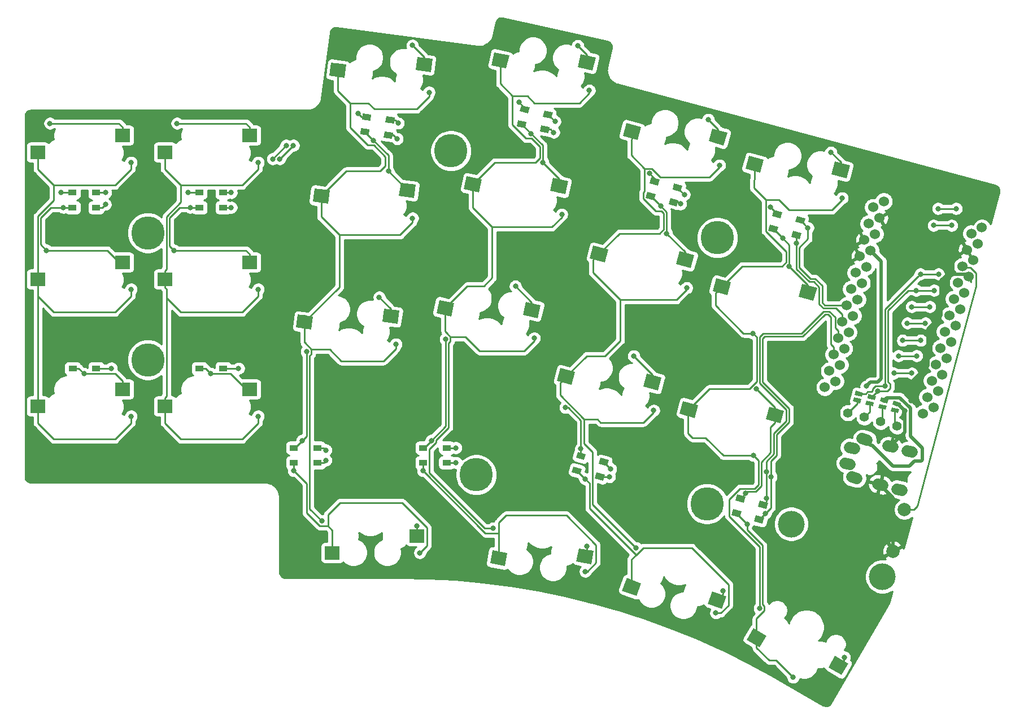
<source format=gbl>
G04 #@! TF.GenerationSoftware,KiCad,Pcbnew,(5.1.2)-1*
G04 #@! TF.CreationDate,2019-06-14T17:52:14+09:00*
G04 #@! TF.ProjectId,adelie,6164656c-6965-42e6-9b69-6361645f7063,rev?*
G04 #@! TF.SameCoordinates,Original*
G04 #@! TF.FileFunction,Copper,L2,Bot*
G04 #@! TF.FilePolarity,Positive*
%FSLAX46Y46*%
G04 Gerber Fmt 4.6, Leading zero omitted, Abs format (unit mm)*
G04 Created by KiCad (PCBNEW (5.1.2)-1) date 2019-06-14 17:52:14*
%MOMM*%
%LPD*%
G04 APERTURE LIST*
%ADD10C,4.000000*%
%ADD11C,2.000000*%
%ADD12C,0.100000*%
%ADD13C,1.524000*%
%ADD14R,2.300000X2.000000*%
%ADD15R,1.300000X0.950000*%
%ADD16C,5.000000*%
%ADD17C,0.950000*%
%ADD18C,1.700000*%
%ADD19C,1.700000*%
%ADD20C,1.397000*%
%ADD21C,0.635000*%
%ADD22C,0.800000*%
%ADD23C,0.250000*%
%ADD24C,0.500000*%
%ADD25C,0.254000*%
G04 APERTURE END LIST*
D10*
X214666040Y-137162540D03*
X200992825Y-129277968D03*
D11*
X198555957Y-112927403D03*
D12*
G36*
X199925591Y-112259119D02*
G01*
X199407953Y-114190971D01*
X197186323Y-113595687D01*
X197703961Y-111663835D01*
X199925591Y-112259119D01*
X199925591Y-112259119D01*
G37*
D11*
X185631298Y-112093853D03*
D12*
G36*
X187000932Y-111425569D02*
G01*
X186483294Y-113357421D01*
X184261664Y-112762137D01*
X184779302Y-110830285D01*
X187000932Y-111425569D01*
X187000932Y-111425569D01*
G37*
D11*
X145950892Y-60324559D03*
D12*
G36*
X147221580Y-59483219D02*
G01*
X146960527Y-61466109D01*
X144680204Y-61165899D01*
X144941257Y-59183009D01*
X147221580Y-59483219D01*
X147221580Y-59483219D01*
G37*
D11*
X133028006Y-61185146D03*
D12*
G36*
X134298694Y-60343806D02*
G01*
X134037641Y-62326696D01*
X131757318Y-62026486D01*
X132018371Y-60043596D01*
X134298694Y-60343806D01*
X134298694Y-60343806D01*
G37*
D13*
X214863046Y-80873722D03*
X214205645Y-83327174D03*
X213548245Y-85780625D03*
X212890844Y-88234077D03*
X212233444Y-90687529D03*
X211576044Y-93140980D03*
X210918643Y-95594432D03*
X210261243Y-98047883D03*
X209603843Y-100501335D03*
X208946442Y-102954787D03*
X208289042Y-105408238D03*
X207631641Y-107861690D03*
X222333033Y-111800916D03*
X222990433Y-109347464D03*
X223647833Y-106894012D03*
X224305234Y-104440561D03*
X224962634Y-101987109D03*
X225620034Y-99533658D03*
X226277435Y-97080206D03*
X226934835Y-94626754D03*
X227592236Y-92173303D03*
X228249636Y-89719851D03*
X228907036Y-87266400D03*
X229564437Y-84812948D03*
X213253141Y-81757150D03*
X212595741Y-84210602D03*
X211938341Y-86664054D03*
X211280940Y-89117505D03*
X210623540Y-91570957D03*
X209966139Y-94024408D03*
X209308739Y-96477860D03*
X208651339Y-98931312D03*
X207993938Y-101384763D03*
X207336538Y-103838215D03*
X206679138Y-106291666D03*
X206021737Y-108745118D03*
X220742447Y-112689520D03*
X221399847Y-110236069D03*
X222057248Y-107782617D03*
X222714648Y-105329165D03*
X223372048Y-102875714D03*
X224029449Y-100422262D03*
X224686849Y-97968811D03*
X225344249Y-95515359D03*
X226001650Y-93061907D03*
X226659050Y-90608456D03*
X227316451Y-88155004D03*
X227973851Y-85701553D03*
D11*
X208413215Y-76125397D03*
D12*
G36*
X209782849Y-75457113D02*
G01*
X209265211Y-77388965D01*
X207043581Y-76793681D01*
X207561219Y-74861829D01*
X209782849Y-75457113D01*
X209782849Y-75457113D01*
G37*
D11*
X195488556Y-75291847D03*
D12*
G36*
X196858190Y-74623563D02*
G01*
X196340552Y-76555415D01*
X194118922Y-75960131D01*
X194636560Y-74028279D01*
X196858190Y-74623563D01*
X196858190Y-74623563D01*
G37*
D14*
X119782040Y-90005540D03*
X107082040Y-92545540D03*
D11*
X143464232Y-79204379D03*
D12*
G36*
X144734920Y-78363039D02*
G01*
X144473867Y-80345929D01*
X142193544Y-80045719D01*
X142454597Y-78062829D01*
X144734920Y-78363039D01*
X144734920Y-78363039D01*
G37*
D11*
X130541346Y-80064966D03*
D12*
G36*
X131812034Y-79223626D02*
G01*
X131550981Y-81206516D01*
X129270658Y-80906306D01*
X129531711Y-78923416D01*
X131812034Y-79223626D01*
X131812034Y-79223626D01*
G37*
D11*
X195782568Y-146358304D03*
D12*
G36*
X194286639Y-146649329D02*
G01*
X195286639Y-144917279D01*
X197278497Y-146067279D01*
X196278497Y-147799329D01*
X194286639Y-146649329D01*
X194286639Y-146649329D01*
G37*
D11*
X208051091Y-150508600D03*
D12*
G36*
X206555162Y-150799625D02*
G01*
X207555162Y-149067575D01*
X209547020Y-150217575D01*
X208547020Y-151949625D01*
X206555162Y-150799625D01*
X206555162Y-150799625D01*
G37*
D14*
X132202400Y-133595100D03*
X144902400Y-131055100D03*
D11*
X180165875Y-107984617D03*
D12*
G36*
X181535509Y-107316333D02*
G01*
X181017871Y-109248185D01*
X178796241Y-108652901D01*
X179313879Y-106721049D01*
X181535509Y-107316333D01*
X181535509Y-107316333D01*
G37*
D11*
X167241216Y-107151067D03*
D12*
G36*
X168610850Y-106482783D02*
G01*
X168093212Y-108414635D01*
X165871582Y-107819351D01*
X166389220Y-105887499D01*
X168610850Y-106482783D01*
X168610850Y-106482783D01*
G37*
D11*
X162087534Y-97163691D03*
D12*
G36*
X163426714Y-96436301D02*
G01*
X162993835Y-98388893D01*
X160748354Y-97891081D01*
X161181233Y-95938489D01*
X163426714Y-96436301D01*
X163426714Y-96436301D01*
G37*
D11*
X149138818Y-96894700D03*
D12*
G36*
X150477998Y-96167310D02*
G01*
X150045119Y-98119902D01*
X147799638Y-97622090D01*
X148232517Y-95669498D01*
X150477998Y-96167310D01*
X150477998Y-96167310D01*
G37*
D11*
X140975032Y-98099439D03*
D12*
G36*
X142245720Y-97258099D02*
G01*
X141984667Y-99240989D01*
X139704344Y-98940779D01*
X139965397Y-96957889D01*
X142245720Y-97258099D01*
X142245720Y-97258099D01*
G37*
D11*
X128052146Y-98960026D03*
D12*
G36*
X129322834Y-98118686D02*
G01*
X129061781Y-100101576D01*
X126781458Y-99801366D01*
X127042511Y-97818476D01*
X129322834Y-98118686D01*
X129322834Y-98118686D01*
G37*
D14*
X119782040Y-109055540D03*
X107082040Y-111595540D03*
X100732040Y-109055540D03*
X88032040Y-111595540D03*
D11*
X203486097Y-94522563D03*
D12*
G36*
X204855731Y-93854279D02*
G01*
X204338093Y-95786131D01*
X202116463Y-95190847D01*
X202634101Y-93258995D01*
X204855731Y-93854279D01*
X204855731Y-93854279D01*
G37*
D11*
X190561438Y-93689013D03*
D12*
G36*
X191931072Y-93020729D02*
G01*
X191413434Y-94952581D01*
X189191804Y-94357297D01*
X189709442Y-92425445D01*
X191931072Y-93020729D01*
X191931072Y-93020729D01*
G37*
D11*
X185093475Y-89592477D03*
D12*
G36*
X186463109Y-88924193D02*
G01*
X185945471Y-90856045D01*
X183723841Y-90260761D01*
X184241479Y-88328909D01*
X186463109Y-88924193D01*
X186463109Y-88924193D01*
G37*
D11*
X172168816Y-88758927D03*
D12*
G36*
X173538450Y-88090643D02*
G01*
X173020812Y-90022495D01*
X170799182Y-89427211D01*
X171316820Y-87495359D01*
X173538450Y-88090643D01*
X173538450Y-88090643D01*
G37*
D11*
X166204874Y-78581051D03*
D12*
G36*
X167544054Y-77853661D02*
G01*
X167111175Y-79806253D01*
X164865694Y-79308441D01*
X165298573Y-77355849D01*
X167544054Y-77853661D01*
X167544054Y-77853661D01*
G37*
D11*
X153256158Y-78312060D03*
D12*
G36*
X154595338Y-77584670D02*
G01*
X154162459Y-79537262D01*
X151916978Y-79039450D01*
X152349857Y-77086858D01*
X154595338Y-77584670D01*
X154595338Y-77584670D01*
G37*
D14*
X100732040Y-90005540D03*
X88032040Y-92545540D03*
D11*
X190023615Y-71197797D03*
D12*
G36*
X191393249Y-70529513D02*
G01*
X190875611Y-72461365D01*
X188653981Y-71866081D01*
X189171619Y-69934229D01*
X191393249Y-70529513D01*
X191393249Y-70529513D01*
G37*
D11*
X177098956Y-70364247D03*
D12*
G36*
X178468590Y-69695963D02*
G01*
X177950952Y-71627815D01*
X175729322Y-71032531D01*
X176246960Y-69100679D01*
X178468590Y-69695963D01*
X178468590Y-69695963D01*
G37*
D11*
X170327294Y-59988251D03*
D12*
G36*
X171666474Y-59260861D02*
G01*
X171233595Y-61213453D01*
X168988114Y-60715641D01*
X169420993Y-58763049D01*
X171666474Y-59260861D01*
X171666474Y-59260861D01*
G37*
D11*
X157378578Y-59719260D03*
D12*
G36*
X158717758Y-58991870D02*
G01*
X158284879Y-60944462D01*
X156039398Y-60446650D01*
X156472277Y-58494058D01*
X158717758Y-58991870D01*
X158717758Y-58991870D01*
G37*
D14*
X119782040Y-70955540D03*
X107082040Y-73495540D03*
X100732040Y-70955540D03*
X88032040Y-73495540D03*
D15*
X126427626Y-120068340D03*
X129977626Y-120068340D03*
D16*
X153781151Y-121898017D03*
X149983140Y-73279740D03*
X188369645Y-126245861D03*
X189913740Y-86329520D03*
X104544340Y-104642920D03*
X104544340Y-85592920D03*
D15*
X93260040Y-79567675D03*
X96810040Y-79567675D03*
X115839526Y-79567675D03*
X112289526Y-79567675D03*
D17*
X140860855Y-68687224D03*
D12*
G36*
X141567294Y-68301130D02*
G01*
X141443294Y-69243002D01*
X140154416Y-69073318D01*
X140278416Y-68131446D01*
X141567294Y-68301130D01*
X141567294Y-68301130D01*
G37*
D17*
X137341225Y-68223856D03*
D12*
G36*
X138047664Y-67837762D02*
G01*
X137923664Y-68779634D01*
X136634786Y-68609950D01*
X136758786Y-67668078D01*
X138047664Y-67837762D01*
X138047664Y-67837762D01*
G37*
D17*
X161053615Y-67055360D03*
D12*
G36*
X161791016Y-66732305D02*
G01*
X161585399Y-67659786D01*
X160316214Y-67378415D01*
X160521831Y-66450934D01*
X161791016Y-66732305D01*
X161791016Y-66732305D01*
G37*
D17*
X164519465Y-67823720D03*
D12*
G36*
X165256866Y-67500665D02*
G01*
X165051249Y-68428146D01*
X163782064Y-68146775D01*
X163987681Y-67219294D01*
X165256866Y-67500665D01*
X165256866Y-67500665D01*
G37*
D17*
X183932040Y-78820579D03*
D12*
G36*
X184682831Y-78529997D02*
G01*
X184436953Y-79447626D01*
X183181249Y-79111161D01*
X183427127Y-78193532D01*
X184682831Y-78529997D01*
X184682831Y-78529997D01*
G37*
D17*
X180503004Y-77901771D03*
D12*
G36*
X181253795Y-77611189D02*
G01*
X181007917Y-78528818D01*
X179752213Y-78192353D01*
X179998091Y-77274724D01*
X181253795Y-77611189D01*
X181253795Y-77611189D01*
G37*
D17*
X198905304Y-82765871D03*
D12*
G36*
X199656095Y-82475289D02*
G01*
X199410217Y-83392918D01*
X198154513Y-83056453D01*
X198400391Y-82138824D01*
X199656095Y-82475289D01*
X199656095Y-82475289D01*
G37*
D17*
X202334340Y-83684679D03*
D12*
G36*
X203085131Y-83394097D02*
G01*
X202839253Y-84311726D01*
X201583549Y-83975261D01*
X201829427Y-83057632D01*
X203085131Y-83394097D01*
X203085131Y-83394097D01*
G37*
D15*
X93260040Y-81790540D03*
X96810040Y-81790540D03*
X112289526Y-81790540D03*
X115839526Y-81790540D03*
D17*
X137069711Y-70446356D03*
D12*
G36*
X137776150Y-70060262D02*
G01*
X137652150Y-71002134D01*
X136363272Y-70832450D01*
X136487272Y-69890578D01*
X137776150Y-70060262D01*
X137776150Y-70060262D01*
G37*
D17*
X140589341Y-70909724D03*
D12*
G36*
X141295780Y-70523630D02*
G01*
X141171780Y-71465502D01*
X139882902Y-71295818D01*
X140006902Y-70353946D01*
X141295780Y-70523630D01*
X141295780Y-70523630D01*
G37*
D17*
X164057451Y-70046220D03*
D12*
G36*
X164794852Y-69723165D02*
G01*
X164589235Y-70650646D01*
X163320050Y-70369275D01*
X163525667Y-69441794D01*
X164794852Y-69723165D01*
X164794852Y-69723165D01*
G37*
D17*
X160591601Y-69277860D03*
D12*
G36*
X161329002Y-68954805D02*
G01*
X161123385Y-69882286D01*
X159854200Y-69600915D01*
X160059817Y-68673434D01*
X161329002Y-68954805D01*
X161329002Y-68954805D01*
G37*
D17*
X179917008Y-80061136D03*
D12*
G36*
X180667799Y-79770554D02*
G01*
X180421921Y-80688183D01*
X179166217Y-80351718D01*
X179412095Y-79434089D01*
X180667799Y-79770554D01*
X180667799Y-79770554D01*
G37*
D17*
X183346044Y-80979944D03*
D12*
G36*
X184096835Y-80689362D02*
G01*
X183850957Y-81606991D01*
X182595253Y-81270526D01*
X182841131Y-80352897D01*
X184096835Y-80689362D01*
X184096835Y-80689362D01*
G37*
D17*
X201745344Y-85907544D03*
D12*
G36*
X202496135Y-85616962D02*
G01*
X202250257Y-86534591D01*
X200994553Y-86198126D01*
X201240431Y-85280497D01*
X202496135Y-85616962D01*
X202496135Y-85616962D01*
G37*
D17*
X198316308Y-84988736D03*
D12*
G36*
X199067099Y-84698154D02*
G01*
X198821221Y-85615783D01*
X197565517Y-85279318D01*
X197811395Y-84361689D01*
X199067099Y-84698154D01*
X199067099Y-84698154D01*
G37*
D15*
X96815040Y-105922540D03*
X93265040Y-105922540D03*
X112306040Y-105924540D03*
X115856040Y-105924540D03*
X129977626Y-117845475D03*
X126427626Y-117845475D03*
X145779426Y-117845475D03*
X149329426Y-117845475D03*
D17*
X169461908Y-119073271D03*
D12*
G36*
X170212699Y-118782689D02*
G01*
X169966821Y-119700318D01*
X168711117Y-119363853D01*
X168956995Y-118446224D01*
X170212699Y-118782689D01*
X170212699Y-118782689D01*
G37*
D17*
X172890944Y-119992079D03*
D12*
G36*
X173641735Y-119701497D02*
G01*
X173395857Y-120619126D01*
X172140153Y-120282661D01*
X172386031Y-119365032D01*
X173641735Y-119701497D01*
X173641735Y-119701497D01*
G37*
D17*
X193356127Y-125481457D03*
D12*
G36*
X194106918Y-125190875D02*
G01*
X193861040Y-126108504D01*
X192605336Y-125772039D01*
X192851214Y-124854410D01*
X194106918Y-125190875D01*
X194106918Y-125190875D01*
G37*
D17*
X196785163Y-126400265D03*
D12*
G36*
X197535954Y-126109683D02*
G01*
X197290076Y-127027312D01*
X196034372Y-126690847D01*
X196280250Y-125773218D01*
X197535954Y-126109683D01*
X197535954Y-126109683D01*
G37*
D15*
X149329426Y-120068340D03*
X145779426Y-120068340D03*
D17*
X172273458Y-122191444D03*
D12*
G36*
X173024249Y-121900862D02*
G01*
X172778371Y-122818491D01*
X171522667Y-122482026D01*
X171768545Y-121564397D01*
X173024249Y-121900862D01*
X173024249Y-121900862D01*
G37*
D17*
X168844422Y-121272636D03*
D12*
G36*
X169595213Y-120982054D02*
G01*
X169349335Y-121899683D01*
X168093631Y-121563218D01*
X168339509Y-120645589D01*
X169595213Y-120982054D01*
X169595213Y-120982054D01*
G37*
D17*
X196203645Y-128602861D03*
D12*
G36*
X196954436Y-128312279D02*
G01*
X196708558Y-129229908D01*
X195452854Y-128893443D01*
X195698732Y-127975814D01*
X196954436Y-128312279D01*
X196954436Y-128312279D01*
G37*
D17*
X192774609Y-127684053D03*
D12*
G36*
X193525400Y-127393471D02*
G01*
X193279522Y-128311100D01*
X192023818Y-127974635D01*
X192269696Y-127057006D01*
X193525400Y-127393471D01*
X193525400Y-127393471D01*
G37*
D18*
X211996457Y-116589889D03*
D19*
X212382827Y-116693417D02*
X211610087Y-116486361D01*
D18*
X209460529Y-120258549D03*
D19*
X209846899Y-120362077D02*
X209074159Y-120155021D01*
D18*
X218757938Y-118401623D03*
D19*
X219144308Y-118505151D02*
X218371568Y-118298095D01*
D18*
X215860161Y-117625166D03*
D19*
X216246531Y-117728694D02*
X215473791Y-117521638D01*
D18*
X217217965Y-124148881D03*
D19*
X217604335Y-124252409D02*
X216831595Y-124045353D01*
D18*
X214320187Y-123372424D03*
D19*
X214706557Y-123475952D02*
X213933817Y-123268896D01*
D18*
X210456484Y-122337148D03*
D19*
X210842854Y-122440676D02*
X210070114Y-122233620D01*
D18*
X210094635Y-117892031D03*
D19*
X210481005Y-117995559D02*
X209708265Y-117788503D01*
D20*
X209499740Y-112598000D03*
X211953192Y-113255400D03*
X214406643Y-113912801D03*
X216860095Y-114570201D03*
D21*
X216771456Y-111238680D03*
D12*
G36*
X217241308Y-111693277D02*
G01*
X216137254Y-111397446D01*
X216301604Y-110784083D01*
X217405658Y-111079914D01*
X217241308Y-111693277D01*
X217241308Y-111693277D01*
G37*
D21*
X216512440Y-112205340D03*
D12*
G36*
X216982292Y-112659937D02*
G01*
X215878238Y-112364106D01*
X216042588Y-111750743D01*
X217146642Y-112046574D01*
X216982292Y-112659937D01*
X216982292Y-112659937D01*
G37*
D21*
X214640460Y-111704960D03*
D12*
G36*
X215110312Y-112159557D02*
G01*
X214006258Y-111863726D01*
X214170608Y-111250363D01*
X215274662Y-111546194D01*
X215110312Y-112159557D01*
X215110312Y-112159557D01*
G37*
D21*
X214899476Y-110738300D03*
D12*
G36*
X215369328Y-111192897D02*
G01*
X214265274Y-110897066D01*
X214429624Y-110283703D01*
X215533678Y-110579534D01*
X215369328Y-111192897D01*
X215369328Y-111192897D01*
G37*
D21*
X213024988Y-110236110D03*
D12*
G36*
X213494840Y-110690707D02*
G01*
X212390786Y-110394876D01*
X212555136Y-109781513D01*
X213659190Y-110077344D01*
X213494840Y-110690707D01*
X213494840Y-110690707D01*
G37*
D21*
X212765972Y-111202770D03*
D12*
G36*
X213235824Y-111657367D02*
G01*
X212131770Y-111361536D01*
X212296120Y-110748173D01*
X213400174Y-111044004D01*
X213235824Y-111657367D01*
X213235824Y-111657367D01*
G37*
D21*
X210890740Y-110701000D03*
D12*
G36*
X211360592Y-111155597D02*
G01*
X210256538Y-110859766D01*
X210420888Y-110246403D01*
X211524942Y-110542234D01*
X211360592Y-111155597D01*
X211360592Y-111155597D01*
G37*
D21*
X211149756Y-109734340D03*
D12*
G36*
X211619608Y-110188937D02*
G01*
X210515554Y-109893106D01*
X210679904Y-109279743D01*
X211783958Y-109575574D01*
X211619608Y-110188937D01*
X211619608Y-110188937D01*
G37*
D11*
X217942640Y-127104140D03*
X216260316Y-133382658D03*
X170088088Y-134108651D03*
D12*
G36*
X168781911Y-134893763D02*
G01*
X169129207Y-132924148D01*
X171394265Y-133323539D01*
X171046969Y-135293154D01*
X168781911Y-134893763D01*
X168781911Y-134893763D01*
G37*
D11*
X157139963Y-134404731D03*
D12*
G36*
X155833786Y-135189843D02*
G01*
X156181082Y-133220228D01*
X158446140Y-133619619D01*
X158098844Y-135589234D01*
X155833786Y-135189843D01*
X155833786Y-135189843D01*
G37*
D11*
X177064254Y-138725572D03*
D12*
G36*
X175641587Y-139271941D02*
G01*
X176325628Y-137392556D01*
X178486921Y-138179203D01*
X177802880Y-140058588D01*
X175641587Y-139271941D01*
X175641587Y-139271941D01*
G37*
D11*
X189867081Y-140682409D03*
D12*
G36*
X188444414Y-141228778D02*
G01*
X189128455Y-139349393D01*
X191289748Y-140136040D01*
X190605707Y-142015425D01*
X188444414Y-141228778D01*
X188444414Y-141228778D01*
G37*
D22*
X142067544Y-69138305D03*
X184968447Y-79856986D03*
X203485047Y-84835386D03*
X117039905Y-79567675D03*
X98194905Y-79567675D03*
X219054147Y-96681433D03*
X221753147Y-96681433D03*
X123255246Y-74505746D03*
X165571662Y-68875918D03*
X125284246Y-72476746D03*
X91557173Y-79567675D03*
X89866691Y-69170889D03*
X110607173Y-79567675D03*
X108917041Y-69170539D03*
X144198642Y-57463680D03*
X136022420Y-67660660D03*
X160152951Y-65998969D03*
X168981675Y-57518353D03*
X188554659Y-68593565D03*
X179711715Y-76666205D03*
X206944259Y-73521165D03*
X197889337Y-81749903D03*
X89348801Y-88220539D03*
X91882440Y-81790540D03*
X141912829Y-71477604D03*
X184393503Y-81254474D03*
X117043454Y-81790540D03*
X201745344Y-87167436D03*
X98184540Y-81316040D03*
X218397696Y-99134884D03*
X221094696Y-99134884D03*
X124329247Y-74504747D03*
X165392835Y-70520745D03*
X126355247Y-72478747D03*
X108452141Y-88220539D03*
X110909580Y-81790540D03*
X140603353Y-76343500D03*
X138323137Y-71699783D03*
X163759742Y-75011640D03*
X162006891Y-70693149D03*
X182309718Y-85673444D03*
X181443026Y-81587154D03*
X200702340Y-90603530D03*
X199744766Y-86417194D03*
X94965041Y-106722541D03*
X99083718Y-105922540D03*
X131227775Y-118195625D03*
X217704040Y-101719540D03*
X220399040Y-101719540D03*
X150713758Y-117845475D03*
X197243708Y-125409310D03*
X173927685Y-121028821D03*
X197243708Y-121459798D03*
X118146042Y-105924540D03*
X114006041Y-106724541D03*
X139222782Y-95238560D03*
X128343961Y-103428979D03*
X127699261Y-116748841D03*
X159642402Y-93594280D03*
X149179891Y-101526209D03*
X147042401Y-116757501D03*
X177382118Y-104065584D03*
X167153040Y-111810560D03*
X169461908Y-117957352D03*
X195772200Y-109008370D03*
X194153275Y-124684309D03*
X131230133Y-119715833D03*
X217079792Y-104041788D03*
X219778792Y-104041788D03*
X150726093Y-120068340D03*
X197138645Y-127667861D03*
X173721062Y-122191444D03*
X197973962Y-122191444D03*
X145315040Y-133592540D03*
X126427626Y-121281954D03*
X170120040Y-136385540D03*
X145779426Y-121275154D03*
X170074183Y-122502397D03*
X189686040Y-142625540D03*
X212234040Y-108609540D03*
X222329040Y-84474540D03*
X225031040Y-84474540D03*
X218008596Y-112272117D03*
X218941264Y-110773764D03*
X219713599Y-94227981D03*
X222413599Y-94227981D03*
X213942799Y-109318299D03*
X220365050Y-91774530D03*
X223071040Y-91773540D03*
X215067799Y-108587781D03*
X102031944Y-75023889D03*
X102032280Y-113106200D03*
X102034820Y-94058740D03*
X121079944Y-75022889D03*
X121082280Y-94056200D03*
X121084820Y-113103660D03*
X146708340Y-64505840D03*
X144219140Y-83388200D03*
X141732480Y-102283260D03*
X144898040Y-129544540D03*
X130602499Y-128807999D03*
X170718960Y-64223900D03*
X166601620Y-82816700D03*
X162474120Y-101396800D03*
X170349040Y-132619540D03*
X156300779Y-129922019D03*
X180383660Y-112234980D03*
X190233780Y-75448160D03*
X185313800Y-93840300D03*
X190717996Y-139280584D03*
X177721182Y-132851398D03*
X208638620Y-80375760D03*
X208953323Y-149263257D03*
X195257040Y-100663540D03*
X195311029Y-118987477D03*
X196254068Y-141926568D03*
X216376040Y-106662540D03*
X219075040Y-106662540D03*
X201279916Y-152268664D03*
X194363068Y-129272512D03*
X223006857Y-81960723D03*
X225703040Y-81961540D03*
D23*
X202935772Y-84286111D02*
X202334340Y-83684679D01*
X115839526Y-79567675D02*
X117039905Y-79567675D01*
X141616463Y-68687224D02*
X142067544Y-69138305D01*
X140860855Y-68687224D02*
X141616463Y-68687224D01*
X183932040Y-78820579D02*
X184968447Y-79856986D01*
X203485047Y-84835386D02*
X202935772Y-84286111D01*
X96810040Y-79567675D02*
X98194905Y-79567675D01*
X219054147Y-96681433D02*
X221753147Y-96681433D01*
X123219746Y-74541246D02*
X123255246Y-74505746D01*
X123255246Y-74505746D02*
X125170746Y-72590246D01*
X202195354Y-87790428D02*
X203485047Y-86500735D01*
X202195354Y-90823724D02*
X202195354Y-87790428D01*
X205630751Y-93533253D02*
X204581474Y-92483976D01*
X204581474Y-92483976D02*
X203855605Y-92483975D01*
X203485047Y-86500735D02*
X203485047Y-84835386D01*
X203855605Y-92483975D02*
X202195354Y-90823724D01*
X205630751Y-93533253D02*
X205630751Y-96072170D01*
X208231109Y-96477860D02*
X209308739Y-96477860D01*
X206036440Y-96477859D02*
X208231109Y-96477860D01*
X205630751Y-96072170D02*
X206036440Y-96477859D01*
X164519465Y-67823721D02*
X165571662Y-68875918D01*
X164519465Y-67823720D02*
X164519465Y-67823721D01*
X125170746Y-72590246D02*
X125284246Y-72476746D01*
X91557173Y-79567675D02*
X93260040Y-79567675D01*
X100732040Y-70955540D02*
X100732040Y-69705540D01*
X100732040Y-69705540D02*
X100197039Y-69170539D01*
X90432726Y-69170539D02*
X100197039Y-69170539D01*
X90432376Y-69170889D02*
X90432726Y-69170539D01*
X89866691Y-69170889D02*
X90432376Y-69170889D01*
X110607173Y-79567675D02*
X112289526Y-79567675D01*
X119782040Y-70955540D02*
X119283042Y-70955540D01*
X119782040Y-70955540D02*
X119782040Y-69705540D01*
X119782040Y-69705540D02*
X119247039Y-69170539D01*
X119247039Y-69170539D02*
X108917041Y-69170539D01*
X145950892Y-60324559D02*
X145886512Y-60324559D01*
X145950892Y-60324559D02*
X145950892Y-59215930D01*
X145950892Y-59215930D02*
X144198642Y-57463680D01*
X144198642Y-57463680D02*
X144198642Y-57463680D01*
X136585616Y-68223856D02*
X136022420Y-67660660D01*
X137341225Y-68223856D02*
X136585616Y-68223856D01*
X170327294Y-59988251D02*
X170327294Y-59736105D01*
X161053615Y-66899633D02*
X160152951Y-65998969D01*
X161053615Y-67055360D02*
X161053615Y-66899633D01*
X170327294Y-59988251D02*
X170327294Y-58863972D01*
X170327294Y-58863972D02*
X168981675Y-57518353D01*
X168981675Y-57518353D02*
X168981675Y-57518353D01*
X188554659Y-68593565D02*
X188554659Y-68593565D01*
X190023615Y-71197797D02*
X190023615Y-70062521D01*
X190023615Y-70062521D02*
X188554659Y-68593565D01*
X180503004Y-77457494D02*
X179711715Y-76666205D01*
X180503004Y-77901771D02*
X180503004Y-77457494D01*
X206944259Y-73521165D02*
X206944259Y-73521165D01*
X208413215Y-76125397D02*
X208413215Y-74990121D01*
X208413215Y-74990121D02*
X206944259Y-73521165D01*
X198905304Y-82765870D02*
X197889337Y-81749903D01*
X198905304Y-82765871D02*
X198905304Y-82765870D01*
X100732040Y-90005540D02*
X100582040Y-90005540D01*
X98448041Y-88220539D02*
X89348801Y-88220539D01*
X100732040Y-90005540D02*
X100233042Y-90005540D01*
X100233042Y-90005540D02*
X98448041Y-88220539D01*
X89348801Y-88220539D02*
X88482050Y-87353788D01*
X88482050Y-87353788D02*
X88482050Y-83306920D01*
X89998430Y-81790540D02*
X91882440Y-81790540D01*
X88482050Y-83306920D02*
X89998430Y-81790540D01*
X89348801Y-88220539D02*
X89348801Y-88220539D01*
X91882440Y-81790540D02*
X93260040Y-81790540D01*
X141344949Y-70909724D02*
X141912829Y-71477604D01*
X140589341Y-70909724D02*
X141344949Y-70909724D01*
X184118973Y-80979944D02*
X184393503Y-81254474D01*
X183346044Y-80979944D02*
X184118973Y-80979944D01*
X115839526Y-81790540D02*
X117043454Y-81790540D01*
X117043454Y-81790540D02*
X117043454Y-81790540D01*
X201745344Y-87167436D02*
X201745344Y-85907544D01*
X96810040Y-81790540D02*
X97357044Y-81790540D01*
X97710040Y-81790540D02*
X98184540Y-81316040D01*
X96810040Y-81790540D02*
X97710040Y-81790540D01*
X218397696Y-99134884D02*
X221094696Y-99134884D01*
X124290247Y-74543747D02*
X124329247Y-74504747D01*
X124329247Y-74504747D02*
X126355247Y-72478747D01*
X208651339Y-97853682D02*
X208651339Y-98931312D01*
X207725526Y-96927869D02*
X208651339Y-97853682D01*
X205850040Y-96927869D02*
X207725526Y-96927869D01*
X201745344Y-91010124D02*
X203669205Y-92933985D01*
X201745344Y-87167436D02*
X201745344Y-91010124D01*
X204395073Y-92933985D02*
X205180741Y-93719653D01*
X205180741Y-93719653D02*
X205180741Y-96258570D01*
X205180741Y-96258570D02*
X205850040Y-96927869D01*
X164918310Y-70046220D02*
X165392835Y-70520745D01*
X164057451Y-70046220D02*
X164918310Y-70046220D01*
X203669205Y-92933985D02*
X204395073Y-92933985D01*
X119782040Y-90005540D02*
X119283042Y-90005540D01*
X119247039Y-88220539D02*
X108452141Y-88220539D01*
X119782040Y-90005540D02*
X119782040Y-88755540D01*
X119782040Y-88755540D02*
X119247039Y-88220539D01*
X108452141Y-88220539D02*
X107819351Y-87587749D01*
X107819351Y-87587749D02*
X107819351Y-83317080D01*
X109345891Y-81790540D02*
X110909580Y-81790540D01*
X107819351Y-83317080D02*
X109345891Y-81790540D01*
X108452141Y-88220539D02*
X108452141Y-88220539D01*
X110909580Y-81790540D02*
X112289526Y-81790540D01*
X143464232Y-79204379D02*
X140603353Y-76343500D01*
X140603353Y-76343500D02*
X140603353Y-76343500D01*
X140603353Y-73979998D02*
X138323137Y-71699783D01*
X140603353Y-76343500D02*
X140603353Y-73979998D01*
X138323137Y-71699783D02*
X137069711Y-70446356D01*
X166204874Y-78581051D02*
X166204874Y-77456772D01*
X166204874Y-77456772D02*
X163759742Y-75011640D01*
X163759742Y-75011640D02*
X163759742Y-75011640D01*
X163759742Y-72446001D02*
X162006891Y-70693149D01*
X163759742Y-75011640D02*
X163759742Y-72446001D01*
X162006891Y-70693149D02*
X160591601Y-69277860D01*
X185093475Y-89592477D02*
X185093475Y-88457201D01*
X185093475Y-88457201D02*
X182309718Y-85673444D01*
X182309718Y-85673444D02*
X182309718Y-85673444D01*
X182309718Y-82453846D02*
X181443026Y-81587154D01*
X182309718Y-85673444D02*
X182309718Y-82453846D01*
X181443026Y-81587154D02*
X179917008Y-80061136D01*
X203486097Y-94522563D02*
X203486097Y-93387287D01*
X203486097Y-93387287D02*
X200702340Y-90603530D01*
X200702340Y-90603530D02*
X200702340Y-90603530D01*
X200702340Y-87374768D02*
X200702340Y-90603530D01*
X198316308Y-84988736D02*
X199744766Y-86417194D01*
X199744766Y-86417194D02*
X200702340Y-87374768D01*
X94165040Y-105922540D02*
X93265040Y-105922540D01*
X94965041Y-106722541D02*
X94965041Y-106722541D01*
X99649041Y-106722541D02*
X94965041Y-106722541D01*
X100732040Y-107805540D02*
X99649041Y-106722541D01*
X100732040Y-109055540D02*
X100732040Y-107805540D01*
X94965041Y-106722541D02*
X94165040Y-105922540D01*
X99083718Y-105922540D02*
X96815040Y-105922540D01*
X130877625Y-117845475D02*
X131227775Y-118195625D01*
X129977626Y-117845475D02*
X130877625Y-117845475D01*
X217704040Y-101719540D02*
X218269725Y-101719540D01*
X218269725Y-101719540D02*
X220399040Y-101719540D01*
X150713758Y-117845475D02*
X149329426Y-117845475D01*
X197243708Y-125409310D02*
X197243708Y-125409310D01*
X197243708Y-125941720D02*
X197243708Y-125409310D01*
X196785163Y-126400265D02*
X197243708Y-125941720D01*
X172890944Y-119992080D02*
X173927685Y-121028821D01*
X172890944Y-119992079D02*
X172890944Y-119992080D01*
X197243708Y-125409310D02*
X197243708Y-121459798D01*
X207564338Y-98283177D02*
X207564338Y-99877533D01*
X207564087Y-98283177D02*
X207564338Y-98283177D01*
X200250601Y-113807959D02*
X200250601Y-112124493D01*
X206658789Y-97377879D02*
X207564087Y-98283177D01*
X202541118Y-100688140D02*
X205851379Y-97377879D01*
X207564338Y-99877533D02*
X207993938Y-100307133D01*
X196807300Y-100688140D02*
X202541118Y-100688140D01*
X196248828Y-101246612D02*
X196807300Y-100688140D01*
X205851379Y-97377879D02*
X206658789Y-97377879D01*
X196248828Y-108122720D02*
X196248828Y-101246612D01*
X200250601Y-112124493D02*
X196248828Y-108122720D01*
X198356940Y-118769762D02*
X198356940Y-115701620D01*
X198356940Y-115701620D02*
X200250601Y-113807959D01*
X207993938Y-100307133D02*
X207993938Y-101384763D01*
X197243708Y-121459798D02*
X197243708Y-119882994D01*
X197243708Y-119882994D02*
X198356940Y-118769762D01*
X115856040Y-105924540D02*
X118146042Y-105924540D01*
X113206040Y-105924540D02*
X112306040Y-105924540D01*
X114006041Y-106724541D02*
X114006041Y-106724541D01*
X116952043Y-106724541D02*
X114006041Y-106724541D01*
X119283042Y-109055540D02*
X116952043Y-106724541D01*
X119782040Y-109055540D02*
X119283042Y-109055540D01*
X114006041Y-106724541D02*
X113206040Y-105924540D01*
X140975032Y-98099439D02*
X140975032Y-96990810D01*
X140975032Y-96990810D02*
X139222782Y-95238560D01*
X139222782Y-95238560D02*
X139222782Y-95238560D01*
X126602626Y-117845475D02*
X126427626Y-117845475D01*
X128343961Y-116104140D02*
X127699261Y-116748841D01*
X128343961Y-103428979D02*
X128343961Y-116104140D01*
X127699261Y-116748841D02*
X126602626Y-117845475D01*
X162087534Y-96039412D02*
X159642402Y-93594280D01*
X162087534Y-97163691D02*
X162087534Y-96039412D01*
X159642402Y-93594280D02*
X159642402Y-93594280D01*
X149179891Y-101526209D02*
X149179891Y-114620010D01*
X149179891Y-114620010D02*
X147042401Y-116757501D01*
X145954426Y-117845475D02*
X145779426Y-117845475D01*
X147042401Y-116757501D02*
X145954426Y-117845475D01*
X180165875Y-107984617D02*
X180165875Y-106849341D01*
X180165875Y-106849341D02*
X177382118Y-104065584D01*
X177382118Y-104065584D02*
X177382118Y-104065584D01*
X169461908Y-119073271D02*
X169461908Y-117957352D01*
X169461908Y-117957352D02*
X169461908Y-114119428D01*
X167153040Y-111810560D02*
X167575101Y-111810560D01*
X169461908Y-113697367D02*
X169461908Y-114119428D01*
X167575101Y-111810560D02*
X169461908Y-113697367D01*
X198555957Y-112927403D02*
X198555957Y-111792127D01*
X198555957Y-111792127D02*
X195772200Y-109008370D01*
X195772200Y-109008370D02*
X195772200Y-109008370D01*
X194153275Y-124684309D02*
X194153275Y-124684309D01*
X194153275Y-124684309D02*
X193356127Y-125481457D01*
X197906930Y-114711706D02*
X198555957Y-114062679D01*
X195643209Y-124409317D02*
X196518707Y-123533819D01*
X194385262Y-124409318D02*
X195643209Y-124409317D01*
X194153275Y-124684309D02*
X194153275Y-124641305D01*
X194153275Y-124641305D02*
X194385262Y-124409318D01*
X198555957Y-114062679D02*
X198555957Y-112927403D01*
X197906930Y-118583362D02*
X197906930Y-114711706D01*
X196518707Y-123533819D02*
X196518707Y-119971585D01*
X196518707Y-119971585D02*
X197906930Y-118583362D01*
X130877626Y-120068340D02*
X131230133Y-119715833D01*
X129977626Y-120068340D02*
X130877626Y-120068340D01*
X217079792Y-104041788D02*
X219778792Y-104041788D01*
X207336538Y-102760585D02*
X207336538Y-103838215D01*
X206906937Y-102330984D02*
X207336538Y-102760585D01*
X206906937Y-98262437D02*
X206906937Y-102330984D01*
X202731431Y-101138149D02*
X206041691Y-97827889D01*
X206041691Y-97827889D02*
X206472389Y-97827889D01*
X206472389Y-97827889D02*
X206906937Y-98262437D01*
X196698838Y-107936320D02*
X196698838Y-101433012D01*
X196698838Y-101433012D02*
X196993700Y-101138150D01*
X196993700Y-101138150D02*
X202731431Y-101138149D01*
X150726093Y-120068340D02*
X149329426Y-120068340D01*
X200611012Y-111848494D02*
X196698838Y-107936320D01*
X200700610Y-111938092D02*
X200611012Y-111848494D01*
X196203645Y-128602861D02*
X197138645Y-127667861D01*
X172273458Y-122191444D02*
X173721062Y-122191444D01*
X198806948Y-115888022D02*
X198806948Y-118956164D01*
X200700611Y-113994359D02*
X198806948Y-115888022D01*
X200700611Y-111938093D02*
X200700611Y-113994359D01*
X200611012Y-111848494D02*
X200700611Y-111938093D01*
X197138645Y-127667861D02*
X197968709Y-126837797D01*
X197968709Y-126837797D02*
X197968709Y-119794403D01*
X197968709Y-119794403D02*
X198806948Y-118956164D01*
X126427626Y-120068340D02*
X126427626Y-121281954D01*
X132202400Y-130204099D02*
X131547399Y-129549098D01*
X146377401Y-129795099D02*
X146377401Y-132530179D01*
X132202400Y-133595100D02*
X132202400Y-130204099D01*
X131547399Y-127863099D02*
X133310399Y-126100099D01*
X133310399Y-126100099D02*
X142682401Y-126100099D01*
X142682401Y-126100099D02*
X146377401Y-129795099D01*
X146377401Y-132530179D02*
X145315040Y-133592540D01*
X145315040Y-133592540D02*
X145315040Y-133592540D01*
X126427626Y-121281954D02*
X128343961Y-123198289D01*
X132052400Y-133595100D02*
X132202400Y-133595100D01*
X131547399Y-129549098D02*
X131547399Y-127863099D01*
X130270596Y-129549098D02*
X131547399Y-129549098D01*
X128343961Y-127622463D02*
X130270596Y-129549098D01*
X128343961Y-123198289D02*
X128343961Y-127622463D01*
X171719275Y-135080484D02*
X170414219Y-136385540D01*
X171719275Y-132421447D02*
X171719275Y-135080484D01*
X167275137Y-127977309D02*
X171719275Y-132421447D01*
X158245489Y-127977309D02*
X167275137Y-127977309D01*
X157139963Y-129082835D02*
X158245489Y-127977309D01*
X170414219Y-136385540D02*
X170120040Y-136385540D01*
X170120040Y-136385540D02*
X170120040Y-136385540D01*
X157139963Y-134404731D02*
X157139963Y-132635691D01*
X157116406Y-130647020D02*
X157139963Y-130623463D01*
X157139963Y-134404731D02*
X157139963Y-130623463D01*
X157139963Y-130623463D02*
X157139963Y-129082835D01*
X155151292Y-130647020D02*
X156646560Y-130647020D01*
X156646560Y-130647020D02*
X157116406Y-130647020D01*
X145779426Y-121275154D02*
X155151292Y-130647020D01*
X145779426Y-120068340D02*
X145779426Y-121275154D01*
X170074183Y-122502397D02*
X168844422Y-121272636D01*
X177456452Y-138333374D02*
X177064254Y-138725572D01*
X177064254Y-138725572D02*
X177715072Y-138725572D01*
X190455227Y-142625540D02*
X189686040Y-142625540D01*
X178786005Y-132851398D02*
X186082361Y-132851398D01*
X186082361Y-132851398D02*
X191614758Y-138383795D01*
X191614758Y-138383795D02*
X191614758Y-141466009D01*
X191614758Y-141466009D02*
X190455227Y-142625540D01*
X177064254Y-134573149D02*
X177064254Y-138725572D01*
X170747647Y-123175861D02*
X170074183Y-122502397D01*
X178786005Y-132851398D02*
X177705451Y-133931951D01*
X177705451Y-133931951D02*
X177705451Y-133908669D01*
X177705451Y-133908669D02*
X170747648Y-126950866D01*
X177705451Y-133931951D02*
X177064254Y-134573149D01*
X170747648Y-126950866D02*
X170747647Y-126514273D01*
X170747647Y-126514273D02*
X170747647Y-123175861D01*
D24*
X213982292Y-108018288D02*
X214492789Y-107507791D01*
X212234040Y-108609540D02*
X212825292Y-108018288D01*
X212825292Y-108018288D02*
X213982292Y-108018288D01*
X214492789Y-89836022D02*
X212890844Y-88234077D01*
X214492789Y-107507791D02*
X214492789Y-89836022D01*
X212894097Y-117487529D02*
X211996457Y-116589889D01*
X213148927Y-117487529D02*
X212894097Y-117487529D01*
X218728040Y-120566984D02*
X216228382Y-120566984D01*
X219449084Y-119845940D02*
X218728040Y-120566984D01*
X215308236Y-110329540D02*
X217291695Y-110329540D01*
X220457086Y-119845940D02*
X219449084Y-119845940D01*
X214899476Y-110738300D02*
X215308236Y-110329540D01*
X216228382Y-120566984D02*
X213148927Y-117487529D01*
X217291695Y-110329540D02*
X218858597Y-111896441D01*
X218858597Y-111896441D02*
X218858597Y-116097097D01*
X220651040Y-119651986D02*
X220457086Y-119845940D01*
X218858597Y-116097097D02*
X220651040Y-117889540D01*
X220651040Y-117889540D02*
X220651040Y-119651986D01*
D23*
X222329040Y-84474540D02*
X222894725Y-84474540D01*
X222894725Y-84474540D02*
X225031040Y-84474540D01*
X225031040Y-84474540D02*
X225093040Y-84474540D01*
D24*
X227239390Y-91820457D02*
X227592236Y-92173303D01*
X224431123Y-91820457D02*
X227239390Y-91820457D01*
X221502647Y-105492935D02*
X221502647Y-99984885D01*
X221502647Y-99984885D02*
X223474848Y-98012684D01*
X223474848Y-98012684D02*
X223474848Y-92776732D01*
X223474848Y-92776732D02*
X224431123Y-91820457D01*
X216618722Y-116866605D02*
X215860161Y-117625166D01*
X218008596Y-115476731D02*
X216618722Y-116866605D01*
X218008596Y-112272117D02*
X218008596Y-112272117D01*
X216975159Y-111238680D02*
X218008596Y-112272117D01*
X216771456Y-111238680D02*
X216975159Y-111238680D01*
X218008596Y-112272117D02*
X218008596Y-115476731D01*
X218941264Y-108054318D02*
X218941264Y-110773764D01*
X221502647Y-105492935D02*
X218941264Y-108054318D01*
X216260316Y-125312553D02*
X214320187Y-123372424D01*
X216260316Y-133382658D02*
X216260316Y-125312553D01*
D23*
X210890740Y-111207000D02*
X209499740Y-112598000D01*
X210890740Y-110701000D02*
X210890740Y-111207000D01*
X212765972Y-112442620D02*
X211953192Y-113255400D01*
X212765972Y-111202770D02*
X212765972Y-112442620D01*
X214640460Y-113678984D02*
X214406643Y-113912801D01*
X214640460Y-111704960D02*
X214640460Y-113678984D01*
X216512440Y-114222546D02*
X216860095Y-114570201D01*
X216512440Y-112205340D02*
X216512440Y-114222546D01*
X219713599Y-94227981D02*
X222413599Y-94227981D01*
X213024988Y-110236110D02*
X213942799Y-109318299D01*
X218548009Y-94227981D02*
X215517809Y-97258181D01*
X219713599Y-94227981D02*
X218548009Y-94227981D01*
X215517809Y-97258181D02*
X215517809Y-107964789D01*
X215517809Y-107964789D02*
X215792800Y-108239780D01*
X215410283Y-109318299D02*
X213942799Y-109318299D01*
X215792800Y-108239780D02*
X215792800Y-108935782D01*
X215792800Y-108935782D02*
X215410283Y-109318299D01*
X220930735Y-91774530D02*
X220931725Y-91773540D01*
X220365050Y-91774530D02*
X220930735Y-91774530D01*
X220931725Y-91773540D02*
X223071040Y-91773540D01*
X219965051Y-92174529D02*
X220365050Y-91774530D01*
X215067799Y-97071781D02*
X219965051Y-92174529D01*
X213217798Y-108970298D02*
X213594798Y-108593298D01*
X213217798Y-109288782D02*
X213217798Y-108970298D01*
X211149756Y-109734340D02*
X212142673Y-109734340D01*
X212142673Y-109734340D02*
X212426473Y-109450540D01*
X212426473Y-109450540D02*
X213056040Y-109450540D01*
X213056040Y-109450540D02*
X213217798Y-109288782D01*
X215062282Y-108593298D02*
X215067799Y-108587781D01*
X213594798Y-108593298D02*
X215062282Y-108593298D01*
X215067799Y-97071781D02*
X215067799Y-108587781D01*
X215067799Y-108587781D02*
X215067799Y-108587781D01*
X99624041Y-78450541D02*
X102031944Y-76042638D01*
X90440039Y-78450541D02*
X99624041Y-78450541D01*
X88032040Y-73495540D02*
X88032040Y-76042542D01*
X88032040Y-76042542D02*
X90440039Y-78450541D01*
X102031944Y-76042638D02*
X102031944Y-75023889D01*
X102031944Y-75023889D02*
X102031944Y-75023889D01*
X88032040Y-93795540D02*
X88032040Y-94124540D01*
X88032040Y-92545540D02*
X88032040Y-93795540D01*
X88032040Y-113101360D02*
X88034340Y-113103660D01*
X88032040Y-111595540D02*
X88032040Y-113101360D01*
X88032040Y-94124540D02*
X88032040Y-111595540D01*
X99624041Y-116550541D02*
X102032280Y-114142302D01*
X90440039Y-116550541D02*
X99624041Y-116550541D01*
X88032040Y-113101360D02*
X88032040Y-114142542D01*
X88032040Y-114142542D02*
X90440039Y-116550541D01*
X102032280Y-114142302D02*
X102032280Y-113106200D01*
X102032280Y-113106200D02*
X102032280Y-113106200D01*
X99624041Y-97500541D02*
X102034820Y-95089762D01*
X90440039Y-97500541D02*
X99624041Y-97500541D01*
X88032040Y-92545540D02*
X88032040Y-95092542D01*
X88032040Y-95092542D02*
X90440039Y-97500541D01*
X102034820Y-95089762D02*
X102034820Y-94058740D01*
X102034820Y-94058740D02*
X102034820Y-94058740D01*
X90440039Y-80712521D02*
X90440039Y-78450541D01*
X88032041Y-83120519D02*
X90440039Y-80712521D01*
X88032040Y-92545540D02*
X88032041Y-83120519D01*
X118674041Y-78450541D02*
X121079944Y-76044638D01*
X109490039Y-78450541D02*
X118674041Y-78450541D01*
X107082040Y-73495540D02*
X107082040Y-76042542D01*
X107082040Y-76042542D02*
X109490039Y-78450541D01*
X121079944Y-76044638D02*
X121079944Y-75022889D01*
X121079944Y-75022889D02*
X121079944Y-75022889D01*
X107082040Y-93795540D02*
X107082040Y-92545540D01*
X107369341Y-94082841D02*
X107082040Y-93795540D01*
X107082040Y-110345540D02*
X107369341Y-110058239D01*
X107082040Y-111595540D02*
X107082040Y-110345540D01*
X107369341Y-76329843D02*
X107082040Y-76042542D01*
X107082040Y-91295540D02*
X107369341Y-91008239D01*
X107082040Y-92545540D02*
X107082040Y-91295540D01*
X107082040Y-113108980D02*
X107084340Y-113111280D01*
X107082040Y-111595540D02*
X107082040Y-113108980D01*
X107369341Y-94149659D02*
X107369341Y-94082841D01*
X118674041Y-116550541D02*
X121084820Y-114139762D01*
X109490039Y-116550541D02*
X118674041Y-116550541D01*
X107082040Y-113108980D02*
X107082040Y-114142542D01*
X107082040Y-114142542D02*
X109490039Y-116550541D01*
X121084820Y-114139762D02*
X121084820Y-113103660D01*
X118674041Y-97500541D02*
X121082280Y-95092302D01*
X109490039Y-97500541D02*
X118674041Y-97500541D01*
X107369341Y-95379843D02*
X109490039Y-97500541D01*
X107369341Y-94785701D02*
X107369341Y-95379843D01*
X107369341Y-94785701D02*
X107369341Y-94149659D01*
X107369341Y-110058239D02*
X107369341Y-94785701D01*
X121082280Y-95092302D02*
X121082280Y-94056200D01*
X121082280Y-94056200D02*
X121082280Y-94056200D01*
X121084820Y-113103660D02*
X121084820Y-113103660D01*
X109490039Y-81009982D02*
X109490039Y-78450541D01*
X107369342Y-83130679D02*
X109490039Y-81009982D01*
X107369341Y-91008239D02*
X107369342Y-83130679D01*
X144842976Y-67031758D02*
X146708340Y-65166394D01*
X138491361Y-67031758D02*
X144842976Y-67031758D01*
X137618983Y-66159380D02*
X138491361Y-67031758D01*
X134873516Y-66159380D02*
X137618983Y-66159380D01*
X133028006Y-61185146D02*
X133028006Y-64313870D01*
X133028006Y-64313870D02*
X134873516Y-66159380D01*
X146708340Y-65166394D02*
X146708340Y-64505840D01*
X146708340Y-64505840D02*
X146708340Y-64505840D01*
X142356316Y-85911578D02*
X144219140Y-84048754D01*
X133259234Y-85911578D02*
X142356316Y-85911578D01*
X130541346Y-83193690D02*
X133259234Y-85911578D01*
X130541346Y-81567126D02*
X130541346Y-83193690D01*
X130541346Y-80064966D02*
X130541346Y-81567126D01*
X144219140Y-84048754D02*
X144219140Y-83388200D01*
X144219140Y-83388200D02*
X144219140Y-83388200D01*
X128052146Y-98960026D02*
X128052146Y-102088750D01*
X141732480Y-102283260D02*
X141732480Y-102283260D01*
X144902400Y-129548900D02*
X144898040Y-129544540D01*
X144902400Y-131055100D02*
X144902400Y-129548900D01*
X129068962Y-103776980D02*
X128793971Y-104051971D01*
X129068962Y-103080978D02*
X129068962Y-103776980D01*
X128052146Y-102088750D02*
X128076734Y-102088750D01*
X128076734Y-102088750D02*
X129068962Y-103080978D01*
X141732480Y-102941274D02*
X141732480Y-102283260D01*
X139867116Y-104806638D02*
X141732480Y-102941274D01*
X133515501Y-104806638D02*
X139867116Y-104806638D01*
X131789841Y-103080978D02*
X133515501Y-104806638D01*
X129068962Y-103080978D02*
X131789841Y-103080978D01*
X128793971Y-126999471D02*
X128793971Y-104051971D01*
X130602499Y-128807999D02*
X128793971Y-126999471D01*
X133259234Y-93752938D02*
X128052146Y-98960026D01*
X133259234Y-85911578D02*
X133259234Y-93752938D01*
X134262812Y-76343500D02*
X130541346Y-80064966D01*
X139336080Y-76343500D02*
X134262812Y-76343500D01*
X134873516Y-66159380D02*
X134873516Y-69802328D01*
X137495972Y-72424784D02*
X138410284Y-72424784D01*
X138410284Y-72424784D02*
X140153343Y-74167843D01*
X134873516Y-69802328D02*
X137495972Y-72424784D01*
X140153343Y-74167843D02*
X140153343Y-75526237D01*
X140153343Y-75526237D02*
X139336080Y-76343500D01*
X169225334Y-66128182D02*
X170718960Y-64634556D01*
X162514235Y-66128182D02*
X169225334Y-66128182D01*
X157378578Y-59719260D02*
X157378578Y-62715442D01*
X157378578Y-62715442D02*
X157378578Y-63224596D01*
X157378578Y-63224596D02*
X159193222Y-65039240D01*
X159193222Y-65039240D02*
X161425293Y-65039240D01*
X161425293Y-65039240D02*
X162514235Y-66128182D01*
X170718960Y-64634556D02*
X170718960Y-64223900D01*
X170718960Y-64223900D02*
X170718960Y-64223900D01*
X165102914Y-84720982D02*
X166601620Y-83222276D01*
X156159744Y-84720982D02*
X165102914Y-84720982D01*
X153256158Y-81817396D02*
X156159744Y-84720982D01*
X153256158Y-81551478D02*
X153256158Y-81817396D01*
X153256158Y-78312060D02*
X153256158Y-81551478D01*
X166601620Y-83222276D02*
X166601620Y-82816700D01*
X166601620Y-82816700D02*
X166601620Y-82816700D01*
X160985574Y-103303622D02*
X162474120Y-101815076D01*
X149138818Y-96894700D02*
X149138818Y-100400036D01*
X162474120Y-101815076D02*
X162474120Y-101396800D01*
X162474120Y-101396800D02*
X162474120Y-101396800D01*
X170349040Y-133847699D02*
X170088088Y-134108651D01*
X170349040Y-132619540D02*
X170349040Y-133847699D01*
X149477681Y-100738899D02*
X149904892Y-101166110D01*
X149138818Y-100400036D02*
X149477681Y-100738899D01*
X159193222Y-69399572D02*
X159193222Y-65039240D01*
X161211800Y-71418150D02*
X159193222Y-69399572D01*
X156556578Y-75011640D02*
X162686740Y-75011640D01*
X153256158Y-78312060D02*
X156556578Y-75011640D01*
X162686740Y-75011640D02*
X163309732Y-74388648D01*
X163309732Y-74388648D02*
X163309732Y-72632401D01*
X163309732Y-72632401D02*
X162095481Y-71418150D01*
X162095481Y-71418150D02*
X161211800Y-71418150D01*
X154274475Y-103303622D02*
X160985574Y-103303622D01*
X152136963Y-101166110D02*
X154274475Y-103303622D01*
X149904892Y-101166110D02*
X152136963Y-101166110D01*
X152439238Y-93594280D02*
X149138818Y-96894700D01*
X154910198Y-93594280D02*
X152439238Y-93594280D01*
X156159744Y-92344734D02*
X154910198Y-93594280D01*
X156159744Y-84720982D02*
X156159744Y-92344734D01*
X149904892Y-101859688D02*
X149904892Y-101166110D01*
X149629901Y-102134679D02*
X149904892Y-101859688D01*
X149629900Y-114806411D02*
X149629901Y-102134679D01*
X155062701Y-129922019D02*
X146754427Y-121613745D01*
X146754427Y-121613745D02*
X146754427Y-118071153D01*
X156300779Y-129922019D02*
X155062701Y-129922019D01*
X146754427Y-118071153D02*
X147767402Y-117058178D01*
X147767402Y-117058178D02*
X147767402Y-116668909D01*
X147767402Y-116668909D02*
X149629900Y-114806411D01*
X172168816Y-88758927D02*
X171281610Y-89646133D01*
X178853848Y-114044691D02*
X180383660Y-112514879D01*
X167241216Y-107151067D02*
X166354010Y-108038273D01*
X166354010Y-108038273D02*
X166354010Y-109953059D01*
X180383660Y-112514879D02*
X180383660Y-112234980D01*
X180383660Y-112234980D02*
X180383660Y-112234980D01*
X190233780Y-75448160D02*
X190233780Y-75448160D01*
X183781448Y-95652551D02*
X185313800Y-94120199D01*
X175373242Y-95652551D02*
X183781448Y-95652551D01*
X171281610Y-91560919D02*
X175373242Y-95652551D01*
X171281610Y-90867270D02*
X171281610Y-91560919D01*
X171281610Y-89646133D02*
X171281610Y-90867270D01*
X185313800Y-94120199D02*
X185313800Y-93840300D01*
X185313800Y-93840300D02*
X185313800Y-93840300D01*
X190379040Y-140170450D02*
X189867081Y-140682409D01*
X166354010Y-109953059D02*
X169965766Y-113564814D01*
X190233780Y-75735679D02*
X190233780Y-75448160D01*
X188711588Y-77257871D02*
X190233780Y-75735679D01*
X181376383Y-77257871D02*
X188711588Y-77257871D01*
X178986715Y-75941204D02*
X180059716Y-75941204D01*
X180059716Y-75941204D02*
X181376383Y-77257871D01*
X181236716Y-85673444D02*
X181859708Y-85050452D01*
X172168816Y-88758927D02*
X175254299Y-85673444D01*
X175254299Y-85673444D02*
X181236716Y-85673444D01*
X181518655Y-82312155D02*
X181859708Y-82653208D01*
X180667019Y-82312155D02*
X181518655Y-82312155D01*
X178841207Y-80486343D02*
X180667019Y-82312155D01*
X178841207Y-79545341D02*
X178841207Y-80486343D01*
X178986715Y-75941204D02*
X178986715Y-79399833D01*
X178986715Y-79399833D02*
X178841207Y-79545341D01*
X181859708Y-82653208D02*
X181859708Y-85050452D01*
X177098956Y-71515624D02*
X177098956Y-70364247D01*
X177010780Y-71603800D02*
X177098956Y-71515624D01*
X178986715Y-75941204D02*
X177010780Y-73965269D01*
X177010780Y-73965269D02*
X177010780Y-71603800D01*
X172409744Y-114044691D02*
X178853848Y-114044691D01*
X171929867Y-113564814D02*
X172409744Y-114044691D01*
X170326699Y-104065584D02*
X167241216Y-107151067D01*
X173072294Y-104065584D02*
X170326699Y-104065584D01*
X175373242Y-95652551D02*
X175373242Y-101764636D01*
X175373242Y-101764636D02*
X173072294Y-104065584D01*
X169965766Y-113564814D02*
X171929867Y-113564814D01*
X189867081Y-140682409D02*
X190220285Y-140329205D01*
X190717996Y-139831494D02*
X190717996Y-139280584D01*
X189867081Y-140682409D02*
X190717996Y-139831494D01*
X172060040Y-127190256D02*
X177721182Y-132851398D01*
X171197657Y-126327873D02*
X172060040Y-127190256D01*
X171197657Y-118458705D02*
X171197657Y-126327873D01*
X169965766Y-113564814D02*
X169965766Y-117226814D01*
X169965766Y-117226814D02*
X171197657Y-118458705D01*
X207101188Y-82185471D02*
X208638620Y-80648039D01*
X200657084Y-82185471D02*
X207101188Y-82185471D01*
X208638620Y-80648039D02*
X208638620Y-80375760D01*
X208638620Y-80375760D02*
X208638620Y-80375760D01*
X195400380Y-78892869D02*
X197164336Y-80656825D01*
X195400380Y-77668867D02*
X195400380Y-78892869D01*
X195488556Y-75291847D02*
X195488556Y-77580691D01*
X195488556Y-77580691D02*
X195400380Y-77668867D01*
X199128438Y-80656825D02*
X200657084Y-82185471D01*
X197164336Y-80656825D02*
X199128438Y-80656825D01*
X208953323Y-149606368D02*
X208051091Y-150508600D01*
X208953323Y-149263257D02*
X208953323Y-149606368D01*
X189674232Y-96491005D02*
X193846767Y-100663540D01*
X190561438Y-93689013D02*
X189674232Y-94576219D01*
X189674232Y-94576219D02*
X189674232Y-96491005D01*
X195257040Y-100663540D02*
X195257040Y-100663540D01*
X193846767Y-100663540D02*
X195257040Y-100663540D01*
X186518504Y-111206647D02*
X185631298Y-112093853D01*
X188716781Y-109008370D02*
X186518504Y-111206647D01*
X194699198Y-109008370D02*
X188716781Y-109008370D01*
X195798818Y-107908750D02*
X194699198Y-109008370D01*
X195798818Y-101205318D02*
X195798818Y-107908750D01*
X195257040Y-100663540D02*
X195798818Y-101205318D01*
X197164336Y-85337772D02*
X200252330Y-88425766D01*
X197164336Y-80656825D02*
X197164336Y-85337772D01*
X191448644Y-92801807D02*
X190561438Y-93689013D01*
X193646921Y-90603530D02*
X191448644Y-92801807D01*
X199629338Y-90603530D02*
X193646921Y-90603530D01*
X200252330Y-89980538D02*
X199629338Y-90603530D01*
X200252330Y-88425766D02*
X200252330Y-89980538D01*
X185543122Y-112182029D02*
X185631298Y-112093853D01*
X185543122Y-115694875D02*
X185543122Y-112182029D01*
X186206122Y-116357875D02*
X185543122Y-115694875D01*
X188170224Y-116357875D02*
X186206122Y-116357875D01*
X195311029Y-118987477D02*
X190799826Y-118987477D01*
X190799826Y-118987477D02*
X188170224Y-116357875D01*
X196068697Y-119745145D02*
X195311029Y-118987477D01*
X196068697Y-123347419D02*
X196068697Y-119745145D01*
X196254068Y-132664520D02*
X191698808Y-128109260D01*
X191698808Y-128109260D02*
X191698808Y-125547180D01*
X191698808Y-125547180D02*
X193286680Y-123959308D01*
X196254068Y-141926568D02*
X196254068Y-132664520D01*
X193286680Y-123959308D02*
X195456808Y-123959308D01*
X195456808Y-123959308D02*
X196068697Y-123347419D01*
X228676040Y-92698261D02*
X228679237Y-92695064D01*
X228676040Y-93602374D02*
X228676040Y-92698261D01*
X226857446Y-90806852D02*
X226659050Y-90608456D01*
X227834547Y-90806852D02*
X226857446Y-90806852D01*
X228679237Y-92695064D02*
X228679237Y-91651542D01*
X228679237Y-91651542D02*
X227834547Y-90806852D01*
X225663950Y-104868495D02*
X228675764Y-93602301D01*
X219852027Y-126608966D02*
X225663950Y-104868495D01*
X217942640Y-127104140D02*
X219356853Y-127104140D01*
X219356853Y-127104140D02*
X219852027Y-126608966D01*
X216376040Y-106662540D02*
X219075040Y-106662540D01*
X198739916Y-149728664D02*
X197663207Y-149728664D01*
X201279916Y-152268664D02*
X198739916Y-149728664D01*
X195782568Y-147848025D02*
X195782568Y-146358304D01*
X197663207Y-149728664D02*
X195782568Y-147848025D01*
X196979069Y-141578567D02*
X196704078Y-141303576D01*
X196979069Y-142274569D02*
X196979069Y-141578567D01*
X195782568Y-146358304D02*
X195782568Y-143471070D01*
X195782568Y-143471070D02*
X196979069Y-142274569D01*
X196704078Y-132571502D02*
X196704077Y-132478119D01*
X196704078Y-141303576D02*
X196704078Y-132571502D01*
X192774609Y-127684053D02*
X194363068Y-129272512D01*
X194363068Y-129272512D02*
X194363068Y-130137110D01*
X196704078Y-132478120D02*
X196704078Y-132571502D01*
X194363068Y-130137110D02*
X196704078Y-132478120D01*
X223572542Y-81960723D02*
X223573359Y-81961540D01*
X223006857Y-81960723D02*
X223572542Y-81960723D01*
X223573359Y-81961540D02*
X225443040Y-81961540D01*
X225443040Y-81961540D02*
X225703040Y-81961540D01*
D25*
G36*
X157761655Y-53367065D02*
G01*
X173375550Y-56827903D01*
X173561650Y-56888752D01*
X173704132Y-56968729D01*
X173828373Y-57074864D01*
X173929631Y-57203108D01*
X174004052Y-57348578D01*
X174048798Y-57505725D01*
X174062170Y-57668580D01*
X174040197Y-57861251D01*
X173397655Y-60761288D01*
X173394528Y-60787245D01*
X173362649Y-61015652D01*
X173360453Y-61069265D01*
X173356504Y-61122775D01*
X173356790Y-61131985D01*
X173367926Y-61424601D01*
X173376024Y-61483869D01*
X173383292Y-61543245D01*
X173385362Y-61552225D01*
X173453122Y-61837104D01*
X173472581Y-61893684D01*
X173491240Y-61950504D01*
X173495015Y-61958911D01*
X173616818Y-62225203D01*
X173646872Y-62276882D01*
X173676237Y-62329041D01*
X173681573Y-62336554D01*
X173852780Y-62574116D01*
X173892314Y-62618991D01*
X173931233Y-62664432D01*
X173937927Y-62670766D01*
X174152015Y-62870550D01*
X174199511Y-62906890D01*
X174246520Y-62943910D01*
X174254317Y-62948823D01*
X174503132Y-63103218D01*
X174556770Y-63129635D01*
X174610084Y-63156824D01*
X174618686Y-63160129D01*
X174831930Y-63240370D01*
X174831935Y-63240373D01*
X174858222Y-63250263D01*
X174892751Y-63263256D01*
X174892766Y-63263260D01*
X174923127Y-63274683D01*
X231508525Y-78429711D01*
X231691759Y-78498575D01*
X231830578Y-78584638D01*
X231950036Y-78696024D01*
X232045584Y-78828492D01*
X232113581Y-78976993D01*
X232151440Y-79135878D01*
X232157718Y-79299086D01*
X232127390Y-79490623D01*
X230850468Y-84267165D01*
X230802442Y-84151221D01*
X230649557Y-83922413D01*
X230454972Y-83727828D01*
X230226164Y-83574943D01*
X229971927Y-83469634D01*
X229702029Y-83415948D01*
X229426845Y-83415948D01*
X229156947Y-83469634D01*
X228902710Y-83574943D01*
X228673902Y-83727828D01*
X228479317Y-83922413D01*
X228326432Y-84151221D01*
X228251389Y-84332390D01*
X228111443Y-84304553D01*
X227836259Y-84304553D01*
X227566361Y-84358239D01*
X227312124Y-84463548D01*
X227083316Y-84616433D01*
X226888731Y-84811018D01*
X226735846Y-85039826D01*
X226630537Y-85294063D01*
X226576851Y-85563961D01*
X226576851Y-85839145D01*
X226630537Y-86109043D01*
X226735846Y-86363280D01*
X226888731Y-86592088D01*
X227070426Y-86773783D01*
X227062063Y-86774488D01*
X226934017Y-86804344D01*
X226807179Y-87018919D01*
X227343680Y-87948167D01*
X227330592Y-87961255D01*
X227510200Y-88140863D01*
X227690622Y-87960441D01*
X227750982Y-88050774D01*
X227523288Y-88182233D01*
X227510200Y-88169145D01*
X227330592Y-88348753D01*
X227908771Y-88926932D01*
X228045694Y-89164089D01*
X228075238Y-89163786D01*
X228276865Y-89513014D01*
X228263777Y-89526102D01*
X228371403Y-89633728D01*
X228300938Y-89876439D01*
X228263777Y-89913600D01*
X228284215Y-89934038D01*
X228264954Y-90000383D01*
X228222407Y-89926688D01*
X228235495Y-89913600D01*
X228055887Y-89733992D01*
X227875464Y-89914415D01*
X227815104Y-89824081D01*
X228042799Y-89692622D01*
X228055887Y-89705710D01*
X228235495Y-89526102D01*
X227657316Y-88947923D01*
X227520393Y-88710766D01*
X227490849Y-88711069D01*
X227269966Y-88328489D01*
X226307366Y-88884247D01*
X226309923Y-89133493D01*
X226424959Y-89230651D01*
X226251560Y-89265142D01*
X225997323Y-89370451D01*
X225768515Y-89523336D01*
X225573930Y-89717921D01*
X225421045Y-89946729D01*
X225315736Y-90200966D01*
X225262050Y-90470864D01*
X225262050Y-90746048D01*
X225315736Y-91015946D01*
X225421045Y-91270183D01*
X225573930Y-91498991D01*
X225760454Y-91685515D01*
X225594160Y-91718593D01*
X225339923Y-91823902D01*
X225111115Y-91976787D01*
X224916530Y-92171372D01*
X224763645Y-92400180D01*
X224658336Y-92654417D01*
X224604650Y-92924315D01*
X224604650Y-93199499D01*
X224658336Y-93469397D01*
X224763645Y-93723634D01*
X224916530Y-93952442D01*
X225103055Y-94138967D01*
X224936759Y-94172045D01*
X224682522Y-94277354D01*
X224453714Y-94430239D01*
X224259129Y-94624824D01*
X224106244Y-94853632D01*
X224000935Y-95107869D01*
X223947249Y-95377767D01*
X223947249Y-95652951D01*
X224000935Y-95922849D01*
X224106244Y-96177086D01*
X224259129Y-96405894D01*
X224445654Y-96592419D01*
X224279359Y-96625497D01*
X224025122Y-96730806D01*
X223796314Y-96883691D01*
X223601729Y-97078276D01*
X223448844Y-97307084D01*
X223343535Y-97561321D01*
X223289849Y-97831219D01*
X223289849Y-98106403D01*
X223343535Y-98376301D01*
X223448844Y-98630538D01*
X223601729Y-98859346D01*
X223788253Y-99045870D01*
X223621959Y-99078948D01*
X223367722Y-99184257D01*
X223138914Y-99337142D01*
X222944329Y-99531727D01*
X222791444Y-99760535D01*
X222686135Y-100014772D01*
X222632449Y-100284670D01*
X222632449Y-100559854D01*
X222686135Y-100829752D01*
X222791444Y-101083989D01*
X222944329Y-101312797D01*
X223130854Y-101499322D01*
X222964558Y-101532400D01*
X222710321Y-101637709D01*
X222481513Y-101790594D01*
X222286928Y-101985179D01*
X222134043Y-102213987D01*
X222028734Y-102468224D01*
X221975048Y-102738122D01*
X221975048Y-103013306D01*
X222028734Y-103283204D01*
X222134043Y-103537441D01*
X222286928Y-103766249D01*
X222473452Y-103952773D01*
X222307158Y-103985851D01*
X222052921Y-104091160D01*
X221824113Y-104244045D01*
X221629528Y-104438630D01*
X221476643Y-104667438D01*
X221371334Y-104921675D01*
X221317648Y-105191573D01*
X221317648Y-105466757D01*
X221371334Y-105736655D01*
X221476643Y-105990892D01*
X221629528Y-106219700D01*
X221816053Y-106406225D01*
X221649758Y-106439303D01*
X221395521Y-106544612D01*
X221166713Y-106697497D01*
X220972128Y-106892082D01*
X220819243Y-107120890D01*
X220713934Y-107375127D01*
X220660248Y-107645025D01*
X220660248Y-107920209D01*
X220713934Y-108190107D01*
X220819243Y-108444344D01*
X220972128Y-108673152D01*
X221158653Y-108859677D01*
X220992357Y-108892755D01*
X220738120Y-108998064D01*
X220509312Y-109150949D01*
X220314727Y-109345534D01*
X220161842Y-109574342D01*
X220056533Y-109828579D01*
X220002847Y-110098477D01*
X220002847Y-110373661D01*
X220056533Y-110643559D01*
X220161842Y-110897796D01*
X220314727Y-111126604D01*
X220501251Y-111313128D01*
X220334957Y-111346206D01*
X220080720Y-111451515D01*
X219851912Y-111604400D01*
X219731022Y-111725290D01*
X219730792Y-111722951D01*
X219680186Y-111556128D01*
X219678970Y-111553852D01*
X219657571Y-111513818D01*
X219598008Y-111402382D01*
X219544753Y-111337491D01*
X219515128Y-111301393D01*
X219515127Y-111301392D01*
X219487414Y-111267624D01*
X219453647Y-111239912D01*
X217948229Y-109734496D01*
X217920512Y-109700723D01*
X217785754Y-109590129D01*
X217632008Y-109507951D01*
X217465185Y-109457345D01*
X217335172Y-109444540D01*
X217335164Y-109444540D01*
X217291695Y-109440259D01*
X217248229Y-109444540D01*
X216358441Y-109444540D01*
X216427774Y-109360058D01*
X216498346Y-109228029D01*
X216541803Y-109084768D01*
X216552800Y-108973115D01*
X216552800Y-108973107D01*
X216556476Y-108935782D01*
X216552800Y-108898457D01*
X216552800Y-108277102D01*
X216556476Y-108239779D01*
X216552800Y-108202457D01*
X216552800Y-108202447D01*
X216541803Y-108090794D01*
X216498346Y-107947533D01*
X216427774Y-107815504D01*
X216332801Y-107699779D01*
X216330073Y-107697540D01*
X216477979Y-107697540D01*
X216677938Y-107657766D01*
X216866296Y-107579745D01*
X217035814Y-107466477D01*
X217079751Y-107422540D01*
X218371329Y-107422540D01*
X218415266Y-107466477D01*
X218584784Y-107579745D01*
X218773142Y-107657766D01*
X218973101Y-107697540D01*
X219176979Y-107697540D01*
X219376938Y-107657766D01*
X219565296Y-107579745D01*
X219734814Y-107466477D01*
X219878977Y-107322314D01*
X219992245Y-107152796D01*
X220070266Y-106964438D01*
X220110040Y-106764479D01*
X220110040Y-106560601D01*
X220070266Y-106360642D01*
X219992245Y-106172284D01*
X219878977Y-106002766D01*
X219734814Y-105858603D01*
X219565296Y-105745335D01*
X219376938Y-105667314D01*
X219176979Y-105627540D01*
X218973101Y-105627540D01*
X218773142Y-105667314D01*
X218584784Y-105745335D01*
X218415266Y-105858603D01*
X218371329Y-105902540D01*
X217079751Y-105902540D01*
X217035814Y-105858603D01*
X216866296Y-105745335D01*
X216677938Y-105667314D01*
X216477979Y-105627540D01*
X216277809Y-105627540D01*
X216277809Y-104703516D01*
X216420018Y-104845725D01*
X216589536Y-104958993D01*
X216777894Y-105037014D01*
X216977853Y-105076788D01*
X217181731Y-105076788D01*
X217381690Y-105037014D01*
X217570048Y-104958993D01*
X217739566Y-104845725D01*
X217783503Y-104801788D01*
X219075081Y-104801788D01*
X219119018Y-104845725D01*
X219288536Y-104958993D01*
X219476894Y-105037014D01*
X219676853Y-105076788D01*
X219880731Y-105076788D01*
X220080690Y-105037014D01*
X220269048Y-104958993D01*
X220438566Y-104845725D01*
X220582729Y-104701562D01*
X220695997Y-104532044D01*
X220774018Y-104343686D01*
X220813792Y-104143727D01*
X220813792Y-103939849D01*
X220774018Y-103739890D01*
X220695997Y-103551532D01*
X220582729Y-103382014D01*
X220438566Y-103237851D01*
X220269048Y-103124583D01*
X220080690Y-103046562D01*
X219880731Y-103006788D01*
X219676853Y-103006788D01*
X219476894Y-103046562D01*
X219288536Y-103124583D01*
X219119018Y-103237851D01*
X219075081Y-103281788D01*
X217783503Y-103281788D01*
X217739566Y-103237851D01*
X217570048Y-103124583D01*
X217381690Y-103046562D01*
X217181731Y-103006788D01*
X216977853Y-103006788D01*
X216777894Y-103046562D01*
X216589536Y-103124583D01*
X216420018Y-103237851D01*
X216277809Y-103380060D01*
X216277809Y-101617601D01*
X216669040Y-101617601D01*
X216669040Y-101821479D01*
X216708814Y-102021438D01*
X216786835Y-102209796D01*
X216900103Y-102379314D01*
X217044266Y-102523477D01*
X217213784Y-102636745D01*
X217402142Y-102714766D01*
X217602101Y-102754540D01*
X217805979Y-102754540D01*
X218005938Y-102714766D01*
X218194296Y-102636745D01*
X218363814Y-102523477D01*
X218407751Y-102479540D01*
X219695329Y-102479540D01*
X219739266Y-102523477D01*
X219908784Y-102636745D01*
X220097142Y-102714766D01*
X220297101Y-102754540D01*
X220500979Y-102754540D01*
X220700938Y-102714766D01*
X220889296Y-102636745D01*
X221058814Y-102523477D01*
X221202977Y-102379314D01*
X221316245Y-102209796D01*
X221394266Y-102021438D01*
X221434040Y-101821479D01*
X221434040Y-101617601D01*
X221394266Y-101417642D01*
X221316245Y-101229284D01*
X221202977Y-101059766D01*
X221058814Y-100915603D01*
X220889296Y-100802335D01*
X220700938Y-100724314D01*
X220500979Y-100684540D01*
X220297101Y-100684540D01*
X220097142Y-100724314D01*
X219908784Y-100802335D01*
X219739266Y-100915603D01*
X219695329Y-100959540D01*
X218407751Y-100959540D01*
X218363814Y-100915603D01*
X218194296Y-100802335D01*
X218005938Y-100724314D01*
X217805979Y-100684540D01*
X217602101Y-100684540D01*
X217402142Y-100724314D01*
X217213784Y-100802335D01*
X217044266Y-100915603D01*
X216900103Y-101059766D01*
X216786835Y-101229284D01*
X216708814Y-101417642D01*
X216669040Y-101617601D01*
X216277809Y-101617601D01*
X216277809Y-99032945D01*
X217362696Y-99032945D01*
X217362696Y-99236823D01*
X217402470Y-99436782D01*
X217480491Y-99625140D01*
X217593759Y-99794658D01*
X217737922Y-99938821D01*
X217907440Y-100052089D01*
X218095798Y-100130110D01*
X218295757Y-100169884D01*
X218499635Y-100169884D01*
X218699594Y-100130110D01*
X218887952Y-100052089D01*
X219057470Y-99938821D01*
X219101407Y-99894884D01*
X220390985Y-99894884D01*
X220434922Y-99938821D01*
X220604440Y-100052089D01*
X220792798Y-100130110D01*
X220992757Y-100169884D01*
X221196635Y-100169884D01*
X221396594Y-100130110D01*
X221584952Y-100052089D01*
X221754470Y-99938821D01*
X221898633Y-99794658D01*
X222011901Y-99625140D01*
X222089922Y-99436782D01*
X222129696Y-99236823D01*
X222129696Y-99032945D01*
X222089922Y-98832986D01*
X222011901Y-98644628D01*
X221898633Y-98475110D01*
X221754470Y-98330947D01*
X221584952Y-98217679D01*
X221396594Y-98139658D01*
X221196635Y-98099884D01*
X220992757Y-98099884D01*
X220792798Y-98139658D01*
X220604440Y-98217679D01*
X220434922Y-98330947D01*
X220390985Y-98374884D01*
X219101407Y-98374884D01*
X219057470Y-98330947D01*
X218887952Y-98217679D01*
X218699594Y-98139658D01*
X218499635Y-98099884D01*
X218295757Y-98099884D01*
X218095798Y-98139658D01*
X217907440Y-98217679D01*
X217737922Y-98330947D01*
X217593759Y-98475110D01*
X217480491Y-98644628D01*
X217402470Y-98832986D01*
X217362696Y-99032945D01*
X216277809Y-99032945D01*
X216277809Y-97572982D01*
X217271297Y-96579494D01*
X218019147Y-96579494D01*
X218019147Y-96783372D01*
X218058921Y-96983331D01*
X218136942Y-97171689D01*
X218250210Y-97341207D01*
X218394373Y-97485370D01*
X218563891Y-97598638D01*
X218752249Y-97676659D01*
X218952208Y-97716433D01*
X219156086Y-97716433D01*
X219356045Y-97676659D01*
X219544403Y-97598638D01*
X219713921Y-97485370D01*
X219757858Y-97441433D01*
X221049436Y-97441433D01*
X221093373Y-97485370D01*
X221262891Y-97598638D01*
X221451249Y-97676659D01*
X221651208Y-97716433D01*
X221855086Y-97716433D01*
X222055045Y-97676659D01*
X222243403Y-97598638D01*
X222412921Y-97485370D01*
X222557084Y-97341207D01*
X222670352Y-97171689D01*
X222748373Y-96983331D01*
X222788147Y-96783372D01*
X222788147Y-96579494D01*
X222748373Y-96379535D01*
X222670352Y-96191177D01*
X222557084Y-96021659D01*
X222412921Y-95877496D01*
X222243403Y-95764228D01*
X222055045Y-95686207D01*
X221855086Y-95646433D01*
X221651208Y-95646433D01*
X221451249Y-95686207D01*
X221262891Y-95764228D01*
X221093373Y-95877496D01*
X221049436Y-95921433D01*
X219757858Y-95921433D01*
X219713921Y-95877496D01*
X219544403Y-95764228D01*
X219356045Y-95686207D01*
X219156086Y-95646433D01*
X218952208Y-95646433D01*
X218752249Y-95686207D01*
X218563891Y-95764228D01*
X218394373Y-95877496D01*
X218250210Y-96021659D01*
X218136942Y-96191177D01*
X218058921Y-96379535D01*
X218019147Y-96579494D01*
X217271297Y-96579494D01*
X218862811Y-94987981D01*
X219009888Y-94987981D01*
X219053825Y-95031918D01*
X219223343Y-95145186D01*
X219411701Y-95223207D01*
X219611660Y-95262981D01*
X219815538Y-95262981D01*
X220015497Y-95223207D01*
X220203855Y-95145186D01*
X220373373Y-95031918D01*
X220417310Y-94987981D01*
X221709888Y-94987981D01*
X221753825Y-95031918D01*
X221923343Y-95145186D01*
X222111701Y-95223207D01*
X222311660Y-95262981D01*
X222515538Y-95262981D01*
X222715497Y-95223207D01*
X222903855Y-95145186D01*
X223073373Y-95031918D01*
X223217536Y-94887755D01*
X223330804Y-94718237D01*
X223408825Y-94529879D01*
X223448599Y-94329920D01*
X223448599Y-94126042D01*
X223408825Y-93926083D01*
X223330804Y-93737725D01*
X223217536Y-93568207D01*
X223073373Y-93424044D01*
X222903855Y-93310776D01*
X222715497Y-93232755D01*
X222515538Y-93192981D01*
X222311660Y-93192981D01*
X222111701Y-93232755D01*
X221923343Y-93310776D01*
X221753825Y-93424044D01*
X221709888Y-93467981D01*
X220417310Y-93467981D01*
X220373373Y-93424044D01*
X220203855Y-93310776D01*
X220015497Y-93232755D01*
X219987246Y-93227136D01*
X220404852Y-92809530D01*
X220466989Y-92809530D01*
X220666948Y-92769756D01*
X220855306Y-92691735D01*
X221024824Y-92578467D01*
X221069751Y-92533540D01*
X222367329Y-92533540D01*
X222411266Y-92577477D01*
X222580784Y-92690745D01*
X222769142Y-92768766D01*
X222969101Y-92808540D01*
X223172979Y-92808540D01*
X223372938Y-92768766D01*
X223561296Y-92690745D01*
X223730814Y-92577477D01*
X223874977Y-92433314D01*
X223988245Y-92263796D01*
X224066266Y-92075438D01*
X224106040Y-91875479D01*
X224106040Y-91671601D01*
X224066266Y-91471642D01*
X223988245Y-91283284D01*
X223874977Y-91113766D01*
X223730814Y-90969603D01*
X223561296Y-90856335D01*
X223372938Y-90778314D01*
X223172979Y-90738540D01*
X222969101Y-90738540D01*
X222769142Y-90778314D01*
X222580784Y-90856335D01*
X222411266Y-90969603D01*
X222367329Y-91013540D01*
X221067771Y-91013540D01*
X221024824Y-90970593D01*
X220855306Y-90857325D01*
X220666948Y-90779304D01*
X220466989Y-90739530D01*
X220263111Y-90739530D01*
X220063152Y-90779304D01*
X219874794Y-90857325D01*
X219705276Y-90970593D01*
X219561113Y-91114756D01*
X219447845Y-91284274D01*
X219369824Y-91472632D01*
X219330050Y-91672591D01*
X219330050Y-91734728D01*
X215377789Y-95686990D01*
X215377789Y-89879487D01*
X215382070Y-89836021D01*
X215377789Y-89792555D01*
X215377789Y-89792545D01*
X215364984Y-89662532D01*
X215314378Y-89495709D01*
X215232200Y-89341963D01*
X215194102Y-89295541D01*
X215149321Y-89240975D01*
X215149319Y-89240973D01*
X215121606Y-89207205D01*
X215087838Y-89179492D01*
X214286545Y-88378200D01*
X214287844Y-88371669D01*
X214287844Y-88135178D01*
X225912833Y-88135178D01*
X225935935Y-88409392D01*
X225965791Y-88537438D01*
X226180366Y-88664276D01*
X227142966Y-88108519D01*
X226587208Y-87145919D01*
X226337962Y-87148476D01*
X226160400Y-87358711D01*
X226027263Y-87599545D01*
X225943671Y-87861726D01*
X225912833Y-88135178D01*
X214287844Y-88135178D01*
X214287844Y-88096485D01*
X214234158Y-87826587D01*
X214128849Y-87572350D01*
X213975964Y-87343542D01*
X213789439Y-87157017D01*
X213955735Y-87123939D01*
X214209972Y-87018630D01*
X214438780Y-86865745D01*
X214633365Y-86671160D01*
X214786250Y-86442352D01*
X214891559Y-86188115D01*
X214945245Y-85918217D01*
X214945245Y-85643033D01*
X214891559Y-85373135D01*
X214786250Y-85118898D01*
X214633365Y-84890090D01*
X214451670Y-84708395D01*
X214460033Y-84707690D01*
X214588079Y-84677834D01*
X214714917Y-84463259D01*
X214662576Y-84372601D01*
X221294040Y-84372601D01*
X221294040Y-84576479D01*
X221333814Y-84776438D01*
X221411835Y-84964796D01*
X221525103Y-85134314D01*
X221669266Y-85278477D01*
X221838784Y-85391745D01*
X222027142Y-85469766D01*
X222227101Y-85509540D01*
X222430979Y-85509540D01*
X222630938Y-85469766D01*
X222819296Y-85391745D01*
X222988814Y-85278477D01*
X223032751Y-85234540D01*
X224327329Y-85234540D01*
X224371266Y-85278477D01*
X224540784Y-85391745D01*
X224729142Y-85469766D01*
X224929101Y-85509540D01*
X225132979Y-85509540D01*
X225332938Y-85469766D01*
X225521296Y-85391745D01*
X225690814Y-85278477D01*
X225834977Y-85134314D01*
X225948245Y-84964796D01*
X226026266Y-84776438D01*
X226066040Y-84576479D01*
X226066040Y-84372601D01*
X226026266Y-84172642D01*
X225948245Y-83984284D01*
X225834977Y-83814766D01*
X225690814Y-83670603D01*
X225521296Y-83557335D01*
X225332938Y-83479314D01*
X225132979Y-83439540D01*
X224929101Y-83439540D01*
X224729142Y-83479314D01*
X224540784Y-83557335D01*
X224371266Y-83670603D01*
X224327329Y-83714540D01*
X223032751Y-83714540D01*
X222988814Y-83670603D01*
X222819296Y-83557335D01*
X222630938Y-83479314D01*
X222430979Y-83439540D01*
X222227101Y-83439540D01*
X222027142Y-83479314D01*
X221838784Y-83557335D01*
X221669266Y-83670603D01*
X221525103Y-83814766D01*
X221411835Y-83984284D01*
X221333814Y-84172642D01*
X221294040Y-84372601D01*
X214662576Y-84372601D01*
X214178416Y-83534011D01*
X214191504Y-83520923D01*
X214044240Y-83373659D01*
X214379130Y-83373659D01*
X214934888Y-84336259D01*
X215184134Y-84333702D01*
X215361696Y-84123467D01*
X215494833Y-83882633D01*
X215578425Y-83620452D01*
X215609263Y-83347000D01*
X215586161Y-83072786D01*
X215556305Y-82944740D01*
X215341730Y-82817902D01*
X214379130Y-83373659D01*
X214044240Y-83373659D01*
X214011896Y-83341315D01*
X213821966Y-83531245D01*
X213759669Y-83438012D01*
X213998808Y-83299945D01*
X214011896Y-83313033D01*
X214191504Y-83133425D01*
X213997812Y-82939733D01*
X214092193Y-82876670D01*
X214252130Y-83153689D01*
X215214730Y-82597931D01*
X215212173Y-82348685D01*
X215097137Y-82251527D01*
X215270536Y-82217036D01*
X215524773Y-82111727D01*
X215753581Y-81958842D01*
X215853639Y-81858784D01*
X221971857Y-81858784D01*
X221971857Y-82062662D01*
X222011631Y-82262621D01*
X222089652Y-82450979D01*
X222202920Y-82620497D01*
X222347083Y-82764660D01*
X222516601Y-82877928D01*
X222704959Y-82955949D01*
X222904918Y-82995723D01*
X223108796Y-82995723D01*
X223308755Y-82955949D01*
X223497113Y-82877928D01*
X223666631Y-82764660D01*
X223709751Y-82721540D01*
X224999329Y-82721540D01*
X225043266Y-82765477D01*
X225212784Y-82878745D01*
X225401142Y-82956766D01*
X225601101Y-82996540D01*
X225804979Y-82996540D01*
X226004938Y-82956766D01*
X226193296Y-82878745D01*
X226362814Y-82765477D01*
X226506977Y-82621314D01*
X226620245Y-82451796D01*
X226698266Y-82263438D01*
X226738040Y-82063479D01*
X226738040Y-81859601D01*
X226698266Y-81659642D01*
X226620245Y-81471284D01*
X226506977Y-81301766D01*
X226362814Y-81157603D01*
X226193296Y-81044335D01*
X226004938Y-80966314D01*
X225804979Y-80926540D01*
X225601101Y-80926540D01*
X225401142Y-80966314D01*
X225212784Y-81044335D01*
X225043266Y-81157603D01*
X224999329Y-81201540D01*
X223711385Y-81201540D01*
X223666631Y-81156786D01*
X223497113Y-81043518D01*
X223308755Y-80965497D01*
X223108796Y-80925723D01*
X222904918Y-80925723D01*
X222704959Y-80965497D01*
X222516601Y-81043518D01*
X222347083Y-81156786D01*
X222202920Y-81300949D01*
X222089652Y-81470467D01*
X222011631Y-81658825D01*
X221971857Y-81858784D01*
X215853639Y-81858784D01*
X215948166Y-81764257D01*
X216101051Y-81535449D01*
X216206360Y-81281212D01*
X216260046Y-81011314D01*
X216260046Y-80736130D01*
X216206360Y-80466232D01*
X216101051Y-80211995D01*
X215948166Y-79983187D01*
X215753581Y-79788602D01*
X215524773Y-79635717D01*
X215270536Y-79530408D01*
X215000638Y-79476722D01*
X214725454Y-79476722D01*
X214455556Y-79530408D01*
X214201319Y-79635717D01*
X213972511Y-79788602D01*
X213777926Y-79983187D01*
X213625041Y-80211995D01*
X213550509Y-80391931D01*
X213390733Y-80360150D01*
X213115549Y-80360150D01*
X212845651Y-80413836D01*
X212591414Y-80519145D01*
X212362606Y-80672030D01*
X212168021Y-80866615D01*
X212015136Y-81095423D01*
X211909827Y-81349660D01*
X211856141Y-81619558D01*
X211856141Y-81894742D01*
X211909827Y-82164640D01*
X212015136Y-82418877D01*
X212168021Y-82647685D01*
X212354546Y-82834210D01*
X212188251Y-82867288D01*
X211934014Y-82972597D01*
X211705206Y-83125482D01*
X211510621Y-83320067D01*
X211357736Y-83548875D01*
X211252427Y-83803112D01*
X211198741Y-84073010D01*
X211198741Y-84348194D01*
X211252427Y-84618092D01*
X211357736Y-84872329D01*
X211510621Y-85101137D01*
X211692317Y-85282833D01*
X211683953Y-85283538D01*
X211555907Y-85313394D01*
X211429069Y-85527969D01*
X211965570Y-86457217D01*
X211952482Y-86470305D01*
X212132090Y-86649913D01*
X212322020Y-86459983D01*
X212384317Y-86553216D01*
X212145178Y-86691283D01*
X212132090Y-86678195D01*
X211952482Y-86857803D01*
X212146173Y-87051494D01*
X212051792Y-87114557D01*
X211891856Y-86837539D01*
X210929256Y-87393297D01*
X210931813Y-87642543D01*
X211042088Y-87735680D01*
X211026552Y-87736989D01*
X210898506Y-87766845D01*
X210771668Y-87981420D01*
X211308169Y-88910668D01*
X211295081Y-88923756D01*
X211474689Y-89103364D01*
X211664619Y-88913434D01*
X211726916Y-89006667D01*
X211487777Y-89144734D01*
X211474689Y-89131646D01*
X211295081Y-89311254D01*
X211488773Y-89504946D01*
X211394392Y-89568009D01*
X211234455Y-89290990D01*
X210271855Y-89846748D01*
X210274412Y-90095994D01*
X210389448Y-90193152D01*
X210216050Y-90227643D01*
X209961813Y-90332952D01*
X209733005Y-90485837D01*
X209538420Y-90680422D01*
X209385535Y-90909230D01*
X209280226Y-91163467D01*
X209226540Y-91433365D01*
X209226540Y-91708549D01*
X209280226Y-91978447D01*
X209385535Y-92232684D01*
X209538420Y-92461492D01*
X209724944Y-92648016D01*
X209558649Y-92681094D01*
X209304412Y-92786403D01*
X209075604Y-92939288D01*
X208881019Y-93133873D01*
X208728134Y-93362681D01*
X208622825Y-93616918D01*
X208569139Y-93886816D01*
X208569139Y-94162000D01*
X208622825Y-94431898D01*
X208728134Y-94686135D01*
X208881019Y-94914943D01*
X209067544Y-95101468D01*
X208901249Y-95134546D01*
X208647012Y-95239855D01*
X208418204Y-95392740D01*
X208223619Y-95587325D01*
X208136397Y-95717861D01*
X206390751Y-95717859D01*
X206390751Y-93570578D01*
X206394427Y-93533253D01*
X206390751Y-93495928D01*
X206390751Y-93495920D01*
X206379754Y-93384267D01*
X206336297Y-93241006D01*
X206265725Y-93108977D01*
X206170752Y-92993252D01*
X206141755Y-92969455D01*
X205145273Y-91972974D01*
X205121475Y-91943976D01*
X205072834Y-91904057D01*
X205005750Y-91849002D01*
X204873720Y-91778430D01*
X204797145Y-91755202D01*
X204730461Y-91734974D01*
X204618808Y-91723977D01*
X204618807Y-91723977D01*
X204581474Y-91720300D01*
X204544143Y-91723977D01*
X204170409Y-91723976D01*
X202955354Y-90508923D01*
X202955354Y-89097679D01*
X209877322Y-89097679D01*
X209900424Y-89371893D01*
X209930280Y-89499939D01*
X210144855Y-89626777D01*
X211107455Y-89071020D01*
X210551697Y-88108420D01*
X210302451Y-88110977D01*
X210124889Y-88321212D01*
X209991752Y-88562046D01*
X209908160Y-88824227D01*
X209877322Y-89097679D01*
X202955354Y-89097679D01*
X202955354Y-88105229D01*
X203996051Y-87064533D01*
X204025048Y-87040736D01*
X204120021Y-86925011D01*
X204190593Y-86792982D01*
X204234050Y-86649721D01*
X204234591Y-86644228D01*
X210534723Y-86644228D01*
X210557825Y-86918442D01*
X210587681Y-87046488D01*
X210802256Y-87173326D01*
X211764856Y-86617569D01*
X211209098Y-85654969D01*
X210959852Y-85657526D01*
X210782290Y-85867761D01*
X210649153Y-86108595D01*
X210565561Y-86370776D01*
X210534723Y-86644228D01*
X204234591Y-86644228D01*
X204245047Y-86538068D01*
X204245047Y-86538059D01*
X204248723Y-86500736D01*
X204245047Y-86463413D01*
X204245047Y-85539097D01*
X204288984Y-85495160D01*
X204402252Y-85325642D01*
X204480273Y-85137284D01*
X204520047Y-84937325D01*
X204520047Y-84733447D01*
X204480273Y-84533488D01*
X204402252Y-84345130D01*
X204288984Y-84175612D01*
X204144821Y-84031449D01*
X203975303Y-83918181D01*
X203786945Y-83840160D01*
X203634324Y-83809802D01*
X203701461Y-83559242D01*
X203721837Y-83435829D01*
X203717744Y-83310812D01*
X203689341Y-83188996D01*
X203637718Y-83075061D01*
X203564859Y-82973387D01*
X203535054Y-82945471D01*
X207063866Y-82945471D01*
X207101188Y-82949147D01*
X207138510Y-82945471D01*
X207138521Y-82945471D01*
X207250174Y-82934474D01*
X207393435Y-82891017D01*
X207525464Y-82820445D01*
X207641189Y-82725472D01*
X207664992Y-82696468D01*
X209025800Y-81335661D01*
X209128876Y-81292965D01*
X209298394Y-81179697D01*
X209442557Y-81035534D01*
X209555825Y-80866016D01*
X209633846Y-80677658D01*
X209673620Y-80477699D01*
X209673620Y-80273821D01*
X209633846Y-80073862D01*
X209555825Y-79885504D01*
X209442557Y-79715986D01*
X209298394Y-79571823D01*
X209128876Y-79458555D01*
X208940518Y-79380534D01*
X208740559Y-79340760D01*
X208536681Y-79340760D01*
X208336722Y-79380534D01*
X208148364Y-79458555D01*
X207978846Y-79571823D01*
X207834683Y-79715986D01*
X207721415Y-79885504D01*
X207716827Y-79896581D01*
X207499566Y-79679320D01*
X207432810Y-79634715D01*
X207578225Y-79489300D01*
X207811874Y-79139619D01*
X207972815Y-78751073D01*
X208054862Y-78338596D01*
X208054862Y-77918038D01*
X208014352Y-77714379D01*
X209100066Y-78005295D01*
X209223479Y-78025671D01*
X209348496Y-78021578D01*
X209470313Y-77993175D01*
X209584247Y-77941552D01*
X209685921Y-77868693D01*
X209771428Y-77777399D01*
X209837480Y-77671177D01*
X209881541Y-77554110D01*
X210399179Y-75622258D01*
X210419555Y-75498845D01*
X210415462Y-75373828D01*
X210387059Y-75252011D01*
X210335436Y-75138077D01*
X210262577Y-75036403D01*
X210171283Y-74950896D01*
X210065061Y-74884844D01*
X209947994Y-74840783D01*
X209069298Y-74605337D01*
X209048189Y-74565845D01*
X209011701Y-74521384D01*
X208977014Y-74479117D01*
X208977010Y-74479113D01*
X208953216Y-74450120D01*
X208924223Y-74426326D01*
X207979259Y-73481363D01*
X207979259Y-73419226D01*
X207939485Y-73219267D01*
X207861464Y-73030909D01*
X207748196Y-72861391D01*
X207604033Y-72717228D01*
X207434515Y-72603960D01*
X207246157Y-72525939D01*
X207046198Y-72486165D01*
X206842320Y-72486165D01*
X206642361Y-72525939D01*
X206454003Y-72603960D01*
X206284485Y-72717228D01*
X206140322Y-72861391D01*
X206027054Y-73030909D01*
X205949033Y-73219267D01*
X205935807Y-73285757D01*
X205560815Y-73211166D01*
X205140257Y-73211166D01*
X204727780Y-73293213D01*
X204339234Y-73454154D01*
X203989553Y-73687803D01*
X203692173Y-73985183D01*
X203458524Y-74334864D01*
X203297583Y-74723410D01*
X203215536Y-75135887D01*
X203215536Y-75556445D01*
X203297583Y-75968922D01*
X203458524Y-76357468D01*
X203692173Y-76707149D01*
X203989553Y-77004529D01*
X204067991Y-77056940D01*
X204027850Y-77117015D01*
X203866909Y-77505561D01*
X203784862Y-77918038D01*
X203784862Y-78059186D01*
X203667860Y-77884081D01*
X203293872Y-77510093D01*
X202854109Y-77216252D01*
X202365470Y-77013852D01*
X201846733Y-76910669D01*
X201317835Y-76910669D01*
X200799098Y-77013852D01*
X200456317Y-77155836D01*
X200612460Y-76778873D01*
X200694507Y-76366396D01*
X200694507Y-76158290D01*
X201066389Y-76084318D01*
X201454935Y-75923377D01*
X201804616Y-75689728D01*
X202101996Y-75392348D01*
X202335645Y-75042667D01*
X202496586Y-74654121D01*
X202578633Y-74241644D01*
X202578633Y-73821086D01*
X202496586Y-73408609D01*
X202335645Y-73020063D01*
X202101996Y-72670382D01*
X201804616Y-72373002D01*
X201454935Y-72139353D01*
X201066389Y-71978412D01*
X200653912Y-71896365D01*
X200233354Y-71896365D01*
X199820877Y-71978412D01*
X199432331Y-72139353D01*
X199082650Y-72373002D01*
X198785270Y-72670382D01*
X198551621Y-73020063D01*
X198390680Y-73408609D01*
X198308633Y-73821086D01*
X198308633Y-74029192D01*
X197936751Y-74103164D01*
X197548205Y-74264105D01*
X197428655Y-74343985D01*
X197410777Y-74304527D01*
X197337918Y-74202853D01*
X197246624Y-74117346D01*
X197140402Y-74051294D01*
X197023335Y-74007233D01*
X194801705Y-73411949D01*
X194678292Y-73391573D01*
X194553275Y-73395666D01*
X194431458Y-73424069D01*
X194317524Y-73475692D01*
X194215850Y-73548551D01*
X194130343Y-73639845D01*
X194064291Y-73746067D01*
X194020230Y-73863134D01*
X193502592Y-75794986D01*
X193482216Y-75918399D01*
X193486309Y-76043416D01*
X193514712Y-76165233D01*
X193566335Y-76279167D01*
X193639194Y-76380841D01*
X193730488Y-76466348D01*
X193836710Y-76532400D01*
X193953777Y-76576461D01*
X194728557Y-76784063D01*
X194728557Y-77313530D01*
X194700744Y-77365565D01*
X194694834Y-77376621D01*
X194651377Y-77519882D01*
X194640380Y-77631535D01*
X194640380Y-77631545D01*
X194636704Y-77668867D01*
X194640380Y-77706190D01*
X194640381Y-78855537D01*
X194636704Y-78892869D01*
X194640381Y-78930202D01*
X194651378Y-79041855D01*
X194657204Y-79061062D01*
X194694834Y-79185115D01*
X194765406Y-79317145D01*
X194822227Y-79386381D01*
X194860380Y-79432870D01*
X194889378Y-79456668D01*
X196404336Y-80971628D01*
X196404337Y-85300440D01*
X196400660Y-85337772D01*
X196404337Y-85375105D01*
X196415334Y-85486758D01*
X196422245Y-85509540D01*
X196458790Y-85630018D01*
X196529362Y-85762048D01*
X196578916Y-85822429D01*
X196624336Y-85877773D01*
X196653334Y-85901571D01*
X199492330Y-88740568D01*
X199492331Y-89665736D01*
X199314537Y-89843530D01*
X193684243Y-89843530D01*
X193646920Y-89839854D01*
X193609597Y-89843530D01*
X193609588Y-89843530D01*
X193497935Y-89854527D01*
X193369997Y-89893336D01*
X193354674Y-89897984D01*
X193222644Y-89968556D01*
X193139004Y-90037198D01*
X193106920Y-90063529D01*
X193083122Y-90092527D01*
X191051249Y-92124401D01*
X189874587Y-91809115D01*
X189751174Y-91788739D01*
X189626157Y-91792832D01*
X189504340Y-91821235D01*
X189390406Y-91872858D01*
X189288732Y-91945717D01*
X189203225Y-92037011D01*
X189137173Y-92143233D01*
X189093112Y-92260300D01*
X188575474Y-94192152D01*
X188555098Y-94315565D01*
X188559191Y-94440582D01*
X188587594Y-94562399D01*
X188639217Y-94676333D01*
X188712076Y-94778007D01*
X188803370Y-94863514D01*
X188909592Y-94929566D01*
X188914232Y-94931312D01*
X188914233Y-96453673D01*
X188910556Y-96491005D01*
X188914233Y-96528338D01*
X188925230Y-96639991D01*
X188937801Y-96681433D01*
X188968686Y-96783251D01*
X189039258Y-96915281D01*
X189088997Y-96975887D01*
X189134232Y-97031006D01*
X189163230Y-97054804D01*
X193282967Y-101174542D01*
X193306766Y-101203541D01*
X193335764Y-101227339D01*
X193422491Y-101298514D01*
X193554520Y-101369086D01*
X193697781Y-101412543D01*
X193846767Y-101427217D01*
X193884100Y-101423540D01*
X194553329Y-101423540D01*
X194597266Y-101467477D01*
X194766784Y-101580745D01*
X194955142Y-101658766D01*
X195038818Y-101675410D01*
X195038819Y-107593947D01*
X194384397Y-108248370D01*
X188754103Y-108248370D01*
X188716780Y-108244694D01*
X188679457Y-108248370D01*
X188679448Y-108248370D01*
X188567795Y-108259367D01*
X188448563Y-108295535D01*
X188424534Y-108302824D01*
X188292504Y-108373396D01*
X188235028Y-108420566D01*
X188176780Y-108468369D01*
X188152982Y-108497367D01*
X186121109Y-110529241D01*
X184944447Y-110213955D01*
X184821034Y-110193579D01*
X184696017Y-110197672D01*
X184574200Y-110226075D01*
X184460266Y-110277698D01*
X184358592Y-110350557D01*
X184273085Y-110441851D01*
X184207033Y-110548073D01*
X184162972Y-110665140D01*
X183645334Y-112596992D01*
X183624958Y-112720405D01*
X183629051Y-112845422D01*
X183657454Y-112967239D01*
X183709077Y-113081173D01*
X183781936Y-113182847D01*
X183873230Y-113268354D01*
X183979452Y-113334406D01*
X184096519Y-113378467D01*
X184783123Y-113562442D01*
X184783122Y-115657552D01*
X184779446Y-115694875D01*
X184783122Y-115732197D01*
X184783122Y-115732207D01*
X184794119Y-115843860D01*
X184821341Y-115933599D01*
X184837576Y-115987121D01*
X184908148Y-116119151D01*
X184938610Y-116156269D01*
X185003121Y-116234876D01*
X185032124Y-116258678D01*
X185642322Y-116868877D01*
X185666121Y-116897876D01*
X185695119Y-116921674D01*
X185781846Y-116992849D01*
X185913875Y-117063421D01*
X186057136Y-117106878D01*
X186206122Y-117121552D01*
X186243455Y-117117875D01*
X187855423Y-117117875D01*
X190236026Y-119498479D01*
X190259825Y-119527478D01*
X190375550Y-119622451D01*
X190507579Y-119693023D01*
X190650840Y-119736480D01*
X190762493Y-119747477D01*
X190762503Y-119747477D01*
X190799826Y-119751153D01*
X190837149Y-119747477D01*
X194607318Y-119747477D01*
X194651255Y-119791414D01*
X194820773Y-119904682D01*
X195009131Y-119982703D01*
X195209090Y-120022477D01*
X195271227Y-120022477D01*
X195308698Y-120059948D01*
X195308697Y-123032617D01*
X195142007Y-123199308D01*
X193324002Y-123199308D01*
X193286679Y-123195632D01*
X193249356Y-123199308D01*
X193249347Y-123199308D01*
X193137694Y-123210305D01*
X193002642Y-123251272D01*
X192994433Y-123253762D01*
X192862403Y-123324334D01*
X192790924Y-123382996D01*
X192746679Y-123419307D01*
X192722881Y-123448305D01*
X191224719Y-124946468D01*
X191147846Y-124760882D01*
X190804759Y-124247415D01*
X190368091Y-123810747D01*
X189854624Y-123467660D01*
X189284091Y-123231337D01*
X188678416Y-123110861D01*
X188060874Y-123110861D01*
X187455199Y-123231337D01*
X186884666Y-123467660D01*
X186371199Y-123810747D01*
X185934531Y-124247415D01*
X185591444Y-124760882D01*
X185355121Y-125331415D01*
X185234645Y-125937090D01*
X185234645Y-126554632D01*
X185355121Y-127160307D01*
X185591444Y-127730840D01*
X185934531Y-128244307D01*
X186371199Y-128680975D01*
X186884666Y-129024062D01*
X187455199Y-129260385D01*
X188060874Y-129380861D01*
X188678416Y-129380861D01*
X189284091Y-129260385D01*
X189854624Y-129024062D01*
X190368091Y-128680975D01*
X190804759Y-128244307D01*
X190938808Y-128043688D01*
X190938808Y-128071937D01*
X190935132Y-128109260D01*
X190938808Y-128146582D01*
X190938808Y-128146592D01*
X190949805Y-128258245D01*
X190984957Y-128374127D01*
X190993262Y-128401506D01*
X191063834Y-128533536D01*
X191091270Y-128566966D01*
X191158807Y-128649261D01*
X191187811Y-128673064D01*
X195494069Y-132979324D01*
X195494068Y-141222857D01*
X195450131Y-141266794D01*
X195336863Y-141436312D01*
X195258842Y-141624670D01*
X195219068Y-141824629D01*
X195219068Y-142028507D01*
X195258842Y-142228466D01*
X195336863Y-142416824D01*
X195450131Y-142586342D01*
X195521313Y-142657524D01*
X195271566Y-142907271D01*
X195242568Y-142931069D01*
X195218770Y-142960067D01*
X195218769Y-142960068D01*
X195147594Y-143046794D01*
X195077022Y-143178824D01*
X195052243Y-143260514D01*
X195033566Y-143322084D01*
X195022865Y-143430728D01*
X195018892Y-143471070D01*
X195022569Y-143508402D01*
X195022569Y-144338182D01*
X195004427Y-144345010D01*
X194898205Y-144411062D01*
X194806911Y-144496569D01*
X194734053Y-144598243D01*
X193734053Y-146330293D01*
X193682429Y-146444227D01*
X193654026Y-146566044D01*
X193649933Y-146691061D01*
X193670309Y-146814474D01*
X193714370Y-146931541D01*
X193780422Y-147037763D01*
X193865929Y-147129057D01*
X193967603Y-147201916D01*
X195022540Y-147810984D01*
X195018892Y-147848025D01*
X195022568Y-147885347D01*
X195022568Y-147885357D01*
X195033565Y-147997010D01*
X195069532Y-148115579D01*
X195077022Y-148140271D01*
X195147594Y-148272301D01*
X195151916Y-148277567D01*
X195242567Y-148388026D01*
X195271571Y-148411829D01*
X197099407Y-150239666D01*
X197123206Y-150268665D01*
X197238931Y-150363638D01*
X197370960Y-150434210D01*
X197514221Y-150477667D01*
X197625874Y-150488664D01*
X197625883Y-150488664D01*
X197663206Y-150492340D01*
X197700529Y-150488664D01*
X198425115Y-150488664D01*
X200244916Y-152308467D01*
X200244916Y-152370603D01*
X200284690Y-152570562D01*
X200362711Y-152758920D01*
X200475979Y-152928438D01*
X200620142Y-153072601D01*
X200789660Y-153185869D01*
X200978018Y-153263890D01*
X201177977Y-153303664D01*
X201381855Y-153303664D01*
X201581814Y-153263890D01*
X201770172Y-153185869D01*
X201939690Y-153072601D01*
X202083853Y-152928438D01*
X202197121Y-152758920D01*
X202275142Y-152570562D01*
X202291831Y-152486662D01*
X202315862Y-152496616D01*
X202728339Y-152578663D01*
X203148897Y-152578663D01*
X203561374Y-152496616D01*
X203949920Y-152335675D01*
X204299601Y-152102026D01*
X204596981Y-151804646D01*
X204830630Y-151454965D01*
X204991571Y-151066419D01*
X205005667Y-150995555D01*
X205098191Y-151013959D01*
X205518749Y-151013959D01*
X205931226Y-150931912D01*
X205933267Y-150931066D01*
X205938832Y-150964770D01*
X205982893Y-151081837D01*
X206048945Y-151188059D01*
X206134452Y-151279353D01*
X206236126Y-151352212D01*
X208227984Y-152502212D01*
X208341918Y-152553835D01*
X208463735Y-152582238D01*
X208588752Y-152586331D01*
X208712165Y-152565955D01*
X208829232Y-152521894D01*
X208935454Y-152455842D01*
X209026748Y-152370335D01*
X209099606Y-152268661D01*
X210099606Y-150536611D01*
X210151230Y-150422677D01*
X210179633Y-150300860D01*
X210183726Y-150175843D01*
X210163350Y-150052430D01*
X210119289Y-149935363D01*
X210053237Y-149829141D01*
X209967730Y-149737847D01*
X209897780Y-149687721D01*
X209948549Y-149565155D01*
X209988323Y-149365196D01*
X209988323Y-149161318D01*
X209948549Y-148961359D01*
X209870528Y-148773001D01*
X209757260Y-148603483D01*
X209613097Y-148459320D01*
X209443579Y-148346052D01*
X209255221Y-148268031D01*
X209055262Y-148228257D01*
X208973868Y-148228257D01*
X209082931Y-148065033D01*
X209202411Y-147776581D01*
X209263322Y-147470363D01*
X209263322Y-147158145D01*
X209202411Y-146851927D01*
X209082931Y-146563475D01*
X208909472Y-146303875D01*
X208688701Y-146083104D01*
X208429101Y-145909645D01*
X208140649Y-145790165D01*
X207834431Y-145729254D01*
X207522213Y-145729254D01*
X207215995Y-145790165D01*
X206927543Y-145909645D01*
X206667943Y-146083104D01*
X206447172Y-146303875D01*
X206273713Y-146563475D01*
X206154233Y-146851927D01*
X206142021Y-146913320D01*
X205931226Y-146826006D01*
X205518749Y-146743959D01*
X205106372Y-146743959D01*
X205364489Y-146485842D01*
X205658330Y-146046079D01*
X205860730Y-145557440D01*
X205963913Y-145038703D01*
X205963913Y-144509805D01*
X205860730Y-143991068D01*
X205658330Y-143502429D01*
X205364489Y-143062666D01*
X204990501Y-142688678D01*
X204550738Y-142394837D01*
X204062099Y-142192437D01*
X203543362Y-142089254D01*
X203014464Y-142089254D01*
X202495727Y-142192437D01*
X202007088Y-142394837D01*
X201567325Y-142688678D01*
X201193337Y-143062666D01*
X200899496Y-143502429D01*
X200697096Y-143991068D01*
X200657091Y-144192185D01*
X200601368Y-144057657D01*
X200367719Y-143707976D01*
X200070339Y-143410596D01*
X199995018Y-143360269D01*
X200110654Y-143244633D01*
X200284113Y-142985033D01*
X200403593Y-142696581D01*
X200464504Y-142390363D01*
X200464504Y-142078145D01*
X200403593Y-141771927D01*
X200284113Y-141483475D01*
X200110654Y-141223875D01*
X199889883Y-141003104D01*
X199630283Y-140829645D01*
X199341831Y-140710165D01*
X199035613Y-140649254D01*
X198723395Y-140649254D01*
X198417177Y-140710165D01*
X198128725Y-140829645D01*
X197869125Y-141003104D01*
X197650233Y-141221996D01*
X197614043Y-141154291D01*
X197519070Y-141038566D01*
X197490066Y-141014763D01*
X197464078Y-140988775D01*
X197464078Y-133337745D01*
X214618020Y-133337745D01*
X214640814Y-133659004D01*
X214685604Y-133851098D01*
X214916210Y-134012031D01*
X216086831Y-133336173D01*
X215410972Y-132165552D01*
X215130795Y-132189621D01*
X214919748Y-132432903D01*
X214760219Y-132712684D01*
X214658337Y-133018212D01*
X214618020Y-133337745D01*
X197464078Y-133337745D01*
X197464078Y-132515442D01*
X197467754Y-132478119D01*
X197464078Y-132440795D01*
X197464078Y-132440787D01*
X197453081Y-132329134D01*
X197409624Y-132185873D01*
X197392329Y-132153516D01*
X197339052Y-132053843D01*
X197326503Y-132038552D01*
X215630943Y-132038552D01*
X216306801Y-133209173D01*
X217477422Y-132533314D01*
X217453353Y-132253137D01*
X217210071Y-132042090D01*
X216930290Y-131882561D01*
X216624762Y-131780679D01*
X216305229Y-131740362D01*
X215983970Y-131763156D01*
X215791876Y-131807946D01*
X215630943Y-132038552D01*
X197326503Y-132038552D01*
X197267877Y-131967117D01*
X197244079Y-131938119D01*
X197242141Y-131936528D01*
X197215082Y-131914322D01*
X195193457Y-129892698D01*
X195280273Y-129762768D01*
X195358294Y-129574410D01*
X195366929Y-129531000D01*
X196543413Y-129846238D01*
X196666826Y-129866614D01*
X196791843Y-129862521D01*
X196913659Y-129834118D01*
X197027594Y-129782495D01*
X197129268Y-129709636D01*
X197214775Y-129618342D01*
X197280827Y-129512120D01*
X197324888Y-129395053D01*
X197425800Y-129018443D01*
X198357825Y-129018443D01*
X198357825Y-129537493D01*
X198459086Y-130046569D01*
X198657718Y-130526109D01*
X198946087Y-130957683D01*
X199313110Y-131324706D01*
X199744684Y-131613075D01*
X200224224Y-131811707D01*
X200733300Y-131912968D01*
X201252350Y-131912968D01*
X201761426Y-131811707D01*
X202240966Y-131613075D01*
X202672540Y-131324706D01*
X203039563Y-130957683D01*
X203327932Y-130526109D01*
X203526564Y-130046569D01*
X203627825Y-129537493D01*
X203627825Y-129018443D01*
X203526564Y-128509367D01*
X203327932Y-128029827D01*
X203039563Y-127598253D01*
X202672540Y-127231230D01*
X202240966Y-126942861D01*
X201761426Y-126744229D01*
X201252350Y-126642968D01*
X200733300Y-126642968D01*
X200224224Y-126744229D01*
X199744684Y-126942861D01*
X199313110Y-127231230D01*
X198946087Y-127598253D01*
X198657718Y-128029827D01*
X198459086Y-128509367D01*
X198357825Y-129018443D01*
X197425800Y-129018443D01*
X197531065Y-128625591D01*
X197628901Y-128585066D01*
X197798419Y-128471798D01*
X197942582Y-128327635D01*
X198055850Y-128158117D01*
X198133871Y-127969759D01*
X198173645Y-127769800D01*
X198173645Y-127707663D01*
X198479713Y-127401595D01*
X198508710Y-127377798D01*
X198603683Y-127262073D01*
X198674255Y-127130044D01*
X198717712Y-126986783D01*
X198728709Y-126875130D01*
X198728709Y-126875122D01*
X198732385Y-126837797D01*
X198728709Y-126800472D01*
X198728709Y-122900408D01*
X198777899Y-122851218D01*
X198891167Y-122681700D01*
X198969188Y-122493342D01*
X199008962Y-122293383D01*
X199008962Y-122089505D01*
X198969188Y-121889546D01*
X198891167Y-121701188D01*
X198777899Y-121531670D01*
X198728709Y-121482480D01*
X198728709Y-120109204D01*
X199317951Y-119519963D01*
X199346949Y-119496165D01*
X199382457Y-119452898D01*
X199441922Y-119380441D01*
X199512494Y-119248411D01*
X199518563Y-119228404D01*
X199555951Y-119105150D01*
X199566948Y-118993497D01*
X199566948Y-118993487D01*
X199570624Y-118956164D01*
X199566948Y-118918841D01*
X199566948Y-116202823D01*
X201211614Y-114558158D01*
X201240612Y-114534360D01*
X201279517Y-114486954D01*
X201335585Y-114418636D01*
X201406157Y-114286606D01*
X201407199Y-114283172D01*
X201449614Y-114143345D01*
X201460611Y-114031692D01*
X201460611Y-114031682D01*
X201464287Y-113994359D01*
X201460611Y-113957036D01*
X201460611Y-111975415D01*
X201464287Y-111938092D01*
X201460611Y-111900770D01*
X201460611Y-111900760D01*
X201449614Y-111789107D01*
X201406157Y-111645846D01*
X201335585Y-111513817D01*
X201240612Y-111398092D01*
X201211609Y-111374290D01*
X201174816Y-111337497D01*
X201174811Y-111337491D01*
X197458838Y-107621519D01*
X197458838Y-101898150D01*
X202694099Y-101898148D01*
X202731431Y-101901825D01*
X202780206Y-101897021D01*
X202880417Y-101887151D01*
X202938055Y-101869667D01*
X203023677Y-101843695D01*
X203155707Y-101773123D01*
X203242433Y-101701948D01*
X203242434Y-101701947D01*
X203271432Y-101678149D01*
X203295230Y-101649151D01*
X206146937Y-98797445D01*
X206146938Y-102293652D01*
X206143261Y-102330984D01*
X206146938Y-102368317D01*
X206157935Y-102479970D01*
X206167962Y-102513026D01*
X206201391Y-102623230D01*
X206271963Y-102755260D01*
X206327771Y-102823261D01*
X206349437Y-102849661D01*
X206251418Y-102947680D01*
X206098533Y-103176488D01*
X205993224Y-103430725D01*
X205939538Y-103700623D01*
X205939538Y-103975807D01*
X205993224Y-104245705D01*
X206098533Y-104499942D01*
X206251418Y-104728750D01*
X206437942Y-104915274D01*
X206271648Y-104948352D01*
X206017411Y-105053661D01*
X205788603Y-105206546D01*
X205594018Y-105401131D01*
X205441133Y-105629939D01*
X205335824Y-105884176D01*
X205282138Y-106154074D01*
X205282138Y-106429258D01*
X205335824Y-106699156D01*
X205441133Y-106953393D01*
X205594018Y-107182201D01*
X205780543Y-107368726D01*
X205614247Y-107401804D01*
X205360010Y-107507113D01*
X205131202Y-107659998D01*
X204936617Y-107854583D01*
X204783732Y-108083391D01*
X204678423Y-108337628D01*
X204624737Y-108607526D01*
X204624737Y-108882710D01*
X204678423Y-109152608D01*
X204783732Y-109406845D01*
X204936617Y-109635653D01*
X205131202Y-109830238D01*
X205360010Y-109983123D01*
X205614247Y-110088432D01*
X205884145Y-110142118D01*
X206159329Y-110142118D01*
X206429227Y-110088432D01*
X206683464Y-109983123D01*
X206912272Y-109830238D01*
X207106857Y-109635653D01*
X207259742Y-109406845D01*
X207334274Y-109226909D01*
X207494049Y-109258690D01*
X207769233Y-109258690D01*
X208039131Y-109205004D01*
X208293368Y-109099695D01*
X208522176Y-108946810D01*
X208716761Y-108752225D01*
X208869646Y-108523417D01*
X208974955Y-108269180D01*
X209028641Y-107999282D01*
X209028641Y-107724098D01*
X208974955Y-107454200D01*
X208869646Y-107199963D01*
X208716761Y-106971155D01*
X208530236Y-106784630D01*
X208696532Y-106751552D01*
X208950769Y-106646243D01*
X209179577Y-106493358D01*
X209374162Y-106298773D01*
X209527047Y-106069965D01*
X209632356Y-105815728D01*
X209686042Y-105545830D01*
X209686042Y-105270646D01*
X209632356Y-105000748D01*
X209527047Y-104746511D01*
X209374162Y-104517703D01*
X209187638Y-104331179D01*
X209353932Y-104298101D01*
X209608169Y-104192792D01*
X209836977Y-104039907D01*
X210031562Y-103845322D01*
X210184447Y-103616514D01*
X210289756Y-103362277D01*
X210343442Y-103092379D01*
X210343442Y-102817195D01*
X210289756Y-102547297D01*
X210184447Y-102293060D01*
X210031562Y-102064252D01*
X209845037Y-101877727D01*
X210011333Y-101844649D01*
X210265570Y-101739340D01*
X210494378Y-101586455D01*
X210688963Y-101391870D01*
X210841848Y-101163062D01*
X210947157Y-100908825D01*
X211000843Y-100638927D01*
X211000843Y-100363743D01*
X210947157Y-100093845D01*
X210841848Y-99839608D01*
X210688963Y-99610800D01*
X210502438Y-99424275D01*
X210668733Y-99391197D01*
X210922970Y-99285888D01*
X211151778Y-99133003D01*
X211346363Y-98938418D01*
X211499248Y-98709610D01*
X211604557Y-98455373D01*
X211658243Y-98185475D01*
X211658243Y-97910291D01*
X211604557Y-97640393D01*
X211499248Y-97386156D01*
X211346363Y-97157348D01*
X211159839Y-96970824D01*
X211326133Y-96937746D01*
X211580370Y-96832437D01*
X211809178Y-96679552D01*
X212003763Y-96484967D01*
X212156648Y-96256159D01*
X212261957Y-96001922D01*
X212315643Y-95732024D01*
X212315643Y-95456840D01*
X212261957Y-95186942D01*
X212156648Y-94932705D01*
X212003763Y-94703897D01*
X211817238Y-94517372D01*
X211983534Y-94484294D01*
X212237771Y-94378985D01*
X212466579Y-94226100D01*
X212661164Y-94031515D01*
X212814049Y-93802707D01*
X212919358Y-93548470D01*
X212973044Y-93278572D01*
X212973044Y-93003388D01*
X212919358Y-92733490D01*
X212814049Y-92479253D01*
X212661164Y-92250445D01*
X212474640Y-92063921D01*
X212640934Y-92030843D01*
X212895171Y-91925534D01*
X213123979Y-91772649D01*
X213318564Y-91578064D01*
X213471449Y-91349256D01*
X213576758Y-91095019D01*
X213607790Y-90939011D01*
X213607789Y-107133288D01*
X212868761Y-107133288D01*
X212825292Y-107129007D01*
X212781823Y-107133288D01*
X212781815Y-107133288D01*
X212651802Y-107146093D01*
X212484978Y-107196699D01*
X212412306Y-107235543D01*
X212331233Y-107278877D01*
X212196475Y-107389471D01*
X212168760Y-107423242D01*
X211988997Y-107603005D01*
X211932142Y-107614314D01*
X211743784Y-107692335D01*
X211574266Y-107805603D01*
X211430103Y-107949766D01*
X211316835Y-108119284D01*
X211238814Y-108307642D01*
X211199040Y-108507601D01*
X211199040Y-108711479D01*
X211208870Y-108760898D01*
X210845050Y-108663413D01*
X210721636Y-108643037D01*
X210596619Y-108647130D01*
X210474802Y-108675533D01*
X210360868Y-108727156D01*
X210259194Y-108800015D01*
X210173687Y-108891309D01*
X210107635Y-108997531D01*
X210063574Y-109114598D01*
X209899224Y-109727961D01*
X209878848Y-109851374D01*
X209880845Y-109912367D01*
X209848619Y-109964191D01*
X209804558Y-110081258D01*
X209640208Y-110694621D01*
X209619832Y-110818034D01*
X209623925Y-110943051D01*
X209652328Y-111064867D01*
X209703951Y-111178802D01*
X209762472Y-111260467D01*
X209737308Y-111285631D01*
X209631078Y-111264500D01*
X209368402Y-111264500D01*
X209110772Y-111315746D01*
X208868091Y-111416268D01*
X208649683Y-111562203D01*
X208463943Y-111747943D01*
X208318008Y-111966351D01*
X208217486Y-112209032D01*
X208166240Y-112466662D01*
X208166240Y-112729338D01*
X208217486Y-112986968D01*
X208318008Y-113229649D01*
X208463943Y-113448057D01*
X208649683Y-113633797D01*
X208868091Y-113779732D01*
X209110772Y-113880254D01*
X209368402Y-113931500D01*
X209631078Y-113931500D01*
X209888708Y-113880254D01*
X210131389Y-113779732D01*
X210349797Y-113633797D01*
X210535537Y-113448057D01*
X210619692Y-113322110D01*
X210619692Y-113386738D01*
X210670938Y-113644368D01*
X210771460Y-113887049D01*
X210917395Y-114105457D01*
X211103135Y-114291197D01*
X211321543Y-114437132D01*
X211564224Y-114537654D01*
X211821854Y-114588900D01*
X212084530Y-114588900D01*
X212342160Y-114537654D01*
X212584841Y-114437132D01*
X212803249Y-114291197D01*
X212988989Y-114105457D01*
X213073143Y-113979511D01*
X213073143Y-114044139D01*
X213124389Y-114301769D01*
X213224911Y-114544450D01*
X213370846Y-114762858D01*
X213556586Y-114948598D01*
X213774994Y-115094533D01*
X214017675Y-115195055D01*
X214275305Y-115246301D01*
X214537981Y-115246301D01*
X214795611Y-115195055D01*
X215038292Y-115094533D01*
X215256700Y-114948598D01*
X215442440Y-114762858D01*
X215526595Y-114636911D01*
X215526595Y-114701539D01*
X215577841Y-114959169D01*
X215678363Y-115201850D01*
X215824298Y-115420258D01*
X216010038Y-115605998D01*
X216228446Y-115751933D01*
X216471127Y-115852455D01*
X216728757Y-115903701D01*
X216991433Y-115903701D01*
X217249063Y-115852455D01*
X217491744Y-115751933D01*
X217710152Y-115605998D01*
X217895892Y-115420258D01*
X217973598Y-115303963D01*
X217973598Y-116053618D01*
X217969316Y-116097097D01*
X217986402Y-116270587D01*
X218037009Y-116437410D01*
X218119187Y-116591156D01*
X218202065Y-116692143D01*
X218202068Y-116692146D01*
X218229781Y-116725914D01*
X218263548Y-116753626D01*
X218323787Y-116813865D01*
X218176801Y-116818676D01*
X217891922Y-116885100D01*
X217625478Y-117005825D01*
X217567190Y-117047593D01*
X217446751Y-116845048D01*
X217251298Y-116627876D01*
X217017233Y-116453008D01*
X216753550Y-116327164D01*
X216367180Y-116223636D01*
X216015704Y-117535363D01*
X216035023Y-117540539D01*
X215969282Y-117785885D01*
X215949964Y-117780709D01*
X215944788Y-117800028D01*
X215699442Y-117734287D01*
X215704618Y-117714969D01*
X215685299Y-117709793D01*
X215751040Y-117464447D01*
X215770358Y-117469623D01*
X216121835Y-116157896D01*
X215735464Y-116054369D01*
X215444186Y-116031511D01*
X215154046Y-116065919D01*
X214876193Y-116156269D01*
X214621305Y-116299089D01*
X214399178Y-116488892D01*
X214218347Y-116718382D01*
X214173802Y-116803828D01*
X214231489Y-117057283D01*
X214072261Y-117014618D01*
X214041689Y-117128713D01*
X213848035Y-116935059D01*
X213871817Y-116791012D01*
X213862246Y-116498649D01*
X213795822Y-116213772D01*
X213675098Y-115947327D01*
X213504712Y-115709554D01*
X213291212Y-115509589D01*
X213042805Y-115355118D01*
X212837639Y-115277899D01*
X211923970Y-115033081D01*
X211707682Y-114997372D01*
X211415320Y-115006942D01*
X211130441Y-115073366D01*
X210863997Y-115194091D01*
X210626223Y-115364476D01*
X210426259Y-115577976D01*
X210271788Y-115826383D01*
X210168748Y-116100154D01*
X210125371Y-116362882D01*
X210022148Y-116335223D01*
X209805860Y-116299514D01*
X209513498Y-116309084D01*
X209228619Y-116375508D01*
X208962175Y-116496233D01*
X208724401Y-116666618D01*
X208524437Y-116880118D01*
X208369966Y-117128525D01*
X208266926Y-117402296D01*
X208219276Y-117690908D01*
X208228846Y-117983270D01*
X208295270Y-118268149D01*
X208415995Y-118534593D01*
X208571961Y-118752244D01*
X208328069Y-118862751D01*
X208090295Y-119033136D01*
X207890331Y-119246636D01*
X207735860Y-119495043D01*
X207632820Y-119768814D01*
X207585170Y-120057426D01*
X207594740Y-120349788D01*
X207661164Y-120634667D01*
X207781889Y-120901111D01*
X207952274Y-121138885D01*
X208165774Y-121338849D01*
X208414181Y-121493320D01*
X208619347Y-121570539D01*
X208722573Y-121598198D01*
X208628775Y-121847413D01*
X208581125Y-122136025D01*
X208590695Y-122428387D01*
X208657119Y-122713266D01*
X208777844Y-122979710D01*
X208948229Y-123217484D01*
X209161729Y-123417448D01*
X209410136Y-123571919D01*
X209615302Y-123649138D01*
X210528970Y-123893956D01*
X210745259Y-123929666D01*
X211037621Y-123920095D01*
X211322500Y-123853671D01*
X211588945Y-123732946D01*
X211826718Y-123562561D01*
X212026683Y-123349061D01*
X212034298Y-123336815D01*
X212444943Y-123336815D01*
X212486801Y-123625974D01*
X212584268Y-123901412D01*
X212733597Y-124152542D01*
X212929050Y-124369714D01*
X213163115Y-124544582D01*
X213426798Y-124670426D01*
X213813168Y-124773954D01*
X214164644Y-123462227D01*
X212625775Y-123049888D01*
X212449088Y-123240544D01*
X212444943Y-123336815D01*
X212034298Y-123336815D01*
X212181153Y-123100654D01*
X212284194Y-122826883D01*
X212329728Y-122551086D01*
X212633828Y-122551086D01*
X212691515Y-122804543D01*
X214230384Y-123216881D01*
X214581861Y-121905154D01*
X214195490Y-121801627D01*
X213904212Y-121778769D01*
X213614072Y-121813177D01*
X213336219Y-121903527D01*
X213081331Y-122046347D01*
X212859204Y-122236150D01*
X212678373Y-122465640D01*
X212633828Y-122551086D01*
X212329728Y-122551086D01*
X212331844Y-122538271D01*
X212322273Y-122245908D01*
X212255849Y-121961031D01*
X212228134Y-121899862D01*
X212378434Y-121962118D01*
X212617033Y-122009578D01*
X212860307Y-122009578D01*
X213098906Y-121962118D01*
X213323662Y-121869021D01*
X213525937Y-121733865D01*
X213697957Y-121561845D01*
X213833113Y-121359570D01*
X213926210Y-121134814D01*
X213973670Y-120896215D01*
X213973670Y-120652941D01*
X213926210Y-120414342D01*
X213833113Y-120189586D01*
X213810617Y-120155919D01*
X213978871Y-120043495D01*
X214150891Y-119871475D01*
X214203123Y-119793304D01*
X215571852Y-121162033D01*
X215599565Y-121195801D01*
X215633333Y-121223514D01*
X215633335Y-121223516D01*
X215673950Y-121256848D01*
X215734323Y-121306395D01*
X215888069Y-121388573D01*
X216054892Y-121439179D01*
X216184905Y-121451984D01*
X216184915Y-121451984D01*
X216228381Y-121456265D01*
X216271848Y-121451984D01*
X218684571Y-121451984D01*
X218728040Y-121456265D01*
X218771509Y-121451984D01*
X218771517Y-121451984D01*
X218843706Y-121444874D01*
X218858642Y-121480933D01*
X218881138Y-121514600D01*
X218712884Y-121627024D01*
X218540864Y-121799044D01*
X218405708Y-122001319D01*
X218312611Y-122226075D01*
X218265151Y-122464674D01*
X218265151Y-122707948D01*
X218312066Y-122943805D01*
X218264313Y-122914110D01*
X218059147Y-122836891D01*
X217145478Y-122592073D01*
X216929190Y-122556364D01*
X216636828Y-122565934D01*
X216351949Y-122632358D01*
X216085505Y-122753083D01*
X216027216Y-122794852D01*
X215906777Y-122592306D01*
X215711324Y-122375134D01*
X215477259Y-122200266D01*
X215213576Y-122074422D01*
X214827206Y-121970894D01*
X214475730Y-123282621D01*
X214495049Y-123287797D01*
X214429308Y-123533143D01*
X214409990Y-123527967D01*
X214058513Y-124839694D01*
X214444884Y-124943221D01*
X214736162Y-124966079D01*
X215026302Y-124931671D01*
X215304155Y-124841321D01*
X215509732Y-124726131D01*
X215539325Y-124791443D01*
X215709710Y-125029217D01*
X215923210Y-125229181D01*
X216171617Y-125383652D01*
X216376783Y-125460871D01*
X217149266Y-125667858D01*
X216900388Y-125834153D01*
X216672653Y-126061888D01*
X216493722Y-126329677D01*
X216370472Y-126627228D01*
X216307640Y-126943107D01*
X216307640Y-127265173D01*
X216370472Y-127581052D01*
X216493722Y-127878603D01*
X216672653Y-128146392D01*
X216900388Y-128374127D01*
X217168177Y-128553058D01*
X217465728Y-128676308D01*
X217781607Y-128739140D01*
X218103673Y-128739140D01*
X218419552Y-128676308D01*
X218717103Y-128553058D01*
X218984892Y-128374127D01*
X219086405Y-128272614D01*
X217839933Y-132935253D01*
X217835028Y-132914218D01*
X217604422Y-132753285D01*
X216467153Y-133409887D01*
X216454065Y-133396799D01*
X216274457Y-133576407D01*
X216638978Y-133940928D01*
X216478649Y-134014822D01*
X216213831Y-133556143D01*
X215043210Y-134232002D01*
X215067279Y-134512179D01*
X215132416Y-134568685D01*
X214925565Y-134527540D01*
X214406515Y-134527540D01*
X213897439Y-134628801D01*
X213417899Y-134827433D01*
X212986325Y-135115802D01*
X212619302Y-135482825D01*
X212330933Y-135914399D01*
X212132301Y-136393939D01*
X212031040Y-136903015D01*
X212031040Y-137422065D01*
X212132301Y-137931141D01*
X212330933Y-138410681D01*
X212619302Y-138842255D01*
X212986325Y-139209278D01*
X213417899Y-139497647D01*
X213897439Y-139696279D01*
X214406515Y-139797540D01*
X214925565Y-139797540D01*
X215434641Y-139696279D01*
X215914181Y-139497647D01*
X216122873Y-139358203D01*
X215712096Y-140894781D01*
X215635718Y-141097904D01*
X215614019Y-141138508D01*
X206960753Y-156129319D01*
X206846771Y-156288366D01*
X206727600Y-156400168D01*
X206588973Y-156486700D01*
X206436188Y-156544654D01*
X206275047Y-156571830D01*
X206111699Y-156567189D01*
X205952367Y-156530910D01*
X205775192Y-156451925D01*
X198918998Y-152492968D01*
X198917431Y-152492258D01*
X197906853Y-151915738D01*
X197904675Y-151914548D01*
X197893214Y-151908169D01*
X194264610Y-149950281D01*
X194261550Y-149948702D01*
X194258511Y-149947031D01*
X194243116Y-149939187D01*
X190545205Y-148115579D01*
X190542078Y-148114108D01*
X190538991Y-148112555D01*
X190523318Y-148105280D01*
X186761067Y-146418402D01*
X186757905Y-146417053D01*
X186754746Y-146415607D01*
X186738910Y-146408951D01*
X186738817Y-146408911D01*
X186738789Y-146408900D01*
X182917279Y-144861030D01*
X182914085Y-144859804D01*
X182910860Y-144858468D01*
X182894697Y-144852361D01*
X179019006Y-143445554D01*
X179015748Y-143444439D01*
X179012498Y-143443230D01*
X178996122Y-143437719D01*
X175071482Y-142173876D01*
X175068177Y-142172878D01*
X175064893Y-142171792D01*
X175048500Y-142166936D01*
X175048326Y-142166884D01*
X175048275Y-142166871D01*
X171080010Y-141047704D01*
X171076696Y-141046835D01*
X171073349Y-141045862D01*
X171056743Y-141041599D01*
X171056612Y-141041565D01*
X171056573Y-141041556D01*
X167049952Y-140068550D01*
X167046550Y-140067789D01*
X167043227Y-140066955D01*
X167026527Y-140063314D01*
X167026345Y-140063273D01*
X167026292Y-140063263D01*
X162986720Y-139237731D01*
X162983346Y-139237106D01*
X162979942Y-139236382D01*
X162963085Y-139233350D01*
X162962936Y-139233322D01*
X162962892Y-139233315D01*
X158895773Y-138556362D01*
X158892357Y-138555858D01*
X158888950Y-138555263D01*
X158871844Y-138552828D01*
X154782606Y-138025357D01*
X154779162Y-138024977D01*
X154775747Y-138024509D01*
X154758751Y-138022723D01*
X154758563Y-138022702D01*
X154758509Y-138022698D01*
X150652743Y-137645431D01*
X150649323Y-137645180D01*
X150645858Y-137644834D01*
X150628619Y-137643659D01*
X146511732Y-137417093D01*
X146508293Y-137416967D01*
X146504829Y-137416749D01*
X146487559Y-137416207D01*
X142391497Y-137341134D01*
X142385476Y-137340541D01*
X125142478Y-137340101D01*
X124952531Y-137321477D01*
X124796171Y-137274269D01*
X124651960Y-137197590D01*
X124525388Y-137094361D01*
X124421277Y-136968512D01*
X124343596Y-136824844D01*
X124295299Y-136668821D01*
X124275040Y-136476067D01*
X124275040Y-125168121D01*
X124272222Y-125139512D01*
X124272287Y-125130252D01*
X124271388Y-125121081D01*
X124240788Y-124829935D01*
X124228750Y-124771293D01*
X124217550Y-124712577D01*
X124214887Y-124703756D01*
X124128319Y-124424100D01*
X124105141Y-124368962D01*
X124082729Y-124313490D01*
X124078402Y-124305354D01*
X123939163Y-124047838D01*
X123905741Y-123998289D01*
X123872960Y-123948193D01*
X123867135Y-123941052D01*
X123680530Y-123715485D01*
X123638094Y-123673344D01*
X123596231Y-123630595D01*
X123589131Y-123624721D01*
X123362267Y-123439695D01*
X123312448Y-123406595D01*
X123263085Y-123372796D01*
X123254979Y-123368413D01*
X122996498Y-123230976D01*
X122941204Y-123208185D01*
X122886211Y-123184615D01*
X122877408Y-123181890D01*
X122597154Y-123097276D01*
X122538469Y-123085656D01*
X122479961Y-123073220D01*
X122470798Y-123072257D01*
X122470796Y-123072257D01*
X122179444Y-123043690D01*
X122179442Y-123043690D01*
X122147459Y-123040540D01*
X87039359Y-123040540D01*
X86844531Y-123021437D01*
X86688171Y-122974229D01*
X86543960Y-122897550D01*
X86417388Y-122794321D01*
X86313277Y-122668472D01*
X86235596Y-122524804D01*
X86187299Y-122368781D01*
X86167040Y-122176027D01*
X86167040Y-117370475D01*
X125139554Y-117370475D01*
X125139554Y-118320475D01*
X125151814Y-118444957D01*
X125188124Y-118564655D01*
X125247089Y-118674969D01*
X125326441Y-118771660D01*
X125423132Y-118851012D01*
X125533446Y-118909977D01*
X125653144Y-118946287D01*
X125760979Y-118956908D01*
X125653144Y-118967528D01*
X125533446Y-119003838D01*
X125423132Y-119062803D01*
X125326441Y-119142155D01*
X125247089Y-119238846D01*
X125188124Y-119349160D01*
X125151814Y-119468858D01*
X125139554Y-119593340D01*
X125139554Y-120543340D01*
X125151814Y-120667822D01*
X125188124Y-120787520D01*
X125247089Y-120897834D01*
X125326441Y-120994525D01*
X125415056Y-121067249D01*
X125392626Y-121180015D01*
X125392626Y-121383893D01*
X125432400Y-121583852D01*
X125510421Y-121772210D01*
X125623689Y-121941728D01*
X125767852Y-122085891D01*
X125937370Y-122199159D01*
X126125728Y-122277180D01*
X126325687Y-122316954D01*
X126387825Y-122316954D01*
X127583961Y-123513091D01*
X127583962Y-127585131D01*
X127580285Y-127622463D01*
X127583962Y-127659796D01*
X127594142Y-127763148D01*
X127594959Y-127771448D01*
X127638415Y-127914709D01*
X127708987Y-128046739D01*
X127774277Y-128126294D01*
X127803961Y-128162464D01*
X127832959Y-128186262D01*
X129706796Y-130060100D01*
X129730595Y-130089099D01*
X129846320Y-130184072D01*
X129978349Y-130254644D01*
X130121610Y-130298101D01*
X130233263Y-130309098D01*
X130233272Y-130309098D01*
X130270595Y-130312774D01*
X130307918Y-130309098D01*
X131232598Y-130309098D01*
X131442401Y-130518902D01*
X131442400Y-131957028D01*
X131052400Y-131957028D01*
X130927918Y-131969288D01*
X130808220Y-132005598D01*
X130697906Y-132064563D01*
X130601215Y-132143915D01*
X130521863Y-132240606D01*
X130462898Y-132350920D01*
X130426588Y-132470618D01*
X130414328Y-132595100D01*
X130414328Y-134595100D01*
X130426588Y-134719582D01*
X130462898Y-134839280D01*
X130521863Y-134949594D01*
X130601215Y-135046285D01*
X130697906Y-135125637D01*
X130808220Y-135184602D01*
X130927918Y-135220912D01*
X131052400Y-135233172D01*
X133352400Y-135233172D01*
X133476882Y-135220912D01*
X133596580Y-135184602D01*
X133706894Y-135125637D01*
X133803585Y-135046285D01*
X133817402Y-135029448D01*
X134001417Y-135213463D01*
X134351098Y-135447112D01*
X134739644Y-135608053D01*
X135152121Y-135690100D01*
X135572679Y-135690100D01*
X135985156Y-135608053D01*
X136373702Y-135447112D01*
X136723383Y-135213463D01*
X137020763Y-134916083D01*
X137254412Y-134566402D01*
X137415353Y-134177856D01*
X137497400Y-133765379D01*
X137497400Y-133344821D01*
X137415353Y-132932344D01*
X137254412Y-132543798D01*
X137020763Y-132194117D01*
X136723383Y-131896737D01*
X136373702Y-131663088D01*
X136158098Y-131573782D01*
X136227400Y-131225380D01*
X136227400Y-130804822D01*
X136175863Y-130545727D01*
X136190812Y-130560676D01*
X136630575Y-130854517D01*
X137119214Y-131056917D01*
X137637951Y-131160100D01*
X138166849Y-131160100D01*
X138685586Y-131056917D01*
X139174225Y-130854517D01*
X139613988Y-130560676D01*
X139628937Y-130545727D01*
X139577400Y-130804821D01*
X139577400Y-131225379D01*
X139646702Y-131573782D01*
X139431098Y-131663088D01*
X139081417Y-131896737D01*
X138784037Y-132194117D01*
X138550388Y-132543798D01*
X138389447Y-132932344D01*
X138307400Y-133344821D01*
X138307400Y-133765379D01*
X138389447Y-134177856D01*
X138550388Y-134566402D01*
X138784037Y-134916083D01*
X139081417Y-135213463D01*
X139431098Y-135447112D01*
X139819644Y-135608053D01*
X140232121Y-135690100D01*
X140652679Y-135690100D01*
X141065156Y-135608053D01*
X141453702Y-135447112D01*
X141803383Y-135213463D01*
X142100763Y-134916083D01*
X142334412Y-134566402D01*
X142495353Y-134177856D01*
X142577400Y-133765379D01*
X142577400Y-133344821D01*
X142508098Y-132996418D01*
X142723702Y-132907112D01*
X143073383Y-132673463D01*
X143273875Y-132472971D01*
X143301215Y-132506285D01*
X143397906Y-132585637D01*
X143508220Y-132644602D01*
X143627918Y-132680912D01*
X143752400Y-132693172D01*
X144798089Y-132693172D01*
X144655266Y-132788603D01*
X144511103Y-132932766D01*
X144397835Y-133102284D01*
X144319814Y-133290642D01*
X144280040Y-133490601D01*
X144280040Y-133694479D01*
X144319814Y-133894438D01*
X144397835Y-134082796D01*
X144511103Y-134252314D01*
X144655266Y-134396477D01*
X144824784Y-134509745D01*
X145013142Y-134587766D01*
X145213101Y-134627540D01*
X145416979Y-134627540D01*
X145616938Y-134587766D01*
X145805296Y-134509745D01*
X145974814Y-134396477D01*
X146118977Y-134252314D01*
X146232245Y-134082796D01*
X146310266Y-133894438D01*
X146350040Y-133694479D01*
X146350040Y-133632341D01*
X146888404Y-133093978D01*
X146917402Y-133070180D01*
X147012375Y-132954455D01*
X147082947Y-132822426D01*
X147126404Y-132679165D01*
X147137401Y-132567512D01*
X147137401Y-132567503D01*
X147141077Y-132530180D01*
X147137401Y-132492857D01*
X147137401Y-129832421D01*
X147141077Y-129795098D01*
X147137401Y-129757775D01*
X147137401Y-129757766D01*
X147126404Y-129646113D01*
X147082947Y-129502852D01*
X147044949Y-129431763D01*
X147012375Y-129370822D01*
X146941200Y-129284096D01*
X146917402Y-129255098D01*
X146888405Y-129231301D01*
X143246205Y-125589102D01*
X143222402Y-125560098D01*
X143106677Y-125465125D01*
X142974648Y-125394553D01*
X142831387Y-125351096D01*
X142719734Y-125340099D01*
X142719723Y-125340099D01*
X142682401Y-125336423D01*
X142645079Y-125340099D01*
X133347732Y-125340099D01*
X133310399Y-125336422D01*
X133273066Y-125340099D01*
X133161413Y-125351096D01*
X133018152Y-125394553D01*
X132886123Y-125465125D01*
X132770398Y-125560098D01*
X132746600Y-125589096D01*
X131036397Y-127299300D01*
X131007399Y-127323098D01*
X130983601Y-127352096D01*
X130983600Y-127352097D01*
X130912425Y-127438823D01*
X130841853Y-127570853D01*
X130819774Y-127643642D01*
X130798397Y-127714113D01*
X130790903Y-127790198D01*
X130704438Y-127772999D01*
X130642301Y-127772999D01*
X129553971Y-126684670D01*
X129553971Y-121181412D01*
X130627626Y-121181412D01*
X130752108Y-121169152D01*
X130871806Y-121132842D01*
X130982120Y-121073877D01*
X131078811Y-120994525D01*
X131158163Y-120897834D01*
X131217128Y-120787520D01*
X131228257Y-120750833D01*
X131332072Y-120750833D01*
X131532031Y-120711059D01*
X131720389Y-120633038D01*
X131889907Y-120519770D01*
X132034070Y-120375607D01*
X132147338Y-120206089D01*
X132225359Y-120017731D01*
X132265133Y-119817772D01*
X132265133Y-119613894D01*
X132225359Y-119413935D01*
X132147338Y-119225577D01*
X132034070Y-119056059D01*
X131932561Y-118954550D01*
X132031712Y-118855399D01*
X132144980Y-118685881D01*
X132223001Y-118497523D01*
X132262775Y-118297564D01*
X132262775Y-118093686D01*
X132223001Y-117893727D01*
X132144980Y-117705369D01*
X132031712Y-117535851D01*
X131887549Y-117391688D01*
X131855802Y-117370475D01*
X144491354Y-117370475D01*
X144491354Y-118320475D01*
X144503614Y-118444957D01*
X144539924Y-118564655D01*
X144598889Y-118674969D01*
X144678241Y-118771660D01*
X144774932Y-118851012D01*
X144885246Y-118909977D01*
X145004944Y-118946287D01*
X145112779Y-118956908D01*
X145004944Y-118967528D01*
X144885246Y-119003838D01*
X144774932Y-119062803D01*
X144678241Y-119142155D01*
X144598889Y-119238846D01*
X144539924Y-119349160D01*
X144503614Y-119468858D01*
X144491354Y-119593340D01*
X144491354Y-120543340D01*
X144503614Y-120667822D01*
X144539924Y-120787520D01*
X144598889Y-120897834D01*
X144678241Y-120994525D01*
X144765694Y-121066295D01*
X144744426Y-121173215D01*
X144744426Y-121377093D01*
X144784200Y-121577052D01*
X144862221Y-121765410D01*
X144975489Y-121934928D01*
X145119652Y-122079091D01*
X145289170Y-122192359D01*
X145477528Y-122270380D01*
X145677487Y-122310154D01*
X145739625Y-122310154D01*
X154587493Y-131158023D01*
X154611291Y-131187021D01*
X154640289Y-131210819D01*
X154727015Y-131281994D01*
X154849279Y-131347346D01*
X154859045Y-131352566D01*
X155002306Y-131396023D01*
X155113959Y-131407020D01*
X155113969Y-131407020D01*
X155151291Y-131410696D01*
X155188614Y-131407020D01*
X156379964Y-131407020D01*
X156379963Y-132607381D01*
X156291882Y-132591850D01*
X156167162Y-132582308D01*
X156042978Y-132597281D01*
X155924101Y-132636193D01*
X155815099Y-132697550D01*
X155720162Y-132778993D01*
X155642937Y-132877392D01*
X155586394Y-132988967D01*
X155552704Y-133109428D01*
X155205408Y-135079043D01*
X155195866Y-135203762D01*
X155210839Y-135327947D01*
X155249751Y-135446824D01*
X155311108Y-135555826D01*
X155392551Y-135650763D01*
X155490950Y-135727987D01*
X155602524Y-135784531D01*
X155722986Y-135818221D01*
X157988044Y-136217612D01*
X158112764Y-136227154D01*
X158236948Y-136212181D01*
X158355825Y-136173269D01*
X158464827Y-136111912D01*
X158481803Y-136097349D01*
X158600539Y-136275050D01*
X158897919Y-136572430D01*
X159247600Y-136806079D01*
X159636146Y-136967020D01*
X160048623Y-137049067D01*
X160469181Y-137049067D01*
X160881658Y-136967020D01*
X161270204Y-136806079D01*
X161619885Y-136572430D01*
X161917265Y-136275050D01*
X162150914Y-135925369D01*
X162311855Y-135536823D01*
X162393902Y-135124346D01*
X162393902Y-134703788D01*
X162311855Y-134291311D01*
X162150914Y-133902765D01*
X161917265Y-133553084D01*
X161619885Y-133255704D01*
X161384709Y-133098564D01*
X161502215Y-132814879D01*
X161584262Y-132402402D01*
X161584262Y-132091290D01*
X161930858Y-132437886D01*
X162370621Y-132731727D01*
X162859260Y-132934127D01*
X163377997Y-133037310D01*
X163906895Y-133037310D01*
X164425632Y-132934127D01*
X164914271Y-132731727D01*
X164987407Y-132682859D01*
X164900544Y-132892565D01*
X164818497Y-133305042D01*
X164818497Y-133707537D01*
X164638969Y-133743247D01*
X164250423Y-133904188D01*
X163900742Y-134137837D01*
X163603362Y-134435217D01*
X163369713Y-134784898D01*
X163208772Y-135173444D01*
X163126725Y-135585921D01*
X163126725Y-136006479D01*
X163208772Y-136418956D01*
X163369713Y-136807502D01*
X163603362Y-137157183D01*
X163900742Y-137454563D01*
X164250423Y-137688212D01*
X164638969Y-137849153D01*
X165051446Y-137931200D01*
X165472004Y-137931200D01*
X165884481Y-137849153D01*
X166273027Y-137688212D01*
X166622708Y-137454563D01*
X166920088Y-137157183D01*
X167153737Y-136807502D01*
X167314678Y-136418956D01*
X167396725Y-136006479D01*
X167396725Y-135603984D01*
X167576253Y-135568274D01*
X167964799Y-135407333D01*
X168239129Y-135224032D01*
X168259233Y-135259746D01*
X168340676Y-135354683D01*
X168439075Y-135431907D01*
X168550649Y-135488451D01*
X168671111Y-135522141D01*
X169392523Y-135649346D01*
X169316103Y-135725766D01*
X169202835Y-135895284D01*
X169124814Y-136083642D01*
X169085040Y-136283601D01*
X169085040Y-136487479D01*
X169124814Y-136687438D01*
X169202835Y-136875796D01*
X169316103Y-137045314D01*
X169460266Y-137189477D01*
X169629784Y-137302745D01*
X169818142Y-137380766D01*
X170018101Y-137420540D01*
X170221979Y-137420540D01*
X170421938Y-137380766D01*
X170610296Y-137302745D01*
X170779814Y-137189477D01*
X170923977Y-137045314D01*
X171037245Y-136875796D01*
X171064455Y-136810105D01*
X172230278Y-135644283D01*
X172259276Y-135620485D01*
X172291186Y-135581603D01*
X172354249Y-135504761D01*
X172424821Y-135372731D01*
X172440164Y-135322151D01*
X172468278Y-135229470D01*
X172479275Y-135117817D01*
X172479275Y-135117807D01*
X172482951Y-135080484D01*
X172479275Y-135043161D01*
X172479275Y-132458769D01*
X172482951Y-132421446D01*
X172479275Y-132384123D01*
X172479275Y-132384114D01*
X172468278Y-132272461D01*
X172424821Y-132129200D01*
X172354249Y-131997171D01*
X172259276Y-131881446D01*
X172230279Y-131857649D01*
X167838941Y-127466312D01*
X167815138Y-127437308D01*
X167699413Y-127342335D01*
X167567384Y-127271763D01*
X167424123Y-127228306D01*
X167312470Y-127217309D01*
X167312459Y-127217309D01*
X167275137Y-127213633D01*
X167237815Y-127217309D01*
X158282812Y-127217309D01*
X158245489Y-127213633D01*
X158208166Y-127217309D01*
X158208156Y-127217309D01*
X158096503Y-127228306D01*
X157953242Y-127271763D01*
X157821213Y-127342335D01*
X157705488Y-127437308D01*
X157681690Y-127466306D01*
X156628961Y-128519036D01*
X156599963Y-128542834D01*
X156576165Y-128571832D01*
X156576164Y-128571833D01*
X156504989Y-128658559D01*
X156434417Y-128790589D01*
X156415877Y-128851711D01*
X156405027Y-128887478D01*
X156402718Y-128887019D01*
X156198840Y-128887019D01*
X155998881Y-128926793D01*
X155810523Y-129004814D01*
X155641005Y-129118082D01*
X155597068Y-129162019D01*
X155377503Y-129162019D01*
X147514427Y-121298944D01*
X147514427Y-118385954D01*
X148041354Y-117859028D01*
X148041354Y-118320475D01*
X148053614Y-118444957D01*
X148089924Y-118564655D01*
X148148889Y-118674969D01*
X148228241Y-118771660D01*
X148324932Y-118851012D01*
X148435246Y-118909977D01*
X148554944Y-118946287D01*
X148662779Y-118956908D01*
X148554944Y-118967528D01*
X148435246Y-119003838D01*
X148324932Y-119062803D01*
X148228241Y-119142155D01*
X148148889Y-119238846D01*
X148089924Y-119349160D01*
X148053614Y-119468858D01*
X148041354Y-119593340D01*
X148041354Y-120543340D01*
X148053614Y-120667822D01*
X148089924Y-120787520D01*
X148148889Y-120897834D01*
X148228241Y-120994525D01*
X148324932Y-121073877D01*
X148435246Y-121132842D01*
X148554944Y-121169152D01*
X148679426Y-121181412D01*
X149979426Y-121181412D01*
X150103908Y-121169152D01*
X150223606Y-121132842D01*
X150333920Y-121073877D01*
X150372550Y-121042174D01*
X150424195Y-121063566D01*
X150624154Y-121103340D01*
X150742804Y-121103340D01*
X150646151Y-121589246D01*
X150646151Y-122206788D01*
X150766627Y-122812463D01*
X151002950Y-123382996D01*
X151346037Y-123896463D01*
X151782705Y-124333131D01*
X152296172Y-124676218D01*
X152866705Y-124912541D01*
X153472380Y-125033017D01*
X154089922Y-125033017D01*
X154695597Y-124912541D01*
X155266130Y-124676218D01*
X155779597Y-124333131D01*
X156216265Y-123896463D01*
X156559352Y-123382996D01*
X156795675Y-122812463D01*
X156916151Y-122206788D01*
X156916151Y-121589246D01*
X156795675Y-120983571D01*
X156559352Y-120413038D01*
X156216265Y-119899571D01*
X155779597Y-119462903D01*
X155266130Y-119119816D01*
X154695597Y-118883493D01*
X154089922Y-118763017D01*
X153472380Y-118763017D01*
X152866705Y-118883493D01*
X152296172Y-119119816D01*
X151782705Y-119462903D01*
X151650394Y-119595214D01*
X151643298Y-119578084D01*
X151530030Y-119408566D01*
X151385867Y-119264403D01*
X151216349Y-119151135D01*
X151027991Y-119073114D01*
X150828032Y-119033340D01*
X150624154Y-119033340D01*
X150424195Y-119073114D01*
X150372550Y-119094506D01*
X150333920Y-119062803D01*
X150223606Y-119003838D01*
X150103908Y-118967528D01*
X149996073Y-118956908D01*
X150103908Y-118946287D01*
X150223606Y-118909977D01*
X150333920Y-118851012D01*
X150368413Y-118822704D01*
X150411860Y-118840701D01*
X150611819Y-118880475D01*
X150815697Y-118880475D01*
X151015656Y-118840701D01*
X151204014Y-118762680D01*
X151373532Y-118649412D01*
X151517695Y-118505249D01*
X151630963Y-118335731D01*
X151708984Y-118147373D01*
X151748758Y-117947414D01*
X151748758Y-117743536D01*
X151708984Y-117543577D01*
X151630963Y-117355219D01*
X151517695Y-117185701D01*
X151373532Y-117041538D01*
X151204014Y-116928270D01*
X151015656Y-116850249D01*
X150815697Y-116810475D01*
X150611819Y-116810475D01*
X150411860Y-116850249D01*
X150368413Y-116868246D01*
X150333920Y-116839938D01*
X150223606Y-116780973D01*
X150103908Y-116744663D01*
X149979426Y-116732403D01*
X148778709Y-116732403D01*
X150140907Y-115370206D01*
X150169900Y-115346412D01*
X150193694Y-115317419D01*
X150193699Y-115317414D01*
X150264874Y-115230688D01*
X150335446Y-115098658D01*
X150378902Y-114955397D01*
X150386022Y-114883105D01*
X150389899Y-114843744D01*
X150389899Y-114843743D01*
X150393576Y-114806411D01*
X150389899Y-114769078D01*
X150389900Y-107777619D01*
X165234876Y-107777619D01*
X165238969Y-107902636D01*
X165267372Y-108024453D01*
X165318995Y-108138387D01*
X165391854Y-108240061D01*
X165483148Y-108325568D01*
X165589370Y-108391620D01*
X165594010Y-108393366D01*
X165594011Y-109915727D01*
X165590334Y-109953059D01*
X165594011Y-109990392D01*
X165595552Y-110006038D01*
X165605008Y-110102045D01*
X165648464Y-110245305D01*
X165719036Y-110377335D01*
X165781763Y-110453767D01*
X165814010Y-110493060D01*
X165843008Y-110516858D01*
X166413020Y-111086870D01*
X166349103Y-111150786D01*
X166235835Y-111320304D01*
X166157814Y-111508662D01*
X166118040Y-111708621D01*
X166118040Y-111912499D01*
X166157814Y-112112458D01*
X166235835Y-112300816D01*
X166349103Y-112470334D01*
X166493266Y-112614497D01*
X166662784Y-112727765D01*
X166851142Y-112805786D01*
X167051101Y-112845560D01*
X167254979Y-112845560D01*
X167454938Y-112805786D01*
X167483638Y-112793898D01*
X168701908Y-114012169D01*
X168701908Y-114156761D01*
X168701909Y-114156771D01*
X168701908Y-117253641D01*
X168657971Y-117297578D01*
X168544703Y-117467096D01*
X168466682Y-117655454D01*
X168426908Y-117855413D01*
X168426908Y-118059291D01*
X168432467Y-118087237D01*
X168384726Y-118164012D01*
X168340665Y-118281079D01*
X168094787Y-119198708D01*
X168074411Y-119322121D01*
X168078504Y-119447138D01*
X168106907Y-119568954D01*
X168158530Y-119682889D01*
X168231389Y-119784563D01*
X168322683Y-119870070D01*
X168428905Y-119936122D01*
X168545972Y-119980183D01*
X169801676Y-120316648D01*
X169925089Y-120337024D01*
X170050106Y-120332931D01*
X170171922Y-120304528D01*
X170285857Y-120252905D01*
X170387531Y-120180046D01*
X170437657Y-120126527D01*
X170437657Y-121532677D01*
X170376081Y-121507171D01*
X170176122Y-121467397D01*
X170125746Y-121467397D01*
X170211543Y-121147199D01*
X170231919Y-121023786D01*
X170227826Y-120898769D01*
X170199423Y-120776953D01*
X170147800Y-120663018D01*
X170074941Y-120561344D01*
X169983647Y-120475837D01*
X169877425Y-120409785D01*
X169760358Y-120365724D01*
X168504654Y-120029259D01*
X168381241Y-120008883D01*
X168256224Y-120012976D01*
X168134408Y-120041379D01*
X168020473Y-120093002D01*
X167918799Y-120165861D01*
X167833292Y-120257155D01*
X167767240Y-120363377D01*
X167723179Y-120480444D01*
X167477301Y-121398073D01*
X167456925Y-121521486D01*
X167461018Y-121646503D01*
X167489421Y-121768319D01*
X167541044Y-121882254D01*
X167613903Y-121983928D01*
X167705197Y-122069435D01*
X167811419Y-122135487D01*
X167928486Y-122179548D01*
X168950337Y-122453352D01*
X169039183Y-122542199D01*
X169039183Y-122604336D01*
X169078957Y-122804295D01*
X169156978Y-122992653D01*
X169270246Y-123162171D01*
X169414409Y-123306334D01*
X169583927Y-123419602D01*
X169772285Y-123497623D01*
X169972244Y-123537397D01*
X169987648Y-123537397D01*
X169987647Y-126476939D01*
X169987647Y-126476942D01*
X169987649Y-126913536D01*
X169983972Y-126950866D01*
X169987649Y-126988197D01*
X169987649Y-126988200D01*
X169998646Y-127099853D01*
X170015938Y-127156859D01*
X170042102Y-127243112D01*
X170110480Y-127371036D01*
X170112675Y-127375143D01*
X170207649Y-127490868D01*
X170236646Y-127514665D01*
X176642291Y-133920311D01*
X176553255Y-134009346D01*
X176524253Y-134033148D01*
X176429280Y-134148874D01*
X176358708Y-134280903D01*
X176315251Y-134424164D01*
X176304254Y-134535817D01*
X176304254Y-134535827D01*
X176300578Y-134573149D01*
X176304254Y-134610472D01*
X176304255Y-136755444D01*
X176297796Y-136755091D01*
X176173968Y-136772770D01*
X176055967Y-136814266D01*
X175948330Y-136877986D01*
X175855192Y-136961481D01*
X175780133Y-137061541D01*
X175726037Y-137174322D01*
X175041996Y-139053707D01*
X175010941Y-139174875D01*
X175004122Y-139299773D01*
X175021801Y-139423602D01*
X175063297Y-139541602D01*
X175127017Y-139649239D01*
X175210512Y-139742377D01*
X175310572Y-139817436D01*
X175423353Y-139871532D01*
X177584646Y-140658179D01*
X177705814Y-140689234D01*
X177830712Y-140696053D01*
X177954540Y-140678374D01*
X178072541Y-140636878D01*
X178091412Y-140625707D01*
X178155351Y-140780070D01*
X178389000Y-141129751D01*
X178686380Y-141427131D01*
X179036061Y-141660780D01*
X179424607Y-141821721D01*
X179837084Y-141903768D01*
X180257642Y-141903768D01*
X180670119Y-141821721D01*
X181058665Y-141660780D01*
X181408346Y-141427131D01*
X181705726Y-141129751D01*
X181939375Y-140780070D01*
X182100316Y-140391524D01*
X182182363Y-139979047D01*
X182182363Y-139558489D01*
X182100316Y-139146012D01*
X181939375Y-138757466D01*
X181705726Y-138407785D01*
X181471355Y-138173414D01*
X181614697Y-137958886D01*
X181775638Y-137570340D01*
X181846068Y-137216264D01*
X182086069Y-137575449D01*
X182460057Y-137949437D01*
X182899820Y-138243278D01*
X183388459Y-138445678D01*
X183907196Y-138548861D01*
X184436094Y-138548861D01*
X184954831Y-138445678D01*
X185094451Y-138387846D01*
X184991131Y-138542475D01*
X184830190Y-138931021D01*
X184748143Y-139343498D01*
X184748143Y-139371231D01*
X184610723Y-139371231D01*
X184198246Y-139453278D01*
X183809700Y-139614219D01*
X183460019Y-139847868D01*
X183162639Y-140145248D01*
X182928990Y-140494929D01*
X182768049Y-140883475D01*
X182686002Y-141295952D01*
X182686002Y-141716510D01*
X182768049Y-142128987D01*
X182928990Y-142517533D01*
X183162639Y-142867214D01*
X183460019Y-143164594D01*
X183809700Y-143398243D01*
X184198246Y-143559184D01*
X184610723Y-143641231D01*
X185031281Y-143641231D01*
X185443758Y-143559184D01*
X185832304Y-143398243D01*
X186181985Y-143164594D01*
X186479365Y-142867214D01*
X186713014Y-142517533D01*
X186873955Y-142128987D01*
X186956002Y-141716510D01*
X186956002Y-141688777D01*
X187093422Y-141688777D01*
X187505899Y-141606730D01*
X187853564Y-141462723D01*
X187866124Y-141498439D01*
X187929844Y-141606076D01*
X188013339Y-141699214D01*
X188113399Y-141774273D01*
X188226180Y-141828369D01*
X188827636Y-142047281D01*
X188768835Y-142135284D01*
X188690814Y-142323642D01*
X188651040Y-142523601D01*
X188651040Y-142727479D01*
X188690814Y-142927438D01*
X188768835Y-143115796D01*
X188882103Y-143285314D01*
X189026266Y-143429477D01*
X189195784Y-143542745D01*
X189384142Y-143620766D01*
X189584101Y-143660540D01*
X189787979Y-143660540D01*
X189987938Y-143620766D01*
X190176296Y-143542745D01*
X190345814Y-143429477D01*
X190389751Y-143385540D01*
X190417905Y-143385540D01*
X190455227Y-143389216D01*
X190492549Y-143385540D01*
X190492560Y-143385540D01*
X190604213Y-143374543D01*
X190747474Y-143331086D01*
X190879503Y-143260514D01*
X190995228Y-143165541D01*
X191019030Y-143136538D01*
X192125766Y-142029804D01*
X192154759Y-142006010D01*
X192178553Y-141977017D01*
X192178557Y-141977013D01*
X192236569Y-141906324D01*
X192249732Y-141890285D01*
X192320304Y-141758256D01*
X192363761Y-141614995D01*
X192374758Y-141503342D01*
X192374758Y-141503333D01*
X192378434Y-141466010D01*
X192374758Y-141428687D01*
X192374758Y-138421118D01*
X192378434Y-138383795D01*
X192374758Y-138346472D01*
X192374758Y-138346462D01*
X192363761Y-138234809D01*
X192320304Y-138091548D01*
X192249732Y-137959519D01*
X192154759Y-137843794D01*
X192125762Y-137819997D01*
X186646165Y-132340401D01*
X186622362Y-132311397D01*
X186506637Y-132216424D01*
X186374608Y-132145852D01*
X186231347Y-132102395D01*
X186119694Y-132091398D01*
X186119683Y-132091398D01*
X186082361Y-132087722D01*
X186045039Y-132091398D01*
X178823328Y-132091398D01*
X178786005Y-132087722D01*
X178748682Y-132091398D01*
X178748672Y-132091398D01*
X178637019Y-132102395D01*
X178500144Y-132143915D01*
X178493758Y-132145852D01*
X178484367Y-132150872D01*
X178380956Y-132047461D01*
X178211438Y-131934193D01*
X178023080Y-131856172D01*
X177823121Y-131816398D01*
X177760984Y-131816398D01*
X172623844Y-126679259D01*
X172623839Y-126679253D01*
X171957657Y-126013072D01*
X171957657Y-123259162D01*
X172613226Y-123434821D01*
X172736639Y-123455197D01*
X172861656Y-123451104D01*
X172983472Y-123422701D01*
X173097407Y-123371078D01*
X173199081Y-123298219D01*
X173284588Y-123206925D01*
X173322167Y-123146492D01*
X173419164Y-123186670D01*
X173619123Y-123226444D01*
X173823001Y-123226444D01*
X174022960Y-123186670D01*
X174211318Y-123108649D01*
X174380836Y-122995381D01*
X174524999Y-122851218D01*
X174638267Y-122681700D01*
X174716288Y-122493342D01*
X174756062Y-122293383D01*
X174756062Y-122089505D01*
X174716288Y-121889546D01*
X174661922Y-121758295D01*
X174731622Y-121688595D01*
X174844890Y-121519077D01*
X174922911Y-121330719D01*
X174962685Y-121130760D01*
X174962685Y-120926882D01*
X174922911Y-120726923D01*
X174844890Y-120538565D01*
X174731622Y-120369047D01*
X174587459Y-120224884D01*
X174417941Y-120111616D01*
X174229583Y-120033595D01*
X174214152Y-120030526D01*
X174258065Y-119866642D01*
X174278441Y-119743229D01*
X174274348Y-119618212D01*
X174245945Y-119496396D01*
X174194322Y-119382461D01*
X174121463Y-119280787D01*
X174030169Y-119195280D01*
X173923947Y-119129228D01*
X173806880Y-119085167D01*
X172551176Y-118748702D01*
X172427763Y-118728326D01*
X172302746Y-118732419D01*
X172180930Y-118760822D01*
X172066995Y-118812445D01*
X171965321Y-118885304D01*
X171957657Y-118893487D01*
X171957657Y-118496028D01*
X171961333Y-118458705D01*
X171957657Y-118421382D01*
X171957657Y-118421372D01*
X171946660Y-118309719D01*
X171903203Y-118166458D01*
X171872631Y-118109263D01*
X171832631Y-118034428D01*
X171761456Y-117947702D01*
X171737658Y-117918704D01*
X171708661Y-117894907D01*
X170725766Y-116912013D01*
X170725766Y-114324814D01*
X171615066Y-114324814D01*
X171845940Y-114555688D01*
X171869743Y-114584692D01*
X171963703Y-114661803D01*
X171985468Y-114679665D01*
X172117497Y-114750237D01*
X172260758Y-114793694D01*
X172409744Y-114808368D01*
X172447077Y-114804691D01*
X178816526Y-114804691D01*
X178853848Y-114808367D01*
X178891170Y-114804691D01*
X178891181Y-114804691D01*
X179002834Y-114793694D01*
X179146095Y-114750237D01*
X179278124Y-114679665D01*
X179393849Y-114584692D01*
X179417652Y-114555688D01*
X180783848Y-113189492D01*
X180873916Y-113152185D01*
X181043434Y-113038917D01*
X181187597Y-112894754D01*
X181300865Y-112725236D01*
X181378886Y-112536878D01*
X181418660Y-112336919D01*
X181418660Y-112133041D01*
X181378886Y-111933082D01*
X181300865Y-111744724D01*
X181187597Y-111575206D01*
X181043434Y-111431043D01*
X180873916Y-111317775D01*
X180685558Y-111239754D01*
X180485599Y-111199980D01*
X180281721Y-111199980D01*
X180081762Y-111239754D01*
X179893404Y-111317775D01*
X179723886Y-111431043D01*
X179579723Y-111575206D01*
X179466455Y-111744724D01*
X179464099Y-111750413D01*
X179252226Y-111538540D01*
X179185470Y-111493935D01*
X179330885Y-111348520D01*
X179564534Y-110998839D01*
X179725475Y-110610293D01*
X179807522Y-110197816D01*
X179807522Y-109777258D01*
X179767012Y-109573599D01*
X180852726Y-109864515D01*
X180976139Y-109884891D01*
X181101156Y-109880798D01*
X181222973Y-109852395D01*
X181336907Y-109800772D01*
X181438581Y-109727913D01*
X181524088Y-109636619D01*
X181590140Y-109530397D01*
X181634201Y-109413330D01*
X182151839Y-107481478D01*
X182172215Y-107358065D01*
X182168122Y-107233048D01*
X182139719Y-107111231D01*
X182088096Y-106997297D01*
X182015237Y-106895623D01*
X181923943Y-106810116D01*
X181817721Y-106744064D01*
X181700654Y-106700003D01*
X180821959Y-106464557D01*
X180800849Y-106425064D01*
X180729674Y-106338338D01*
X180705876Y-106309340D01*
X180676878Y-106285542D01*
X178417118Y-104025783D01*
X178417118Y-103963645D01*
X178377344Y-103763686D01*
X178299323Y-103575328D01*
X178186055Y-103405810D01*
X178041892Y-103261647D01*
X177872374Y-103148379D01*
X177684016Y-103070358D01*
X177484057Y-103030584D01*
X177280179Y-103030584D01*
X177080220Y-103070358D01*
X176891862Y-103148379D01*
X176722344Y-103261647D01*
X176578181Y-103405810D01*
X176464913Y-103575328D01*
X176386892Y-103763686D01*
X176347118Y-103963645D01*
X176347118Y-104167523D01*
X176386892Y-104367482D01*
X176464913Y-104555840D01*
X176578181Y-104725358D01*
X176722344Y-104869521D01*
X176891862Y-104982789D01*
X177080220Y-105060810D01*
X177128362Y-105070386D01*
X176892917Y-105070386D01*
X176480440Y-105152433D01*
X176091894Y-105313374D01*
X175742213Y-105547023D01*
X175444833Y-105844403D01*
X175211184Y-106194084D01*
X175050243Y-106582630D01*
X174968196Y-106995107D01*
X174968196Y-107415665D01*
X175050243Y-107828142D01*
X175211184Y-108216688D01*
X175444833Y-108566369D01*
X175742213Y-108863749D01*
X175820651Y-108916160D01*
X175780510Y-108976235D01*
X175619569Y-109364781D01*
X175537522Y-109777258D01*
X175537522Y-109918406D01*
X175420520Y-109743301D01*
X175046532Y-109369313D01*
X174606769Y-109075472D01*
X174118130Y-108873072D01*
X173599393Y-108769889D01*
X173070495Y-108769889D01*
X172551758Y-108873072D01*
X172208977Y-109015056D01*
X172365120Y-108638093D01*
X172447167Y-108225616D01*
X172447167Y-108017510D01*
X172819049Y-107943538D01*
X173207595Y-107782597D01*
X173557276Y-107548948D01*
X173854656Y-107251568D01*
X174088305Y-106901887D01*
X174249246Y-106513341D01*
X174331293Y-106100864D01*
X174331293Y-105680306D01*
X174249246Y-105267829D01*
X174088305Y-104879283D01*
X173854656Y-104529602D01*
X173768867Y-104443813D01*
X175884245Y-102328435D01*
X175913243Y-102304637D01*
X176008216Y-102188912D01*
X176078788Y-102056883D01*
X176122245Y-101913622D01*
X176133242Y-101801969D01*
X176133242Y-101801959D01*
X176136918Y-101764636D01*
X176133242Y-101727313D01*
X176133242Y-96412551D01*
X183744126Y-96412551D01*
X183781448Y-96416227D01*
X183818770Y-96412551D01*
X183818781Y-96412551D01*
X183930434Y-96401554D01*
X184073695Y-96358097D01*
X184205724Y-96287525D01*
X184321449Y-96192552D01*
X184345252Y-96163548D01*
X185713988Y-94794812D01*
X185804056Y-94757505D01*
X185973574Y-94644237D01*
X186117737Y-94500074D01*
X186231005Y-94330556D01*
X186309026Y-94142198D01*
X186348800Y-93942239D01*
X186348800Y-93738361D01*
X186309026Y-93538402D01*
X186231005Y-93350044D01*
X186117737Y-93180526D01*
X185973574Y-93036363D01*
X185804056Y-92923095D01*
X185615698Y-92845074D01*
X185415739Y-92805300D01*
X185211861Y-92805300D01*
X185011902Y-92845074D01*
X184823544Y-92923095D01*
X184654026Y-93036363D01*
X184509863Y-93180526D01*
X184396595Y-93350044D01*
X184392751Y-93359325D01*
X184179826Y-93146400D01*
X184113070Y-93101795D01*
X184258485Y-92956380D01*
X184492134Y-92606699D01*
X184653075Y-92218153D01*
X184735122Y-91805676D01*
X184735122Y-91385118D01*
X184694612Y-91181459D01*
X185780326Y-91472375D01*
X185903739Y-91492751D01*
X186028756Y-91488658D01*
X186150573Y-91460255D01*
X186264507Y-91408632D01*
X186366181Y-91335773D01*
X186451688Y-91244479D01*
X186517740Y-91138257D01*
X186561801Y-91021190D01*
X187079439Y-89089338D01*
X187099815Y-88965925D01*
X187095722Y-88840908D01*
X187067319Y-88719091D01*
X187015696Y-88605157D01*
X186942837Y-88503483D01*
X186851543Y-88417976D01*
X186745321Y-88351924D01*
X186628254Y-88307863D01*
X185749559Y-88072417D01*
X185728449Y-88032924D01*
X185657274Y-87946198D01*
X185633476Y-87917200D01*
X185604478Y-87893402D01*
X183731825Y-86020749D01*
X186778740Y-86020749D01*
X186778740Y-86638291D01*
X186899216Y-87243966D01*
X187135539Y-87814499D01*
X187478626Y-88327966D01*
X187915294Y-88764634D01*
X188428761Y-89107721D01*
X188999294Y-89344044D01*
X189604969Y-89464520D01*
X190222511Y-89464520D01*
X190828186Y-89344044D01*
X191398719Y-89107721D01*
X191912186Y-88764634D01*
X192348854Y-88327966D01*
X192691941Y-87814499D01*
X192928264Y-87243966D01*
X193048740Y-86638291D01*
X193048740Y-86020749D01*
X192928264Y-85415074D01*
X192691941Y-84844541D01*
X192348854Y-84331074D01*
X191912186Y-83894406D01*
X191398719Y-83551319D01*
X190828186Y-83314996D01*
X190222511Y-83194520D01*
X189604969Y-83194520D01*
X188999294Y-83314996D01*
X188428761Y-83551319D01*
X187915294Y-83894406D01*
X187478626Y-84331074D01*
X187135539Y-84844541D01*
X186899216Y-85415074D01*
X186778740Y-86020749D01*
X183731825Y-86020749D01*
X183344718Y-85633643D01*
X183344718Y-85571505D01*
X183304944Y-85371546D01*
X183226923Y-85183188D01*
X183113655Y-85013670D01*
X183069718Y-84969733D01*
X183069718Y-82491179D01*
X183073395Y-82453846D01*
X183063896Y-82357397D01*
X183058721Y-82304860D01*
X183015264Y-82161599D01*
X182944692Y-82029570D01*
X182939609Y-82023376D01*
X183685812Y-82223321D01*
X183809225Y-82243697D01*
X183934242Y-82239604D01*
X184019333Y-82219764D01*
X184091605Y-82249700D01*
X184291564Y-82289474D01*
X184495442Y-82289474D01*
X184695401Y-82249700D01*
X184883759Y-82171679D01*
X185053277Y-82058411D01*
X185197440Y-81914248D01*
X185310708Y-81744730D01*
X185388729Y-81556372D01*
X185428503Y-81356413D01*
X185428503Y-81152535D01*
X185388729Y-80952576D01*
X185335908Y-80825055D01*
X185458703Y-80774191D01*
X185628221Y-80660923D01*
X185772384Y-80516760D01*
X185885652Y-80347242D01*
X185963673Y-80158884D01*
X186003447Y-79958925D01*
X186003447Y-79755047D01*
X185963673Y-79555088D01*
X185885652Y-79366730D01*
X185772384Y-79197212D01*
X185628221Y-79053049D01*
X185458703Y-78939781D01*
X185270345Y-78861760D01*
X185255317Y-78858771D01*
X185299161Y-78695142D01*
X185319537Y-78571729D01*
X185315444Y-78446712D01*
X185287041Y-78324896D01*
X185235418Y-78210961D01*
X185162559Y-78109287D01*
X185071265Y-78023780D01*
X185061762Y-78017871D01*
X188674266Y-78017871D01*
X188711588Y-78021547D01*
X188748910Y-78017871D01*
X188748921Y-78017871D01*
X188860574Y-78006874D01*
X189003835Y-77963417D01*
X189135864Y-77892845D01*
X189251589Y-77797872D01*
X189275392Y-77768868D01*
X190646977Y-76397284D01*
X190724036Y-76365365D01*
X190893554Y-76252097D01*
X191037717Y-76107934D01*
X191150985Y-75938416D01*
X191229006Y-75750058D01*
X191268780Y-75550099D01*
X191268780Y-75346221D01*
X191229006Y-75146262D01*
X191150985Y-74957904D01*
X191037717Y-74788386D01*
X190893554Y-74644223D01*
X190724036Y-74530955D01*
X190535678Y-74452934D01*
X190335719Y-74413160D01*
X190131841Y-74413160D01*
X189931882Y-74452934D01*
X189743524Y-74530955D01*
X189574006Y-74644223D01*
X189429843Y-74788386D01*
X189316575Y-74957904D01*
X189316451Y-74958205D01*
X189109966Y-74751720D01*
X189043210Y-74707115D01*
X189188625Y-74561700D01*
X189422274Y-74212019D01*
X189583215Y-73823473D01*
X189665262Y-73410996D01*
X189665262Y-72990438D01*
X189624752Y-72786779D01*
X190710466Y-73077695D01*
X190833879Y-73098071D01*
X190958896Y-73093978D01*
X191080713Y-73065575D01*
X191194647Y-73013952D01*
X191296321Y-72941093D01*
X191381828Y-72849799D01*
X191447880Y-72743577D01*
X191491941Y-72626510D01*
X192009579Y-70694658D01*
X192029955Y-70571245D01*
X192025862Y-70446228D01*
X191997459Y-70324411D01*
X191945836Y-70210477D01*
X191872977Y-70108803D01*
X191781683Y-70023296D01*
X191675461Y-69957244D01*
X191558394Y-69913183D01*
X190679698Y-69677737D01*
X190658589Y-69638245D01*
X190637350Y-69612365D01*
X190587414Y-69551517D01*
X190587410Y-69551513D01*
X190563616Y-69522520D01*
X190534623Y-69498726D01*
X189589659Y-68553763D01*
X189589659Y-68491626D01*
X189549885Y-68291667D01*
X189471864Y-68103309D01*
X189358596Y-67933791D01*
X189214433Y-67789628D01*
X189044915Y-67676360D01*
X188856557Y-67598339D01*
X188656598Y-67558565D01*
X188452720Y-67558565D01*
X188252761Y-67598339D01*
X188064403Y-67676360D01*
X187894885Y-67789628D01*
X187750722Y-67933791D01*
X187637454Y-68103309D01*
X187559433Y-68291667D01*
X187546207Y-68358157D01*
X187171215Y-68283566D01*
X186750657Y-68283566D01*
X186338180Y-68365613D01*
X185949634Y-68526554D01*
X185599953Y-68760203D01*
X185302573Y-69057583D01*
X185068924Y-69407264D01*
X184907983Y-69795810D01*
X184825936Y-70208287D01*
X184825936Y-70628845D01*
X184907983Y-71041322D01*
X185068924Y-71429868D01*
X185302573Y-71779549D01*
X185599953Y-72076929D01*
X185678391Y-72129340D01*
X185638250Y-72189415D01*
X185477309Y-72577961D01*
X185395262Y-72990438D01*
X185395262Y-73131586D01*
X185278260Y-72956481D01*
X184904272Y-72582493D01*
X184464509Y-72288652D01*
X183975870Y-72086252D01*
X183457133Y-71983069D01*
X182928235Y-71983069D01*
X182409498Y-72086252D01*
X182066717Y-72228236D01*
X182222860Y-71851273D01*
X182304907Y-71438796D01*
X182304907Y-71230690D01*
X182676789Y-71156718D01*
X183065335Y-70995777D01*
X183415016Y-70762128D01*
X183712396Y-70464748D01*
X183946045Y-70115067D01*
X184106986Y-69726521D01*
X184189033Y-69314044D01*
X184189033Y-68893486D01*
X184106986Y-68481009D01*
X183946045Y-68092463D01*
X183712396Y-67742782D01*
X183415016Y-67445402D01*
X183065335Y-67211753D01*
X182676789Y-67050812D01*
X182264312Y-66968765D01*
X181843754Y-66968765D01*
X181431277Y-67050812D01*
X181042731Y-67211753D01*
X180693050Y-67445402D01*
X180395670Y-67742782D01*
X180162021Y-68092463D01*
X180001080Y-68481009D01*
X179919033Y-68893486D01*
X179919033Y-69101592D01*
X179547151Y-69175564D01*
X179158605Y-69336505D01*
X179039055Y-69416385D01*
X179021177Y-69376927D01*
X178948318Y-69275253D01*
X178857024Y-69189746D01*
X178750802Y-69123694D01*
X178633735Y-69079633D01*
X176412105Y-68484349D01*
X176288692Y-68463973D01*
X176163675Y-68468066D01*
X176041858Y-68496469D01*
X175927924Y-68548092D01*
X175826250Y-68620951D01*
X175740743Y-68712245D01*
X175674691Y-68818467D01*
X175630630Y-68935534D01*
X175112992Y-70867386D01*
X175092616Y-70990799D01*
X175096709Y-71115816D01*
X175125112Y-71237633D01*
X175176735Y-71351567D01*
X175249594Y-71453241D01*
X175340888Y-71538748D01*
X175447110Y-71604800D01*
X175564177Y-71648861D01*
X176250781Y-71832836D01*
X176250780Y-73927946D01*
X176247104Y-73965269D01*
X176250780Y-74002591D01*
X176250780Y-74002601D01*
X176261777Y-74114254D01*
X176300260Y-74241118D01*
X176305234Y-74257515D01*
X176375806Y-74389545D01*
X176387511Y-74403807D01*
X176470779Y-74505270D01*
X176499783Y-74529073D01*
X178226715Y-76256006D01*
X178226716Y-79096107D01*
X178206233Y-79121065D01*
X178152690Y-79221237D01*
X178135661Y-79253095D01*
X178092204Y-79396356D01*
X178081207Y-79508009D01*
X178081207Y-79508019D01*
X178077531Y-79545341D01*
X178081207Y-79582664D01*
X178081208Y-80449011D01*
X178077531Y-80486343D01*
X178081208Y-80523676D01*
X178091559Y-80628765D01*
X178092205Y-80635328D01*
X178135661Y-80778589D01*
X178206233Y-80910619D01*
X178265336Y-80982635D01*
X178301207Y-81026344D01*
X178330205Y-81050142D01*
X180103219Y-82823157D01*
X180127018Y-82852156D01*
X180156016Y-82875954D01*
X180242742Y-82947129D01*
X180335183Y-82996540D01*
X180374772Y-83017701D01*
X180518033Y-83061158D01*
X180629686Y-83072155D01*
X180629695Y-83072155D01*
X180667018Y-83075831D01*
X180704341Y-83072155D01*
X181099708Y-83072155D01*
X181099709Y-84735650D01*
X180921915Y-84913444D01*
X175291622Y-84913444D01*
X175254299Y-84909768D01*
X175216976Y-84913444D01*
X175216966Y-84913444D01*
X175105313Y-84924441D01*
X174972278Y-84964796D01*
X174962052Y-84967898D01*
X174830022Y-85038470D01*
X174769932Y-85087785D01*
X174714298Y-85133443D01*
X174690500Y-85162441D01*
X172658627Y-87194315D01*
X171481965Y-86879029D01*
X171358552Y-86858653D01*
X171233535Y-86862746D01*
X171111718Y-86891149D01*
X170997784Y-86942772D01*
X170896110Y-87015631D01*
X170810603Y-87106925D01*
X170744551Y-87213147D01*
X170700490Y-87330214D01*
X170182852Y-89262066D01*
X170162476Y-89385479D01*
X170166569Y-89510496D01*
X170194972Y-89632313D01*
X170246595Y-89746247D01*
X170319454Y-89847921D01*
X170410748Y-89933428D01*
X170516970Y-89999480D01*
X170521610Y-90001226D01*
X170521611Y-90829928D01*
X170521610Y-90829938D01*
X170521610Y-91523597D01*
X170517934Y-91560919D01*
X170521610Y-91598241D01*
X170521610Y-91598252D01*
X170532607Y-91709905D01*
X170556521Y-91788739D01*
X170576064Y-91853165D01*
X170646636Y-91985195D01*
X170717811Y-92071921D01*
X170741610Y-92100920D01*
X170770608Y-92124718D01*
X174613242Y-95967354D01*
X174613243Y-101449833D01*
X172757493Y-103305584D01*
X170364022Y-103305584D01*
X170326699Y-103301908D01*
X170289376Y-103305584D01*
X170289366Y-103305584D01*
X170177713Y-103316581D01*
X170049607Y-103355441D01*
X170034452Y-103360038D01*
X169902422Y-103430610D01*
X169818782Y-103499252D01*
X169786698Y-103525583D01*
X169762900Y-103554581D01*
X167731027Y-105586455D01*
X166554365Y-105271169D01*
X166430952Y-105250793D01*
X166305935Y-105254886D01*
X166184118Y-105283289D01*
X166070184Y-105334912D01*
X165968510Y-105407771D01*
X165883003Y-105499065D01*
X165816951Y-105605287D01*
X165772890Y-105722354D01*
X165255252Y-107654206D01*
X165234876Y-107777619D01*
X150389900Y-107777619D01*
X150389901Y-102449480D01*
X150415890Y-102423491D01*
X150444893Y-102399689D01*
X150539866Y-102283964D01*
X150610438Y-102151935D01*
X150653895Y-102008674D01*
X150662027Y-101926110D01*
X151822162Y-101926110D01*
X153710680Y-103814630D01*
X153734474Y-103843623D01*
X153763467Y-103867417D01*
X153763471Y-103867421D01*
X153834160Y-103925433D01*
X153850199Y-103938596D01*
X153982228Y-104009168D01*
X154125489Y-104052625D01*
X154237142Y-104063622D01*
X154237151Y-104063622D01*
X154274474Y-104067298D01*
X154311797Y-104063622D01*
X160948252Y-104063622D01*
X160985574Y-104067298D01*
X161022896Y-104063622D01*
X161022907Y-104063622D01*
X161134560Y-104052625D01*
X161277821Y-104009168D01*
X161409850Y-103938596D01*
X161525575Y-103843623D01*
X161549378Y-103814619D01*
X162985124Y-102378874D01*
X163014121Y-102355077D01*
X163073060Y-102283260D01*
X163109094Y-102239353D01*
X163127424Y-102205060D01*
X163133894Y-102200737D01*
X163278057Y-102056574D01*
X163391325Y-101887056D01*
X163469346Y-101698698D01*
X163509120Y-101498739D01*
X163509120Y-101294861D01*
X163469346Y-101094902D01*
X163391325Y-100906544D01*
X163278057Y-100737026D01*
X163133894Y-100592863D01*
X162964376Y-100479595D01*
X162776018Y-100401574D01*
X162576059Y-100361800D01*
X162372181Y-100361800D01*
X162172222Y-100401574D01*
X161983864Y-100479595D01*
X161814346Y-100592863D01*
X161670183Y-100737026D01*
X161556915Y-100906544D01*
X161538487Y-100951032D01*
X161384439Y-100796984D01*
X161261734Y-100714996D01*
X161342284Y-100634446D01*
X161575933Y-100284765D01*
X161736874Y-99896219D01*
X161818921Y-99483742D01*
X161818921Y-99063184D01*
X161760406Y-98769012D01*
X162855731Y-99011840D01*
X162979916Y-99026813D01*
X163104635Y-99017271D01*
X163225097Y-98983581D01*
X163336671Y-98927037D01*
X163435070Y-98849813D01*
X163516513Y-98754876D01*
X163577870Y-98645874D01*
X163616782Y-98526997D01*
X164049661Y-96574405D01*
X164064634Y-96450221D01*
X164055092Y-96325501D01*
X164021402Y-96205040D01*
X163964859Y-96093465D01*
X163887634Y-95995066D01*
X163792697Y-95913623D01*
X163683696Y-95852266D01*
X163564818Y-95813354D01*
X162729470Y-95628162D01*
X162722508Y-95615136D01*
X162627535Y-95499411D01*
X162598537Y-95475613D01*
X160677402Y-93554479D01*
X160677402Y-93492341D01*
X160637628Y-93292382D01*
X160559607Y-93104024D01*
X160446339Y-92934506D01*
X160302176Y-92790343D01*
X160132658Y-92677075D01*
X159944300Y-92599054D01*
X159744341Y-92559280D01*
X159540463Y-92559280D01*
X159340504Y-92599054D01*
X159152146Y-92677075D01*
X158982628Y-92790343D01*
X158838465Y-92934506D01*
X158725197Y-93104024D01*
X158647176Y-93292382D01*
X158607402Y-93492341D01*
X158607402Y-93696219D01*
X158647176Y-93896178D01*
X158725197Y-94084536D01*
X158838465Y-94254054D01*
X158968205Y-94383794D01*
X158783502Y-94383794D01*
X158371025Y-94465841D01*
X157982479Y-94626782D01*
X157632798Y-94860431D01*
X157335418Y-95157811D01*
X157101769Y-95507492D01*
X156940828Y-95896038D01*
X156858781Y-96308515D01*
X156858781Y-96729073D01*
X156940828Y-97141550D01*
X157101769Y-97530096D01*
X157335418Y-97879777D01*
X157632798Y-98177157D01*
X157784995Y-98278852D01*
X157630968Y-98650707D01*
X157548921Y-99063184D01*
X157548921Y-99290170D01*
X157500052Y-99217033D01*
X157126064Y-98843045D01*
X156686301Y-98549204D01*
X156197662Y-98346804D01*
X155678925Y-98243621D01*
X155150027Y-98243621D01*
X154631290Y-98346804D01*
X154178441Y-98534379D01*
X154297498Y-98246950D01*
X154379545Y-97834473D01*
X154379545Y-97527414D01*
X154656953Y-97472234D01*
X155045499Y-97311293D01*
X155395180Y-97077644D01*
X155692560Y-96780264D01*
X155926209Y-96430583D01*
X156087150Y-96042037D01*
X156169197Y-95629560D01*
X156169197Y-95209002D01*
X156087150Y-94796525D01*
X155926209Y-94407979D01*
X155692560Y-94058298D01*
X155606771Y-93972509D01*
X156670747Y-92908533D01*
X156699745Y-92884735D01*
X156733135Y-92844049D01*
X156794718Y-92769011D01*
X156865290Y-92636981D01*
X156881703Y-92582873D01*
X156908747Y-92493720D01*
X156919744Y-92382067D01*
X156919744Y-92382057D01*
X156923420Y-92344734D01*
X156919744Y-92307411D01*
X156919744Y-85480982D01*
X165065592Y-85480982D01*
X165102914Y-85484658D01*
X165140236Y-85480982D01*
X165140247Y-85480982D01*
X165251900Y-85469985D01*
X165395161Y-85426528D01*
X165527190Y-85355956D01*
X165642915Y-85260983D01*
X165666718Y-85231979D01*
X167112624Y-83786074D01*
X167141621Y-83762277D01*
X167236594Y-83646552D01*
X167244364Y-83632016D01*
X167261394Y-83620637D01*
X167405557Y-83476474D01*
X167518825Y-83306956D01*
X167596846Y-83118598D01*
X167636620Y-82918639D01*
X167636620Y-82714761D01*
X167596846Y-82514802D01*
X167518825Y-82326444D01*
X167405557Y-82156926D01*
X167261394Y-82012763D01*
X167091876Y-81899495D01*
X166903518Y-81821474D01*
X166703559Y-81781700D01*
X166499681Y-81781700D01*
X166299722Y-81821474D01*
X166111364Y-81899495D01*
X165941846Y-82012763D01*
X165797683Y-82156926D01*
X165684415Y-82326444D01*
X165663755Y-82376320D01*
X165501779Y-82214344D01*
X165379074Y-82132356D01*
X165459624Y-82051806D01*
X165693273Y-81702125D01*
X165854214Y-81313579D01*
X165936261Y-80901102D01*
X165936261Y-80480544D01*
X165877746Y-80186372D01*
X166973071Y-80429200D01*
X167097256Y-80444173D01*
X167221975Y-80434631D01*
X167342437Y-80400941D01*
X167454011Y-80344397D01*
X167552410Y-80267173D01*
X167633853Y-80172236D01*
X167695210Y-80063234D01*
X167734122Y-79944357D01*
X168167001Y-77991765D01*
X168181974Y-77867581D01*
X168172432Y-77742861D01*
X168138742Y-77622400D01*
X168082199Y-77510825D01*
X168004974Y-77412426D01*
X167910037Y-77330983D01*
X167801036Y-77269626D01*
X167682158Y-77230714D01*
X166846810Y-77045522D01*
X166839848Y-77032496D01*
X166744875Y-76916771D01*
X166715877Y-76892973D01*
X164794742Y-74971839D01*
X164794742Y-74909701D01*
X164754968Y-74709742D01*
X164676947Y-74521384D01*
X164563679Y-74351866D01*
X164519742Y-74307929D01*
X164519742Y-72483323D01*
X164523418Y-72446000D01*
X164519742Y-72408677D01*
X164519742Y-72408668D01*
X164508745Y-72297015D01*
X164465288Y-72153754D01*
X164394716Y-72021725D01*
X164299743Y-71906000D01*
X164270745Y-71882202D01*
X163437397Y-71048854D01*
X164451131Y-71273593D01*
X164575316Y-71288566D01*
X164688301Y-71279922D01*
X164733061Y-71324682D01*
X164902579Y-71437950D01*
X165090937Y-71515971D01*
X165290896Y-71555745D01*
X165494774Y-71555745D01*
X165694733Y-71515971D01*
X165883091Y-71437950D01*
X166052609Y-71324682D01*
X166196772Y-71180519D01*
X166310040Y-71011001D01*
X166388061Y-70822643D01*
X166427835Y-70622684D01*
X166427835Y-70418806D01*
X166388061Y-70218847D01*
X166310040Y-70030489D01*
X166196772Y-69860971D01*
X166102085Y-69766284D01*
X166231436Y-69679855D01*
X166375599Y-69535692D01*
X166488867Y-69366174D01*
X166566888Y-69177816D01*
X166606662Y-68977857D01*
X166606662Y-68773979D01*
X166566888Y-68574020D01*
X166488867Y-68385662D01*
X166375599Y-68216144D01*
X166231436Y-68071981D01*
X166061918Y-67958713D01*
X165873560Y-67880692D01*
X165828181Y-67871666D01*
X165879813Y-67638769D01*
X165894786Y-67514584D01*
X165885244Y-67389865D01*
X165851554Y-67269403D01*
X165795010Y-67157829D01*
X165717786Y-67059430D01*
X165622849Y-66977987D01*
X165513847Y-66916630D01*
X165426938Y-66888182D01*
X169188012Y-66888182D01*
X169225334Y-66891858D01*
X169262656Y-66888182D01*
X169262667Y-66888182D01*
X169374320Y-66877185D01*
X169517581Y-66833728D01*
X169649610Y-66763156D01*
X169765335Y-66668183D01*
X169789138Y-66639179D01*
X171229964Y-65198354D01*
X171258961Y-65174557D01*
X171288877Y-65138104D01*
X171353934Y-65058833D01*
X171365928Y-65036394D01*
X171378734Y-65027837D01*
X171522897Y-64883674D01*
X171636165Y-64714156D01*
X171714186Y-64525798D01*
X171753960Y-64325839D01*
X171753960Y-64121961D01*
X171714186Y-63922002D01*
X171636165Y-63733644D01*
X171522897Y-63564126D01*
X171378734Y-63419963D01*
X171209216Y-63306695D01*
X171020858Y-63228674D01*
X170820899Y-63188900D01*
X170617021Y-63188900D01*
X170417062Y-63228674D01*
X170228704Y-63306695D01*
X170059186Y-63419963D01*
X169915023Y-63564126D01*
X169801755Y-63733644D01*
X169782583Y-63779928D01*
X169624199Y-63621544D01*
X169501494Y-63539556D01*
X169582044Y-63459006D01*
X169815693Y-63109325D01*
X169976634Y-62720779D01*
X170058681Y-62308302D01*
X170058681Y-61887744D01*
X170000166Y-61593572D01*
X171095491Y-61836400D01*
X171219676Y-61851373D01*
X171344395Y-61841831D01*
X171464857Y-61808141D01*
X171576431Y-61751597D01*
X171674830Y-61674373D01*
X171756273Y-61579436D01*
X171817630Y-61470434D01*
X171856542Y-61351557D01*
X172289421Y-59398965D01*
X172304394Y-59274781D01*
X172294852Y-59150061D01*
X172261162Y-59029600D01*
X172204619Y-58918025D01*
X172127394Y-58819626D01*
X172032457Y-58738183D01*
X171923456Y-58676826D01*
X171804578Y-58637914D01*
X170969230Y-58452722D01*
X170962268Y-58439696D01*
X170867295Y-58323971D01*
X170838297Y-58300173D01*
X170016675Y-57478552D01*
X170016675Y-57416414D01*
X169976901Y-57216455D01*
X169898880Y-57028097D01*
X169785612Y-56858579D01*
X169641449Y-56714416D01*
X169471931Y-56601148D01*
X169283573Y-56523127D01*
X169083614Y-56483353D01*
X168879736Y-56483353D01*
X168679777Y-56523127D01*
X168491419Y-56601148D01*
X168321901Y-56714416D01*
X168177738Y-56858579D01*
X168064470Y-57028097D01*
X167986449Y-57216455D01*
X167962953Y-57334579D01*
X167856297Y-57290401D01*
X167443820Y-57208354D01*
X167023262Y-57208354D01*
X166610785Y-57290401D01*
X166222239Y-57451342D01*
X165872558Y-57684991D01*
X165575178Y-57982371D01*
X165341529Y-58332052D01*
X165180588Y-58720598D01*
X165098541Y-59133075D01*
X165098541Y-59553633D01*
X165180588Y-59966110D01*
X165341529Y-60354656D01*
X165575178Y-60704337D01*
X165872558Y-61001717D01*
X166024755Y-61103412D01*
X165870728Y-61475267D01*
X165788681Y-61887744D01*
X165788681Y-62114730D01*
X165739812Y-62041593D01*
X165365824Y-61667605D01*
X164926061Y-61373764D01*
X164437422Y-61171364D01*
X163918685Y-61068181D01*
X163389787Y-61068181D01*
X162871050Y-61171364D01*
X162418201Y-61358939D01*
X162537258Y-61071510D01*
X162619305Y-60659033D01*
X162619305Y-60351974D01*
X162896713Y-60296794D01*
X163285259Y-60135853D01*
X163634940Y-59902204D01*
X163932320Y-59604824D01*
X164165969Y-59255143D01*
X164326910Y-58866597D01*
X164408957Y-58454120D01*
X164408957Y-58033562D01*
X164326910Y-57621085D01*
X164165969Y-57232539D01*
X163932320Y-56882858D01*
X163634940Y-56585478D01*
X163285259Y-56351829D01*
X162896713Y-56190888D01*
X162484236Y-56108841D01*
X162063678Y-56108841D01*
X161651201Y-56190888D01*
X161262655Y-56351829D01*
X160912974Y-56585478D01*
X160615594Y-56882858D01*
X160381945Y-57232539D01*
X160221004Y-57621085D01*
X160138957Y-58033562D01*
X160138957Y-58340621D01*
X159861549Y-58395801D01*
X159473003Y-58556742D01*
X159275880Y-58688455D01*
X159255903Y-58649034D01*
X159178678Y-58550635D01*
X159083741Y-58469192D01*
X158974740Y-58407835D01*
X158855862Y-58368923D01*
X156610381Y-57871111D01*
X156486196Y-57856138D01*
X156361477Y-57865680D01*
X156241015Y-57899370D01*
X156129441Y-57955914D01*
X156031042Y-58033138D01*
X155949599Y-58128075D01*
X155888242Y-58237077D01*
X155849330Y-58355954D01*
X155416451Y-60308546D01*
X155401478Y-60432730D01*
X155411020Y-60557450D01*
X155444710Y-60677911D01*
X155501253Y-60789486D01*
X155578478Y-60887885D01*
X155673415Y-60969328D01*
X155782416Y-61030685D01*
X155901294Y-61069597D01*
X156618579Y-61228615D01*
X156618579Y-62678100D01*
X156618578Y-62678110D01*
X156618578Y-63187274D01*
X156614902Y-63224596D01*
X156618578Y-63261918D01*
X156618578Y-63261929D01*
X156629575Y-63373582D01*
X156673032Y-63516843D01*
X156743604Y-63648872D01*
X156838578Y-63764597D01*
X156867576Y-63788395D01*
X158433223Y-65354043D01*
X158433222Y-69362249D01*
X158429546Y-69399572D01*
X158433222Y-69436894D01*
X158433222Y-69436904D01*
X158444219Y-69548557D01*
X158478372Y-69661145D01*
X158487676Y-69691818D01*
X158558248Y-69823848D01*
X158588827Y-69861108D01*
X158653221Y-69939573D01*
X158682224Y-69963376D01*
X160648005Y-71929158D01*
X160671799Y-71958151D01*
X160700792Y-71981945D01*
X160700796Y-71981949D01*
X160744244Y-72017605D01*
X160787524Y-72053124D01*
X160919553Y-72123696D01*
X161062814Y-72167153D01*
X161174467Y-72178150D01*
X161174476Y-72178150D01*
X161211799Y-72181826D01*
X161249122Y-72178150D01*
X161780680Y-72178150D01*
X162549733Y-72947204D01*
X162549732Y-74073846D01*
X162371939Y-74251640D01*
X156593903Y-74251640D01*
X156556578Y-74247964D01*
X156519253Y-74251640D01*
X156519245Y-74251640D01*
X156407592Y-74262637D01*
X156264331Y-74306094D01*
X156132302Y-74376666D01*
X156016577Y-74471639D01*
X155992779Y-74500637D01*
X153749769Y-76743648D01*
X152487961Y-76463911D01*
X152363776Y-76448938D01*
X152239057Y-76458480D01*
X152118595Y-76492170D01*
X152007021Y-76548714D01*
X151908622Y-76625938D01*
X151827179Y-76720875D01*
X151765822Y-76829877D01*
X151726910Y-76948754D01*
X151294031Y-78901346D01*
X151279058Y-79025530D01*
X151288600Y-79150250D01*
X151322290Y-79270711D01*
X151378833Y-79382286D01*
X151456058Y-79480685D01*
X151550995Y-79562128D01*
X151659996Y-79623485D01*
X151778874Y-79662397D01*
X152496158Y-79821415D01*
X152496159Y-81514136D01*
X152496158Y-81514146D01*
X152496158Y-81780074D01*
X152492482Y-81817396D01*
X152496158Y-81854718D01*
X152496158Y-81854729D01*
X152507155Y-81966382D01*
X152550612Y-82109643D01*
X152621184Y-82241672D01*
X152716157Y-82357397D01*
X152745159Y-82381199D01*
X155399744Y-85035784D01*
X155399745Y-92029931D01*
X154595397Y-92834280D01*
X152476563Y-92834280D01*
X152439238Y-92830604D01*
X152401913Y-92834280D01*
X152401905Y-92834280D01*
X152290252Y-92845277D01*
X152146991Y-92888734D01*
X152014962Y-92959306D01*
X151899237Y-93054279D01*
X151875439Y-93083277D01*
X149632429Y-95326288D01*
X148370621Y-95046551D01*
X148246436Y-95031578D01*
X148121717Y-95041120D01*
X148001255Y-95074810D01*
X147889681Y-95131354D01*
X147791282Y-95208578D01*
X147709839Y-95303515D01*
X147648482Y-95412517D01*
X147609570Y-95531394D01*
X147176691Y-97483986D01*
X147161718Y-97608170D01*
X147171260Y-97732890D01*
X147204950Y-97853351D01*
X147261493Y-97964926D01*
X147338718Y-98063325D01*
X147433655Y-98144768D01*
X147542656Y-98206125D01*
X147661534Y-98245037D01*
X148378818Y-98404055D01*
X148378819Y-100362704D01*
X148375142Y-100400036D01*
X148389816Y-100549021D01*
X148433272Y-100692282D01*
X148473969Y-100768420D01*
X148375954Y-100866435D01*
X148262686Y-101035953D01*
X148184665Y-101224311D01*
X148144891Y-101424270D01*
X148144891Y-101628148D01*
X148184665Y-101828107D01*
X148262686Y-102016465D01*
X148375954Y-102185983D01*
X148419891Y-102229920D01*
X148419892Y-114305207D01*
X147002600Y-115722501D01*
X146940462Y-115722501D01*
X146740503Y-115762275D01*
X146552145Y-115840296D01*
X146382627Y-115953564D01*
X146238464Y-116097727D01*
X146125196Y-116267245D01*
X146047175Y-116455603D01*
X146007401Y-116655562D01*
X146007401Y-116717699D01*
X145992697Y-116732403D01*
X145129426Y-116732403D01*
X145004944Y-116744663D01*
X144885246Y-116780973D01*
X144774932Y-116839938D01*
X144678241Y-116919290D01*
X144598889Y-117015981D01*
X144539924Y-117126295D01*
X144503614Y-117245993D01*
X144491354Y-117370475D01*
X131855802Y-117370475D01*
X131718031Y-117278420D01*
X131529673Y-117200399D01*
X131329714Y-117160625D01*
X131227542Y-117160625D01*
X131217128Y-117126295D01*
X131158163Y-117015981D01*
X131078811Y-116919290D01*
X130982120Y-116839938D01*
X130871806Y-116780973D01*
X130752108Y-116744663D01*
X130627626Y-116732403D01*
X129553971Y-116732403D01*
X129553971Y-104366772D01*
X129579959Y-104340784D01*
X129608963Y-104316981D01*
X129703936Y-104201256D01*
X129774508Y-104069227D01*
X129817965Y-103925966D01*
X129826336Y-103840978D01*
X131475040Y-103840978D01*
X132951702Y-105317641D01*
X132975500Y-105346639D01*
X133091225Y-105441612D01*
X133223254Y-105512184D01*
X133366515Y-105555641D01*
X133478168Y-105566638D01*
X133478176Y-105566638D01*
X133515501Y-105570314D01*
X133552826Y-105566638D01*
X139829794Y-105566638D01*
X139867116Y-105570314D01*
X139904438Y-105566638D01*
X139904449Y-105566638D01*
X140016102Y-105555641D01*
X140159363Y-105512184D01*
X140291392Y-105441612D01*
X140407117Y-105346639D01*
X140430920Y-105317635D01*
X142243484Y-103505072D01*
X142272481Y-103481275D01*
X142333590Y-103406814D01*
X142367454Y-103365551D01*
X142438026Y-103233521D01*
X142448053Y-103200465D01*
X142481483Y-103090260D01*
X142491566Y-102987885D01*
X142536417Y-102943034D01*
X142649685Y-102773516D01*
X142727706Y-102585158D01*
X142767480Y-102385199D01*
X142767480Y-102181321D01*
X142727706Y-101981362D01*
X142649685Y-101793004D01*
X142536417Y-101623486D01*
X142392254Y-101479323D01*
X142222736Y-101366055D01*
X142034378Y-101288034D01*
X141834419Y-101248260D01*
X141630541Y-101248260D01*
X141430582Y-101288034D01*
X141242224Y-101366055D01*
X141072706Y-101479323D01*
X140928543Y-101623486D01*
X140815275Y-101793004D01*
X140761555Y-101922694D01*
X140702421Y-101863560D01*
X140466657Y-101706028D01*
X140656456Y-101421973D01*
X140817397Y-101033427D01*
X140899444Y-100620950D01*
X140899444Y-100200392D01*
X140817397Y-99787915D01*
X140792415Y-99727604D01*
X141901382Y-99873602D01*
X142026399Y-99877695D01*
X142149812Y-99857319D01*
X142266879Y-99813258D01*
X142373100Y-99747206D01*
X142464395Y-99661699D01*
X142537253Y-99560025D01*
X142588877Y-99446091D01*
X142617280Y-99324274D01*
X142878333Y-97341384D01*
X142882426Y-97216367D01*
X142862050Y-97092954D01*
X142817989Y-96975887D01*
X142751937Y-96869665D01*
X142666430Y-96778371D01*
X142564756Y-96705512D01*
X142450821Y-96653889D01*
X142329005Y-96625486D01*
X141577153Y-96526503D01*
X141515033Y-96450809D01*
X141486035Y-96427011D01*
X140257782Y-95198759D01*
X140257782Y-95136621D01*
X140218008Y-94936662D01*
X140139987Y-94748304D01*
X140026719Y-94578786D01*
X139882556Y-94434623D01*
X139713038Y-94321355D01*
X139524680Y-94243334D01*
X139324721Y-94203560D01*
X139120843Y-94203560D01*
X138920884Y-94243334D01*
X138732526Y-94321355D01*
X138563008Y-94434623D01*
X138418845Y-94578786D01*
X138305577Y-94748304D01*
X138227556Y-94936662D01*
X138187782Y-95136621D01*
X138187782Y-95340499D01*
X138227556Y-95540458D01*
X138266859Y-95635342D01*
X138047124Y-95591634D01*
X137626566Y-95591634D01*
X137214089Y-95673681D01*
X136825543Y-95834622D01*
X136475862Y-96068271D01*
X136178482Y-96365651D01*
X135944833Y-96715332D01*
X135783892Y-97103878D01*
X135701845Y-97516355D01*
X135701845Y-97936913D01*
X135783892Y-98349390D01*
X135944833Y-98737936D01*
X136178482Y-99087617D01*
X136475862Y-99384997D01*
X136791129Y-99595651D01*
X136711491Y-99787915D01*
X136629444Y-100200392D01*
X136629444Y-100608415D01*
X136367090Y-100346061D01*
X135927327Y-100052220D01*
X135438688Y-99849820D01*
X134919951Y-99746637D01*
X134391053Y-99746637D01*
X133872316Y-99849820D01*
X133383677Y-100052220D01*
X133208572Y-100169222D01*
X133262587Y-100038818D01*
X133344634Y-99626341D01*
X133344634Y-99205783D01*
X133330538Y-99134918D01*
X133423061Y-99116514D01*
X133811607Y-98955573D01*
X134161288Y-98721924D01*
X134458668Y-98424544D01*
X134692317Y-98074863D01*
X134853258Y-97686317D01*
X134935305Y-97273840D01*
X134935305Y-96853282D01*
X134853258Y-96440805D01*
X134692317Y-96052259D01*
X134458668Y-95702578D01*
X134161288Y-95405198D01*
X133811607Y-95171549D01*
X133423061Y-95010608D01*
X133133887Y-94953088D01*
X133770242Y-94316733D01*
X133799235Y-94292939D01*
X133823029Y-94263946D01*
X133823033Y-94263942D01*
X133894207Y-94177215D01*
X133894208Y-94177214D01*
X133964780Y-94045185D01*
X134008237Y-93901924D01*
X134019234Y-93790271D01*
X134019234Y-93790262D01*
X134022910Y-93752939D01*
X134019234Y-93715616D01*
X134019234Y-86671578D01*
X142318994Y-86671578D01*
X142356316Y-86675254D01*
X142393638Y-86671578D01*
X142393649Y-86671578D01*
X142505302Y-86660581D01*
X142648563Y-86617124D01*
X142780592Y-86546552D01*
X142896317Y-86451579D01*
X142920120Y-86422575D01*
X144730144Y-84612552D01*
X144759141Y-84588755D01*
X144785472Y-84556671D01*
X144854114Y-84473031D01*
X144924686Y-84341001D01*
X144935405Y-84305663D01*
X144968143Y-84197740D01*
X144978504Y-84092547D01*
X145023077Y-84047974D01*
X145136345Y-83878456D01*
X145214366Y-83690098D01*
X145254140Y-83490139D01*
X145254140Y-83286261D01*
X145214366Y-83086302D01*
X145136345Y-82897944D01*
X145023077Y-82728426D01*
X144878914Y-82584263D01*
X144709396Y-82470995D01*
X144521038Y-82392974D01*
X144321079Y-82353200D01*
X144117201Y-82353200D01*
X143917242Y-82392974D01*
X143728884Y-82470995D01*
X143559366Y-82584263D01*
X143415203Y-82728426D01*
X143301935Y-82897944D01*
X143248959Y-83025838D01*
X143191621Y-82968500D01*
X142955857Y-82810968D01*
X143145656Y-82526913D01*
X143306597Y-82138367D01*
X143388644Y-81725890D01*
X143388644Y-81305332D01*
X143306597Y-80892855D01*
X143281615Y-80832544D01*
X144390582Y-80978542D01*
X144515599Y-80982635D01*
X144639012Y-80962259D01*
X144756079Y-80918198D01*
X144862300Y-80852146D01*
X144953595Y-80766639D01*
X145026453Y-80664965D01*
X145078077Y-80551031D01*
X145106480Y-80429214D01*
X145367533Y-78446324D01*
X145371626Y-78321307D01*
X145351250Y-78197894D01*
X145307189Y-78080827D01*
X145241137Y-77974605D01*
X145155630Y-77883311D01*
X145053956Y-77810452D01*
X144940021Y-77758829D01*
X144818205Y-77730426D01*
X142799285Y-77464630D01*
X141638353Y-76303699D01*
X141638353Y-76241561D01*
X141598579Y-76041602D01*
X141520558Y-75853244D01*
X141407290Y-75683726D01*
X141363353Y-75639789D01*
X141363353Y-74017323D01*
X141367029Y-73979998D01*
X141363353Y-73942673D01*
X141363353Y-73942665D01*
X141352356Y-73831012D01*
X141308899Y-73687751D01*
X141301027Y-73673023D01*
X141238327Y-73555721D01*
X141167152Y-73468995D01*
X141143354Y-73439997D01*
X141114356Y-73416199D01*
X140669126Y-72970969D01*
X146848140Y-72970969D01*
X146848140Y-73588511D01*
X146968616Y-74194186D01*
X147204939Y-74764719D01*
X147548026Y-75278186D01*
X147984694Y-75714854D01*
X148498161Y-76057941D01*
X149068694Y-76294264D01*
X149674369Y-76414740D01*
X150291911Y-76414740D01*
X150897586Y-76294264D01*
X151468119Y-76057941D01*
X151981586Y-75714854D01*
X152418254Y-75278186D01*
X152761341Y-74764719D01*
X152997664Y-74194186D01*
X153118140Y-73588511D01*
X153118140Y-72970969D01*
X152997664Y-72365294D01*
X152761341Y-71794761D01*
X152418254Y-71281294D01*
X151981586Y-70844626D01*
X151468119Y-70501539D01*
X150897586Y-70265216D01*
X150291911Y-70144740D01*
X149674369Y-70144740D01*
X149068694Y-70265216D01*
X148498161Y-70501539D01*
X147984694Y-70844626D01*
X147548026Y-71281294D01*
X147204939Y-71794761D01*
X146968616Y-72365294D01*
X146848140Y-72970969D01*
X140669126Y-72970969D01*
X139502804Y-71804648D01*
X139563866Y-71848405D01*
X139677800Y-71900028D01*
X139799617Y-71928431D01*
X141082094Y-72097272D01*
X141108892Y-72137378D01*
X141253055Y-72281541D01*
X141422573Y-72394809D01*
X141610931Y-72472830D01*
X141810890Y-72512604D01*
X142014768Y-72512604D01*
X142214727Y-72472830D01*
X142403085Y-72394809D01*
X142572603Y-72281541D01*
X142716766Y-72137378D01*
X142830034Y-71967860D01*
X142908055Y-71779502D01*
X142947829Y-71579543D01*
X142947829Y-71375665D01*
X142908055Y-71175706D01*
X142830034Y-70987348D01*
X142716766Y-70817830D01*
X142572603Y-70673667D01*
X142403085Y-70560399D01*
X142214727Y-70482378D01*
X142014768Y-70442604D01*
X141952630Y-70442604D01*
X141920732Y-70410706D01*
X141912110Y-70358485D01*
X141868049Y-70241418D01*
X141805946Y-70141547D01*
X141965605Y-70173305D01*
X142169483Y-70173305D01*
X142369442Y-70133531D01*
X142557800Y-70055510D01*
X142727318Y-69942242D01*
X142871481Y-69798079D01*
X142984749Y-69628561D01*
X143062770Y-69440203D01*
X143102544Y-69240244D01*
X143102544Y-69036366D01*
X143062770Y-68836407D01*
X142984749Y-68648049D01*
X142871481Y-68478531D01*
X142727318Y-68334368D01*
X142557800Y-68221100D01*
X142369442Y-68143079D01*
X142171473Y-68103701D01*
X142139563Y-68018918D01*
X142073511Y-67912696D01*
X141988004Y-67821402D01*
X141946636Y-67791758D01*
X144805654Y-67791758D01*
X144842976Y-67795434D01*
X144880298Y-67791758D01*
X144880309Y-67791758D01*
X144991962Y-67780761D01*
X145135223Y-67737304D01*
X145267252Y-67666732D01*
X145382977Y-67571759D01*
X145406780Y-67542755D01*
X147219344Y-65730192D01*
X147248341Y-65706395D01*
X147304695Y-65637728D01*
X147343314Y-65590671D01*
X147413886Y-65458641D01*
X147432977Y-65395704D01*
X147457343Y-65315380D01*
X147467704Y-65210187D01*
X147512277Y-65165614D01*
X147625545Y-64996096D01*
X147703566Y-64807738D01*
X147743340Y-64607779D01*
X147743340Y-64403901D01*
X147703566Y-64203942D01*
X147625545Y-64015584D01*
X147512277Y-63846066D01*
X147368114Y-63701903D01*
X147198596Y-63588635D01*
X147010238Y-63510614D01*
X146810279Y-63470840D01*
X146606401Y-63470840D01*
X146406442Y-63510614D01*
X146218084Y-63588635D01*
X146048566Y-63701903D01*
X145904403Y-63846066D01*
X145791135Y-64015584D01*
X145736671Y-64147070D01*
X145678281Y-64088680D01*
X145442517Y-63931148D01*
X145632316Y-63647093D01*
X145793257Y-63258547D01*
X145875304Y-62846070D01*
X145875304Y-62425512D01*
X145793257Y-62013035D01*
X145768275Y-61952724D01*
X146877242Y-62098722D01*
X147002259Y-62102815D01*
X147125672Y-62082439D01*
X147242739Y-62038378D01*
X147348960Y-61972326D01*
X147440255Y-61886819D01*
X147513113Y-61785145D01*
X147564737Y-61671211D01*
X147593140Y-61549394D01*
X147854193Y-59566504D01*
X147858286Y-59441487D01*
X147837910Y-59318074D01*
X147793849Y-59201007D01*
X147727797Y-59094785D01*
X147642290Y-59003491D01*
X147540616Y-58930632D01*
X147426681Y-58879009D01*
X147304865Y-58850606D01*
X146553013Y-58751623D01*
X146490893Y-58675929D01*
X146461895Y-58652131D01*
X145233642Y-57423879D01*
X145233642Y-57361741D01*
X145193868Y-57161782D01*
X145115847Y-56973424D01*
X145002579Y-56803906D01*
X144858416Y-56659743D01*
X144688898Y-56546475D01*
X144500540Y-56468454D01*
X144300581Y-56428680D01*
X144096703Y-56428680D01*
X143896744Y-56468454D01*
X143708386Y-56546475D01*
X143538868Y-56659743D01*
X143394705Y-56803906D01*
X143281437Y-56973424D01*
X143203416Y-57161782D01*
X143163642Y-57361741D01*
X143163642Y-57565619D01*
X143203416Y-57765578D01*
X143242719Y-57860462D01*
X143022984Y-57816754D01*
X142602426Y-57816754D01*
X142189949Y-57898801D01*
X141801403Y-58059742D01*
X141451722Y-58293391D01*
X141154342Y-58590771D01*
X140920693Y-58940452D01*
X140759752Y-59328998D01*
X140677705Y-59741475D01*
X140677705Y-60162033D01*
X140759752Y-60574510D01*
X140920693Y-60963056D01*
X141154342Y-61312737D01*
X141451722Y-61610117D01*
X141766989Y-61820771D01*
X141687351Y-62013035D01*
X141605304Y-62425512D01*
X141605304Y-62833535D01*
X141342950Y-62571181D01*
X140903187Y-62277340D01*
X140414548Y-62074940D01*
X139895811Y-61971757D01*
X139366913Y-61971757D01*
X138848176Y-62074940D01*
X138359537Y-62277340D01*
X138184432Y-62394342D01*
X138238447Y-62263938D01*
X138320494Y-61851461D01*
X138320494Y-61430903D01*
X138306398Y-61360038D01*
X138398921Y-61341634D01*
X138787467Y-61180693D01*
X139137148Y-60947044D01*
X139434528Y-60649664D01*
X139668177Y-60299983D01*
X139829118Y-59911437D01*
X139911165Y-59498960D01*
X139911165Y-59078402D01*
X139829118Y-58665925D01*
X139668177Y-58277379D01*
X139434528Y-57927698D01*
X139137148Y-57630318D01*
X138787467Y-57396669D01*
X138398921Y-57235728D01*
X137986444Y-57153681D01*
X137565886Y-57153681D01*
X137153409Y-57235728D01*
X136764863Y-57396669D01*
X136415182Y-57630318D01*
X136117802Y-57927698D01*
X135884153Y-58277379D01*
X135723212Y-58665925D01*
X135641165Y-59078402D01*
X135641165Y-59498960D01*
X135655261Y-59569825D01*
X135562738Y-59588229D01*
X135174192Y-59749170D01*
X134824511Y-59982819D01*
X134822949Y-59984381D01*
X134804911Y-59955372D01*
X134719404Y-59864078D01*
X134617730Y-59791219D01*
X134503795Y-59739596D01*
X134381979Y-59711193D01*
X132101656Y-59410983D01*
X131976639Y-59406890D01*
X131853226Y-59427266D01*
X131736159Y-59471327D01*
X131629938Y-59537379D01*
X131538643Y-59622886D01*
X131465785Y-59724560D01*
X131414161Y-59838494D01*
X131385758Y-59960311D01*
X131124705Y-61943201D01*
X131120612Y-62068218D01*
X131140988Y-62191631D01*
X131185049Y-62308698D01*
X131251101Y-62414920D01*
X131336608Y-62506214D01*
X131438282Y-62579073D01*
X131552217Y-62630696D01*
X131674033Y-62659099D01*
X132268006Y-62737297D01*
X132268007Y-64276538D01*
X132264330Y-64313870D01*
X132268007Y-64351203D01*
X132279004Y-64462856D01*
X132292043Y-64505840D01*
X132322460Y-64606116D01*
X132393032Y-64738146D01*
X132464207Y-64824872D01*
X132488006Y-64853871D01*
X132517004Y-64877669D01*
X134113516Y-66474182D01*
X134113517Y-69764996D01*
X134109840Y-69802328D01*
X134113517Y-69839661D01*
X134123621Y-69942242D01*
X134124514Y-69951313D01*
X134167970Y-70094574D01*
X134238542Y-70226604D01*
X134278055Y-70274750D01*
X134333516Y-70342329D01*
X134362514Y-70366127D01*
X136932172Y-72935786D01*
X136955971Y-72964785D01*
X137071696Y-73059758D01*
X137203725Y-73130330D01*
X137346986Y-73173787D01*
X137458639Y-73184784D01*
X137458649Y-73184784D01*
X137495972Y-73188460D01*
X137533295Y-73184784D01*
X138095483Y-73184784D01*
X139393343Y-74482645D01*
X139393344Y-75211434D01*
X139021278Y-75583500D01*
X134300137Y-75583500D01*
X134262812Y-75579824D01*
X134225487Y-75583500D01*
X134225479Y-75583500D01*
X134113826Y-75594497D01*
X133970565Y-75637954D01*
X133838536Y-75708526D01*
X133722811Y-75803499D01*
X133699013Y-75832497D01*
X131051578Y-78479932D01*
X129614996Y-78290803D01*
X129489979Y-78286710D01*
X129366566Y-78307086D01*
X129249499Y-78351147D01*
X129143278Y-78417199D01*
X129051983Y-78502706D01*
X128979125Y-78604380D01*
X128927501Y-78718314D01*
X128899098Y-78840131D01*
X128638045Y-80823021D01*
X128633952Y-80948038D01*
X128654328Y-81071451D01*
X128698389Y-81188518D01*
X128764441Y-81294740D01*
X128849948Y-81386034D01*
X128951622Y-81458893D01*
X129065557Y-81510516D01*
X129187373Y-81538919D01*
X129781346Y-81617117D01*
X129781347Y-83156358D01*
X129777670Y-83193690D01*
X129781347Y-83231023D01*
X129792344Y-83342676D01*
X129802298Y-83375489D01*
X129835800Y-83485936D01*
X129906372Y-83617966D01*
X129977547Y-83704692D01*
X130001346Y-83733691D01*
X130030344Y-83757489D01*
X132499234Y-86226380D01*
X132499235Y-93438134D01*
X128562378Y-97374992D01*
X127125796Y-97185863D01*
X127000779Y-97181770D01*
X126877366Y-97202146D01*
X126760299Y-97246207D01*
X126654078Y-97312259D01*
X126562783Y-97397766D01*
X126489925Y-97499440D01*
X126438301Y-97613374D01*
X126409898Y-97735191D01*
X126148845Y-99718081D01*
X126144752Y-99843098D01*
X126165128Y-99966511D01*
X126209189Y-100083578D01*
X126275241Y-100189800D01*
X126360748Y-100281094D01*
X126462422Y-100353953D01*
X126576357Y-100405576D01*
X126698173Y-100433979D01*
X127292146Y-100512177D01*
X127292147Y-102051407D01*
X127288469Y-102088750D01*
X127303143Y-102237736D01*
X127346600Y-102380997D01*
X127417172Y-102513026D01*
X127512145Y-102628751D01*
X127604601Y-102704628D01*
X127540024Y-102769205D01*
X127426756Y-102938723D01*
X127348735Y-103127081D01*
X127308961Y-103327040D01*
X127308961Y-103530918D01*
X127348735Y-103730877D01*
X127426756Y-103919235D01*
X127540024Y-104088753D01*
X127583961Y-104132690D01*
X127583962Y-115716498D01*
X127397363Y-115753615D01*
X127209005Y-115831636D01*
X127039487Y-115944904D01*
X126895324Y-116089067D01*
X126782056Y-116258585D01*
X126704035Y-116446943D01*
X126664261Y-116646902D01*
X126664261Y-116709039D01*
X126640897Y-116732403D01*
X125777626Y-116732403D01*
X125653144Y-116744663D01*
X125533446Y-116780973D01*
X125423132Y-116839938D01*
X125326441Y-116919290D01*
X125247089Y-117015981D01*
X125188124Y-117126295D01*
X125151814Y-117245993D01*
X125139554Y-117370475D01*
X86167040Y-117370475D01*
X86167040Y-72495540D01*
X86243968Y-72495540D01*
X86243968Y-74495540D01*
X86256228Y-74620022D01*
X86292538Y-74739720D01*
X86351503Y-74850034D01*
X86430855Y-74946725D01*
X86527546Y-75026077D01*
X86637860Y-75085042D01*
X86757558Y-75121352D01*
X86882040Y-75133612D01*
X87272041Y-75133612D01*
X87272041Y-76005210D01*
X87268364Y-76042542D01*
X87272041Y-76079875D01*
X87283038Y-76191528D01*
X87288083Y-76208160D01*
X87326494Y-76334788D01*
X87397066Y-76466818D01*
X87455375Y-76537867D01*
X87492040Y-76582543D01*
X87521038Y-76606341D01*
X89680040Y-78765344D01*
X89680039Y-80397718D01*
X87521039Y-82556720D01*
X87492041Y-82580518D01*
X87468243Y-82609516D01*
X87468242Y-82609517D01*
X87397067Y-82696243D01*
X87326495Y-82828273D01*
X87304300Y-82901444D01*
X87283039Y-82971533D01*
X87273066Y-83072786D01*
X87268365Y-83120519D01*
X87272042Y-83157851D01*
X87272040Y-90907468D01*
X86882040Y-90907468D01*
X86757558Y-90919728D01*
X86637860Y-90956038D01*
X86527546Y-91015003D01*
X86430855Y-91094355D01*
X86351503Y-91191046D01*
X86292538Y-91301360D01*
X86256228Y-91421058D01*
X86243968Y-91545540D01*
X86243968Y-93545540D01*
X86256228Y-93670022D01*
X86292538Y-93789720D01*
X86351503Y-93900034D01*
X86430855Y-93996725D01*
X86527546Y-94076077D01*
X86637860Y-94135042D01*
X86757558Y-94171352D01*
X86882040Y-94183612D01*
X87272040Y-94183612D01*
X87272040Y-95055219D01*
X87268364Y-95092542D01*
X87272040Y-95129865D01*
X87272041Y-109957468D01*
X86882040Y-109957468D01*
X86757558Y-109969728D01*
X86637860Y-110006038D01*
X86527546Y-110065003D01*
X86430855Y-110144355D01*
X86351503Y-110241046D01*
X86292538Y-110351360D01*
X86256228Y-110471058D01*
X86243968Y-110595540D01*
X86243968Y-112595540D01*
X86256228Y-112720022D01*
X86292538Y-112839720D01*
X86351503Y-112950034D01*
X86430855Y-113046725D01*
X86527546Y-113126077D01*
X86637860Y-113185042D01*
X86757558Y-113221352D01*
X86882040Y-113233612D01*
X87272040Y-113233612D01*
X87272041Y-114105210D01*
X87268364Y-114142542D01*
X87272041Y-114179875D01*
X87283015Y-114291289D01*
X87283038Y-114291527D01*
X87326494Y-114434788D01*
X87397066Y-114566818D01*
X87465960Y-114650765D01*
X87492040Y-114682543D01*
X87521038Y-114706341D01*
X89876240Y-117061544D01*
X89900038Y-117090542D01*
X90015763Y-117185515D01*
X90147792Y-117256087D01*
X90291053Y-117299544D01*
X90402706Y-117310541D01*
X90402716Y-117310541D01*
X90440039Y-117314217D01*
X90477362Y-117310541D01*
X99586719Y-117310541D01*
X99624041Y-117314217D01*
X99661363Y-117310541D01*
X99661374Y-117310541D01*
X99773027Y-117299544D01*
X99916288Y-117256087D01*
X100048317Y-117185515D01*
X100164042Y-117090542D01*
X100187845Y-117061538D01*
X102543284Y-114706100D01*
X102572281Y-114682303D01*
X102667254Y-114566578D01*
X102737826Y-114434549D01*
X102781283Y-114291288D01*
X102792280Y-114179635D01*
X102792280Y-114179626D01*
X102795956Y-114142303D01*
X102792280Y-114104980D01*
X102792280Y-113809911D01*
X102836217Y-113765974D01*
X102949485Y-113596456D01*
X103027506Y-113408098D01*
X103067280Y-113208139D01*
X103067280Y-113004261D01*
X103027506Y-112804302D01*
X102949485Y-112615944D01*
X102836217Y-112446426D01*
X102692054Y-112302263D01*
X102522536Y-112188995D01*
X102334178Y-112110974D01*
X102134219Y-112071200D01*
X101930341Y-112071200D01*
X101730382Y-112110974D01*
X101542024Y-112188995D01*
X101372506Y-112302263D01*
X101228343Y-112446426D01*
X101115075Y-112615944D01*
X101037054Y-112804302D01*
X101022473Y-112877608D01*
X100862819Y-112770931D01*
X100697024Y-112702257D01*
X100734052Y-112646841D01*
X100894993Y-112258295D01*
X100977040Y-111845818D01*
X100977040Y-111425260D01*
X100894993Y-111012783D01*
X100762788Y-110693612D01*
X101882040Y-110693612D01*
X102006522Y-110681352D01*
X102126220Y-110645042D01*
X102236534Y-110586077D01*
X102333225Y-110506725D01*
X102412577Y-110410034D01*
X102471542Y-110299720D01*
X102507852Y-110180022D01*
X102520112Y-110055540D01*
X102520112Y-108055540D01*
X102507852Y-107931058D01*
X102471542Y-107811360D01*
X102412577Y-107701046D01*
X102333225Y-107604355D01*
X102236534Y-107525003D01*
X102126220Y-107466038D01*
X102006522Y-107429728D01*
X101882040Y-107417468D01*
X101386366Y-107417468D01*
X101367014Y-107381263D01*
X101295839Y-107294537D01*
X101272041Y-107265539D01*
X101243043Y-107241741D01*
X100212845Y-106211543D01*
X100189042Y-106182540D01*
X100101559Y-106110744D01*
X100118718Y-106024479D01*
X100118718Y-105820601D01*
X100078944Y-105620642D01*
X100000923Y-105432284D01*
X99887655Y-105262766D01*
X99743492Y-105118603D01*
X99573974Y-105005335D01*
X99385616Y-104927314D01*
X99185657Y-104887540D01*
X98981779Y-104887540D01*
X98781820Y-104927314D01*
X98593462Y-105005335D01*
X98423944Y-105118603D01*
X98380007Y-105162540D01*
X98032723Y-105162540D01*
X97995577Y-105093046D01*
X97916225Y-104996355D01*
X97819534Y-104917003D01*
X97709220Y-104858038D01*
X97589522Y-104821728D01*
X97465040Y-104809468D01*
X96165040Y-104809468D01*
X96040558Y-104821728D01*
X95920860Y-104858038D01*
X95810546Y-104917003D01*
X95713855Y-104996355D01*
X95634503Y-105093046D01*
X95575538Y-105203360D01*
X95539228Y-105323058D01*
X95526968Y-105447540D01*
X95526968Y-105853225D01*
X95455297Y-105805336D01*
X95266939Y-105727315D01*
X95066980Y-105687541D01*
X95004842Y-105687541D01*
X94728843Y-105411542D01*
X94705041Y-105382539D01*
X94589316Y-105287566D01*
X94518623Y-105249779D01*
X94504542Y-105203360D01*
X94445577Y-105093046D01*
X94366225Y-104996355D01*
X94269534Y-104917003D01*
X94159220Y-104858038D01*
X94039522Y-104821728D01*
X93915040Y-104809468D01*
X92615040Y-104809468D01*
X92490558Y-104821728D01*
X92370860Y-104858038D01*
X92260546Y-104917003D01*
X92163855Y-104996355D01*
X92084503Y-105093046D01*
X92025538Y-105203360D01*
X91989228Y-105323058D01*
X91976968Y-105447540D01*
X91976968Y-106397540D01*
X91989228Y-106522022D01*
X92025538Y-106641720D01*
X92084503Y-106752034D01*
X92163855Y-106848725D01*
X92260546Y-106928077D01*
X92321279Y-106960540D01*
X92281761Y-106960540D01*
X91869284Y-107042587D01*
X91480738Y-107203528D01*
X91131057Y-107437177D01*
X90833677Y-107734557D01*
X90600028Y-108084238D01*
X90439087Y-108472784D01*
X90357040Y-108885261D01*
X90357040Y-109305819D01*
X90426342Y-109654222D01*
X90210738Y-109743528D01*
X89861057Y-109977177D01*
X89660565Y-110177669D01*
X89633225Y-110144355D01*
X89536534Y-110065003D01*
X89426220Y-110006038D01*
X89306522Y-109969728D01*
X89182040Y-109957468D01*
X88792040Y-109957468D01*
X88792040Y-96927344D01*
X89876240Y-98011544D01*
X89900038Y-98040542D01*
X90015763Y-98135515D01*
X90147792Y-98206087D01*
X90291053Y-98249544D01*
X90402706Y-98260541D01*
X90402716Y-98260541D01*
X90440039Y-98264217D01*
X90477362Y-98260541D01*
X99586719Y-98260541D01*
X99624041Y-98264217D01*
X99661363Y-98260541D01*
X99661374Y-98260541D01*
X99773027Y-98249544D01*
X99916288Y-98206087D01*
X100048317Y-98135515D01*
X100164042Y-98040542D01*
X100187845Y-98011538D01*
X102545824Y-95653560D01*
X102574821Y-95629763D01*
X102669794Y-95514038D01*
X102740366Y-95382009D01*
X102783823Y-95238748D01*
X102794820Y-95127095D01*
X102794820Y-95127086D01*
X102798496Y-95089763D01*
X102794820Y-95052440D01*
X102794820Y-94762451D01*
X102838757Y-94718514D01*
X102952025Y-94548996D01*
X103030046Y-94360638D01*
X103069820Y-94160679D01*
X103069820Y-93956801D01*
X103030046Y-93756842D01*
X102952025Y-93568484D01*
X102838757Y-93398966D01*
X102694594Y-93254803D01*
X102525076Y-93141535D01*
X102336718Y-93063514D01*
X102136759Y-93023740D01*
X101932881Y-93023740D01*
X101732922Y-93063514D01*
X101544564Y-93141535D01*
X101375046Y-93254803D01*
X101230883Y-93398966D01*
X101117615Y-93568484D01*
X101039594Y-93756842D01*
X101025161Y-93829404D01*
X100862819Y-93720931D01*
X100697024Y-93652257D01*
X100734052Y-93596841D01*
X100894993Y-93208295D01*
X100977040Y-92795818D01*
X100977040Y-92375260D01*
X100894993Y-91962783D01*
X100762788Y-91643612D01*
X101882040Y-91643612D01*
X102006522Y-91631352D01*
X102126220Y-91595042D01*
X102236534Y-91536077D01*
X102333225Y-91456725D01*
X102412577Y-91360034D01*
X102471542Y-91249720D01*
X102507852Y-91130022D01*
X102520112Y-91005540D01*
X102520112Y-89005540D01*
X102507852Y-88881058D01*
X102471542Y-88761360D01*
X102412577Y-88651046D01*
X102333225Y-88554355D01*
X102236534Y-88475003D01*
X102126220Y-88416038D01*
X102006522Y-88379728D01*
X101882040Y-88367468D01*
X99669771Y-88367468D01*
X99011845Y-87709542D01*
X98988042Y-87680538D01*
X98872317Y-87585565D01*
X98740288Y-87514993D01*
X98597027Y-87471536D01*
X98485374Y-87460539D01*
X98485363Y-87460539D01*
X98448041Y-87456863D01*
X98410719Y-87460539D01*
X90052512Y-87460539D01*
X90008575Y-87416602D01*
X89839057Y-87303334D01*
X89650699Y-87225313D01*
X89450740Y-87185539D01*
X89388602Y-87185539D01*
X89242050Y-87038987D01*
X89242050Y-85284149D01*
X101409340Y-85284149D01*
X101409340Y-85901691D01*
X101529816Y-86507366D01*
X101766139Y-87077899D01*
X102109226Y-87591366D01*
X102545894Y-88028034D01*
X103059361Y-88371121D01*
X103629894Y-88607444D01*
X104235569Y-88727920D01*
X104853111Y-88727920D01*
X105458786Y-88607444D01*
X106029319Y-88371121D01*
X106542786Y-88028034D01*
X106609342Y-87961478D01*
X106609341Y-90693438D01*
X106571038Y-90731741D01*
X106542040Y-90755539D01*
X106518242Y-90784537D01*
X106518241Y-90784538D01*
X106447066Y-90871264D01*
X106427714Y-90907468D01*
X105932040Y-90907468D01*
X105807558Y-90919728D01*
X105687860Y-90956038D01*
X105577546Y-91015003D01*
X105480855Y-91094355D01*
X105401503Y-91191046D01*
X105342538Y-91301360D01*
X105306228Y-91421058D01*
X105293968Y-91545540D01*
X105293968Y-93545540D01*
X105306228Y-93670022D01*
X105342538Y-93789720D01*
X105401503Y-93900034D01*
X105480855Y-93996725D01*
X105577546Y-94076077D01*
X105687860Y-94135042D01*
X105807558Y-94171352D01*
X105932040Y-94183612D01*
X106427714Y-94183612D01*
X106447066Y-94219816D01*
X106475165Y-94254054D01*
X106542039Y-94335541D01*
X106571043Y-94359344D01*
X106609341Y-94397642D01*
X106609341Y-95342521D01*
X106605665Y-95379843D01*
X106609341Y-95417165D01*
X106609341Y-95417176D01*
X106609342Y-95417186D01*
X106609342Y-102274362D01*
X106542786Y-102207806D01*
X106029319Y-101864719D01*
X105458786Y-101628396D01*
X104853111Y-101507920D01*
X104235569Y-101507920D01*
X103629894Y-101628396D01*
X103059361Y-101864719D01*
X102545894Y-102207806D01*
X102109226Y-102644474D01*
X101766139Y-103157941D01*
X101529816Y-103728474D01*
X101409340Y-104334149D01*
X101409340Y-104951691D01*
X101529816Y-105557366D01*
X101766139Y-106127899D01*
X102109226Y-106641366D01*
X102545894Y-107078034D01*
X103059361Y-107421121D01*
X103629894Y-107657444D01*
X104235569Y-107777920D01*
X104853111Y-107777920D01*
X105458786Y-107657444D01*
X106029319Y-107421121D01*
X106542786Y-107078034D01*
X106609341Y-107011479D01*
X106609341Y-109743438D01*
X106571038Y-109781741D01*
X106542040Y-109805539D01*
X106518242Y-109834537D01*
X106518241Y-109834538D01*
X106447066Y-109921264D01*
X106427714Y-109957468D01*
X105932040Y-109957468D01*
X105807558Y-109969728D01*
X105687860Y-110006038D01*
X105577546Y-110065003D01*
X105480855Y-110144355D01*
X105401503Y-110241046D01*
X105342538Y-110351360D01*
X105306228Y-110471058D01*
X105293968Y-110595540D01*
X105293968Y-112595540D01*
X105306228Y-112720022D01*
X105342538Y-112839720D01*
X105401503Y-112950034D01*
X105480855Y-113046725D01*
X105577546Y-113126077D01*
X105687860Y-113185042D01*
X105807558Y-113221352D01*
X105932040Y-113233612D01*
X106322040Y-113233612D01*
X106322041Y-114105210D01*
X106318364Y-114142542D01*
X106322041Y-114179875D01*
X106333015Y-114291289D01*
X106333038Y-114291527D01*
X106376494Y-114434788D01*
X106447066Y-114566818D01*
X106515960Y-114650765D01*
X106542040Y-114682543D01*
X106571038Y-114706341D01*
X108926240Y-117061544D01*
X108950038Y-117090542D01*
X109065763Y-117185515D01*
X109197792Y-117256087D01*
X109341053Y-117299544D01*
X109452706Y-117310541D01*
X109452716Y-117310541D01*
X109490039Y-117314217D01*
X109527362Y-117310541D01*
X118636719Y-117310541D01*
X118674041Y-117314217D01*
X118711363Y-117310541D01*
X118711374Y-117310541D01*
X118823027Y-117299544D01*
X118966288Y-117256087D01*
X119098317Y-117185515D01*
X119214042Y-117090542D01*
X119237845Y-117061538D01*
X121595824Y-114703560D01*
X121624821Y-114679763D01*
X121719794Y-114564038D01*
X121790366Y-114432009D01*
X121833823Y-114288748D01*
X121844820Y-114177095D01*
X121844820Y-114177086D01*
X121848496Y-114139763D01*
X121844820Y-114102440D01*
X121844820Y-113807371D01*
X121888757Y-113763434D01*
X122002025Y-113593916D01*
X122080046Y-113405558D01*
X122119820Y-113205599D01*
X122119820Y-113001721D01*
X122080046Y-112801762D01*
X122002025Y-112613404D01*
X121888757Y-112443886D01*
X121744594Y-112299723D01*
X121575076Y-112186455D01*
X121386718Y-112108434D01*
X121186759Y-112068660D01*
X120982881Y-112068660D01*
X120782922Y-112108434D01*
X120594564Y-112186455D01*
X120425046Y-112299723D01*
X120280883Y-112443886D01*
X120167615Y-112613404D01*
X120089594Y-112801762D01*
X120074269Y-112878808D01*
X119912819Y-112770931D01*
X119747024Y-112702257D01*
X119784052Y-112646841D01*
X119944993Y-112258295D01*
X120027040Y-111845818D01*
X120027040Y-111425260D01*
X119944993Y-111012783D01*
X119812788Y-110693612D01*
X120932040Y-110693612D01*
X121056522Y-110681352D01*
X121176220Y-110645042D01*
X121286534Y-110586077D01*
X121383225Y-110506725D01*
X121462577Y-110410034D01*
X121521542Y-110299720D01*
X121557852Y-110180022D01*
X121570112Y-110055540D01*
X121570112Y-108055540D01*
X121557852Y-107931058D01*
X121521542Y-107811360D01*
X121462577Y-107701046D01*
X121383225Y-107604355D01*
X121286534Y-107525003D01*
X121176220Y-107466038D01*
X121056522Y-107429728D01*
X120932040Y-107417468D01*
X118719772Y-107417468D01*
X118259544Y-106957240D01*
X118447940Y-106919766D01*
X118636298Y-106841745D01*
X118805816Y-106728477D01*
X118949979Y-106584314D01*
X119063247Y-106414796D01*
X119141268Y-106226438D01*
X119181042Y-106026479D01*
X119181042Y-105822601D01*
X119141268Y-105622642D01*
X119063247Y-105434284D01*
X118949979Y-105264766D01*
X118805816Y-105120603D01*
X118636298Y-105007335D01*
X118447940Y-104929314D01*
X118247981Y-104889540D01*
X118044103Y-104889540D01*
X117844144Y-104929314D01*
X117655786Y-105007335D01*
X117486268Y-105120603D01*
X117442331Y-105164540D01*
X117073723Y-105164540D01*
X117036577Y-105095046D01*
X116957225Y-104998355D01*
X116860534Y-104919003D01*
X116750220Y-104860038D01*
X116630522Y-104823728D01*
X116506040Y-104811468D01*
X115206040Y-104811468D01*
X115081558Y-104823728D01*
X114961860Y-104860038D01*
X114851546Y-104919003D01*
X114754855Y-104998355D01*
X114675503Y-105095046D01*
X114616538Y-105205360D01*
X114580228Y-105325058D01*
X114567968Y-105449540D01*
X114567968Y-105855225D01*
X114496297Y-105807336D01*
X114307939Y-105729315D01*
X114107980Y-105689541D01*
X114045842Y-105689541D01*
X113769843Y-105413542D01*
X113746041Y-105384539D01*
X113630316Y-105289566D01*
X113559623Y-105251779D01*
X113545542Y-105205360D01*
X113486577Y-105095046D01*
X113407225Y-104998355D01*
X113310534Y-104919003D01*
X113200220Y-104860038D01*
X113080522Y-104823728D01*
X112956040Y-104811468D01*
X111656040Y-104811468D01*
X111531558Y-104823728D01*
X111411860Y-104860038D01*
X111301546Y-104919003D01*
X111204855Y-104998355D01*
X111125503Y-105095046D01*
X111066538Y-105205360D01*
X111030228Y-105325058D01*
X111017968Y-105449540D01*
X111017968Y-106399540D01*
X111030228Y-106524022D01*
X111066538Y-106643720D01*
X111125503Y-106754034D01*
X111204855Y-106850725D01*
X111301546Y-106930077D01*
X111358537Y-106960540D01*
X111331761Y-106960540D01*
X110919284Y-107042587D01*
X110530738Y-107203528D01*
X110181057Y-107437177D01*
X109883677Y-107734557D01*
X109650028Y-108084238D01*
X109489087Y-108472784D01*
X109407040Y-108885261D01*
X109407040Y-109305819D01*
X109476342Y-109654222D01*
X109260738Y-109743528D01*
X108911057Y-109977177D01*
X108710565Y-110177669D01*
X108683225Y-110144355D01*
X108586534Y-110065003D01*
X108476220Y-110006038D01*
X108356522Y-109969728D01*
X108232040Y-109957468D01*
X108129341Y-109957468D01*
X108129341Y-97214645D01*
X108926240Y-98011544D01*
X108950038Y-98040542D01*
X109065763Y-98135515D01*
X109197792Y-98206087D01*
X109341053Y-98249544D01*
X109452706Y-98260541D01*
X109452716Y-98260541D01*
X109490039Y-98264217D01*
X109527362Y-98260541D01*
X118636719Y-98260541D01*
X118674041Y-98264217D01*
X118711363Y-98260541D01*
X118711374Y-98260541D01*
X118823027Y-98249544D01*
X118966288Y-98206087D01*
X119098317Y-98135515D01*
X119214042Y-98040542D01*
X119237845Y-98011538D01*
X121593284Y-95656100D01*
X121622281Y-95632303D01*
X121717254Y-95516578D01*
X121787826Y-95384549D01*
X121831283Y-95241288D01*
X121842280Y-95129635D01*
X121842280Y-95129626D01*
X121845956Y-95092303D01*
X121842280Y-95054980D01*
X121842280Y-94759911D01*
X121886217Y-94715974D01*
X121999485Y-94546456D01*
X122077506Y-94358098D01*
X122117280Y-94158139D01*
X122117280Y-93954261D01*
X122077506Y-93754302D01*
X121999485Y-93565944D01*
X121886217Y-93396426D01*
X121742054Y-93252263D01*
X121572536Y-93138995D01*
X121384178Y-93060974D01*
X121184219Y-93021200D01*
X120980341Y-93021200D01*
X120780382Y-93060974D01*
X120592024Y-93138995D01*
X120422506Y-93252263D01*
X120278343Y-93396426D01*
X120165075Y-93565944D01*
X120087054Y-93754302D01*
X120072473Y-93827608D01*
X119912819Y-93720931D01*
X119747024Y-93652257D01*
X119784052Y-93596841D01*
X119944993Y-93208295D01*
X120027040Y-92795818D01*
X120027040Y-92375260D01*
X119944993Y-91962783D01*
X119812788Y-91643612D01*
X120932040Y-91643612D01*
X121056522Y-91631352D01*
X121176220Y-91595042D01*
X121286534Y-91536077D01*
X121383225Y-91456725D01*
X121462577Y-91360034D01*
X121521542Y-91249720D01*
X121557852Y-91130022D01*
X121570112Y-91005540D01*
X121570112Y-89005540D01*
X121557852Y-88881058D01*
X121521542Y-88761360D01*
X121462577Y-88651046D01*
X121383225Y-88554355D01*
X121286534Y-88475003D01*
X121176220Y-88416038D01*
X121056522Y-88379728D01*
X120932040Y-88367468D01*
X120436366Y-88367468D01*
X120417014Y-88331264D01*
X120322041Y-88215539D01*
X120293042Y-88191740D01*
X119810842Y-87709541D01*
X119787040Y-87680538D01*
X119671315Y-87585565D01*
X119539286Y-87514993D01*
X119396025Y-87471536D01*
X119284372Y-87460539D01*
X119284361Y-87460539D01*
X119247039Y-87456863D01*
X119209717Y-87460539D01*
X109155852Y-87460539D01*
X109111915Y-87416602D01*
X108942397Y-87303334D01*
X108754039Y-87225313D01*
X108579351Y-87190566D01*
X108579351Y-83631881D01*
X109660693Y-82550540D01*
X110205869Y-82550540D01*
X110249806Y-82594477D01*
X110419324Y-82707745D01*
X110607682Y-82785766D01*
X110807641Y-82825540D01*
X111011519Y-82825540D01*
X111211478Y-82785766D01*
X111252010Y-82768977D01*
X111285032Y-82796077D01*
X111395346Y-82855042D01*
X111515044Y-82891352D01*
X111639526Y-82903612D01*
X112939526Y-82903612D01*
X113064008Y-82891352D01*
X113183706Y-82855042D01*
X113294020Y-82796077D01*
X113390711Y-82716725D01*
X113470063Y-82620034D01*
X113529028Y-82509720D01*
X113565338Y-82390022D01*
X113577598Y-82265540D01*
X113577598Y-81315540D01*
X113565338Y-81191058D01*
X113529028Y-81071360D01*
X113470063Y-80961046D01*
X113390711Y-80864355D01*
X113294020Y-80785003D01*
X113183706Y-80726038D01*
X113064008Y-80689728D01*
X112956173Y-80679108D01*
X113064008Y-80668487D01*
X113183706Y-80632177D01*
X113294020Y-80573212D01*
X113390711Y-80493860D01*
X113470063Y-80397169D01*
X113529028Y-80286855D01*
X113565338Y-80167157D01*
X113577598Y-80042675D01*
X113577598Y-79210541D01*
X114551454Y-79210541D01*
X114551454Y-80042675D01*
X114563714Y-80167157D01*
X114600024Y-80286855D01*
X114658989Y-80397169D01*
X114738341Y-80493860D01*
X114835032Y-80573212D01*
X114945346Y-80632177D01*
X115065044Y-80668487D01*
X115172879Y-80679108D01*
X115065044Y-80689728D01*
X114945346Y-80726038D01*
X114835032Y-80785003D01*
X114738341Y-80864355D01*
X114658989Y-80961046D01*
X114600024Y-81071360D01*
X114563714Y-81191058D01*
X114551454Y-81315540D01*
X114551454Y-82265540D01*
X114563714Y-82390022D01*
X11
... [182091 chars truncated]
</source>
